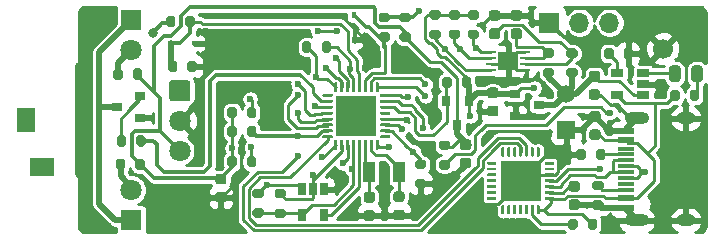
<source format=gbl>
G04 #@! TF.GenerationSoftware,KiCad,Pcbnew,(5.1.10-1-10_14)*
G04 #@! TF.CreationDate,2021-11-14T21:27:09+03:00*
G04 #@! TF.ProjectId,IR_iButton,49525f69-4275-4747-946f-6e2e6b696361,rev?*
G04 #@! TF.SameCoordinates,Original*
G04 #@! TF.FileFunction,Copper,L2,Bot*
G04 #@! TF.FilePolarity,Positive*
%FSLAX46Y46*%
G04 Gerber Fmt 4.6, Leading zero omitted, Abs format (unit mm)*
G04 Created by KiCad (PCBNEW (5.1.10-1-10_14)) date 2021-11-14 21:27:09*
%MOMM*%
%LPD*%
G01*
G04 APERTURE LIST*
G04 #@! TA.AperFunction,SMDPad,CuDef*
%ADD10R,0.800000X0.900000*%
G04 #@! TD*
G04 #@! TA.AperFunction,SMDPad,CuDef*
%ADD11R,1.000000X1.800000*%
G04 #@! TD*
G04 #@! TA.AperFunction,SMDPad,CuDef*
%ADD12R,3.450000X3.450000*%
G04 #@! TD*
G04 #@! TA.AperFunction,SMDPad,CuDef*
%ADD13R,3.350000X3.350000*%
G04 #@! TD*
G04 #@! TA.AperFunction,SMDPad,CuDef*
%ADD14R,0.900000X0.800000*%
G04 #@! TD*
G04 #@! TA.AperFunction,SMDPad,CuDef*
%ADD15R,0.650000X1.060000*%
G04 #@! TD*
G04 #@! TA.AperFunction,SMDPad,CuDef*
%ADD16R,1.800000X1.650000*%
G04 #@! TD*
G04 #@! TA.AperFunction,SMDPad,CuDef*
%ADD17O,0.850000X0.250000*%
G04 #@! TD*
G04 #@! TA.AperFunction,SMDPad,CuDef*
%ADD18R,1.060000X0.650000*%
G04 #@! TD*
G04 #@! TA.AperFunction,SMDPad,CuDef*
%ADD19R,0.450000X0.600000*%
G04 #@! TD*
G04 #@! TA.AperFunction,SMDPad,CuDef*
%ADD20C,1.524000*%
G04 #@! TD*
G04 #@! TA.AperFunction,SMDPad,CuDef*
%ADD21R,1.524000X1.524000*%
G04 #@! TD*
G04 #@! TA.AperFunction,ComponentPad*
%ADD22C,1.700000*%
G04 #@! TD*
G04 #@! TA.AperFunction,SMDPad,CuDef*
%ADD23R,1.450000X0.600000*%
G04 #@! TD*
G04 #@! TA.AperFunction,SMDPad,CuDef*
%ADD24R,1.450000X0.300000*%
G04 #@! TD*
G04 #@! TA.AperFunction,ComponentPad*
%ADD25O,2.100000X1.000000*%
G04 #@! TD*
G04 #@! TA.AperFunction,ComponentPad*
%ADD26O,1.600000X1.000000*%
G04 #@! TD*
G04 #@! TA.AperFunction,SMDPad,CuDef*
%ADD27R,0.600000X0.450000*%
G04 #@! TD*
G04 #@! TA.AperFunction,ComponentPad*
%ADD28O,1.700000X1.700000*%
G04 #@! TD*
G04 #@! TA.AperFunction,ComponentPad*
%ADD29R,1.700000X1.700000*%
G04 #@! TD*
G04 #@! TA.AperFunction,ComponentPad*
%ADD30R,1.524000X2.000000*%
G04 #@! TD*
G04 #@! TA.AperFunction,ComponentPad*
%ADD31R,2.000000X1.524000*%
G04 #@! TD*
G04 #@! TA.AperFunction,ComponentPad*
%ADD32C,1.800000*%
G04 #@! TD*
G04 #@! TA.AperFunction,ComponentPad*
%ADD33R,1.800000X1.800000*%
G04 #@! TD*
G04 #@! TA.AperFunction,ViaPad*
%ADD34C,0.600000*%
G04 #@! TD*
G04 #@! TA.AperFunction,ViaPad*
%ADD35C,0.800000*%
G04 #@! TD*
G04 #@! TA.AperFunction,Conductor*
%ADD36C,0.250000*%
G04 #@! TD*
G04 #@! TA.AperFunction,Conductor*
%ADD37C,0.500000*%
G04 #@! TD*
G04 #@! TA.AperFunction,Conductor*
%ADD38C,0.300000*%
G04 #@! TD*
G04 #@! TA.AperFunction,Conductor*
%ADD39C,0.254000*%
G04 #@! TD*
G04 #@! TA.AperFunction,Conductor*
%ADD40C,0.100000*%
G04 #@! TD*
G04 APERTURE END LIST*
D10*
X209500000Y-111450000D03*
X210450000Y-109450000D03*
X208550000Y-109450000D03*
G04 #@! TA.AperFunction,SMDPad,CuDef*
G36*
G01*
X209025000Y-107575000D02*
X209025000Y-108125000D01*
G75*
G02*
X208825000Y-108325000I-200000J0D01*
G01*
X208425000Y-108325000D01*
G75*
G02*
X208225000Y-108125000I0J200000D01*
G01*
X208225000Y-107575000D01*
G75*
G02*
X208425000Y-107375000I200000J0D01*
G01*
X208825000Y-107375000D01*
G75*
G02*
X209025000Y-107575000I0J-200000D01*
G01*
G37*
G04 #@! TD.AperFunction*
G04 #@! TA.AperFunction,SMDPad,CuDef*
G36*
G01*
X210675000Y-107575000D02*
X210675000Y-108125000D01*
G75*
G02*
X210475000Y-108325000I-200000J0D01*
G01*
X210075000Y-108325000D01*
G75*
G02*
X209875000Y-108125000I0J200000D01*
G01*
X209875000Y-107575000D01*
G75*
G02*
X210075000Y-107375000I200000J0D01*
G01*
X210475000Y-107375000D01*
G75*
G02*
X210675000Y-107575000I0J-200000D01*
G01*
G37*
G04 #@! TD.AperFunction*
G04 #@! TA.AperFunction,SMDPad,CuDef*
G36*
G01*
X189725000Y-116475000D02*
X189225000Y-116475000D01*
G75*
G02*
X189000000Y-116250000I0J225000D01*
G01*
X189000000Y-115800000D01*
G75*
G02*
X189225000Y-115575000I225000J0D01*
G01*
X189725000Y-115575000D01*
G75*
G02*
X189950000Y-115800000I0J-225000D01*
G01*
X189950000Y-116250000D01*
G75*
G02*
X189725000Y-116475000I-225000J0D01*
G01*
G37*
G04 #@! TD.AperFunction*
G04 #@! TA.AperFunction,SMDPad,CuDef*
G36*
G01*
X189725000Y-118025000D02*
X189225000Y-118025000D01*
G75*
G02*
X189000000Y-117800000I0J225000D01*
G01*
X189000000Y-117350000D01*
G75*
G02*
X189225000Y-117125000I225000J0D01*
G01*
X189725000Y-117125000D01*
G75*
G02*
X189950000Y-117350000I0J-225000D01*
G01*
X189950000Y-117800000D01*
G75*
G02*
X189725000Y-118025000I-225000J0D01*
G01*
G37*
G04 #@! TD.AperFunction*
D11*
X202050000Y-115400000D03*
X204550000Y-115400000D03*
G04 #@! TA.AperFunction,SMDPad,CuDef*
G36*
G01*
X201800000Y-118675000D02*
X202300000Y-118675000D01*
G75*
G02*
X202525000Y-118900000I0J-225000D01*
G01*
X202525000Y-119350000D01*
G75*
G02*
X202300000Y-119575000I-225000J0D01*
G01*
X201800000Y-119575000D01*
G75*
G02*
X201575000Y-119350000I0J225000D01*
G01*
X201575000Y-118900000D01*
G75*
G02*
X201800000Y-118675000I225000J0D01*
G01*
G37*
G04 #@! TD.AperFunction*
G04 #@! TA.AperFunction,SMDPad,CuDef*
G36*
G01*
X201800000Y-117125000D02*
X202300000Y-117125000D01*
G75*
G02*
X202525000Y-117350000I0J-225000D01*
G01*
X202525000Y-117800000D01*
G75*
G02*
X202300000Y-118025000I-225000J0D01*
G01*
X201800000Y-118025000D01*
G75*
G02*
X201575000Y-117800000I0J225000D01*
G01*
X201575000Y-117350000D01*
G75*
G02*
X201800000Y-117125000I225000J0D01*
G01*
G37*
G04 #@! TD.AperFunction*
G04 #@! TA.AperFunction,SMDPad,CuDef*
G36*
G01*
X204300000Y-118625000D02*
X204800000Y-118625000D01*
G75*
G02*
X205025000Y-118850000I0J-225000D01*
G01*
X205025000Y-119300000D01*
G75*
G02*
X204800000Y-119525000I-225000J0D01*
G01*
X204300000Y-119525000D01*
G75*
G02*
X204075000Y-119300000I0J225000D01*
G01*
X204075000Y-118850000D01*
G75*
G02*
X204300000Y-118625000I225000J0D01*
G01*
G37*
G04 #@! TD.AperFunction*
G04 #@! TA.AperFunction,SMDPad,CuDef*
G36*
G01*
X204300000Y-117075000D02*
X204800000Y-117075000D01*
G75*
G02*
X205025000Y-117300000I0J-225000D01*
G01*
X205025000Y-117750000D01*
G75*
G02*
X204800000Y-117975000I-225000J0D01*
G01*
X204300000Y-117975000D01*
G75*
G02*
X204075000Y-117750000I0J225000D01*
G01*
X204075000Y-117300000D01*
G75*
G02*
X204300000Y-117075000I225000J0D01*
G01*
G37*
G04 #@! TD.AperFunction*
G04 #@! TA.AperFunction,SMDPad,CuDef*
G36*
G01*
X219650000Y-117100000D02*
X219150000Y-117100000D01*
G75*
G02*
X218925000Y-116875000I0J225000D01*
G01*
X218925000Y-116425000D01*
G75*
G02*
X219150000Y-116200000I225000J0D01*
G01*
X219650000Y-116200000D01*
G75*
G02*
X219875000Y-116425000I0J-225000D01*
G01*
X219875000Y-116875000D01*
G75*
G02*
X219650000Y-117100000I-225000J0D01*
G01*
G37*
G04 #@! TD.AperFunction*
G04 #@! TA.AperFunction,SMDPad,CuDef*
G36*
G01*
X219650000Y-118650000D02*
X219150000Y-118650000D01*
G75*
G02*
X218925000Y-118425000I0J225000D01*
G01*
X218925000Y-117975000D01*
G75*
G02*
X219150000Y-117750000I225000J0D01*
G01*
X219650000Y-117750000D01*
G75*
G02*
X219875000Y-117975000I0J-225000D01*
G01*
X219875000Y-118425000D01*
G75*
G02*
X219650000Y-118650000I-225000J0D01*
G01*
G37*
G04 #@! TD.AperFunction*
D12*
X200950000Y-110700000D03*
G04 #@! TA.AperFunction,SMDPad,CuDef*
G36*
G01*
X203762500Y-112575000D02*
X203012500Y-112575000D01*
G75*
G02*
X202950000Y-112512500I0J62500D01*
G01*
X202950000Y-112387500D01*
G75*
G02*
X203012500Y-112325000I62500J0D01*
G01*
X203762500Y-112325000D01*
G75*
G02*
X203825000Y-112387500I0J-62500D01*
G01*
X203825000Y-112512500D01*
G75*
G02*
X203762500Y-112575000I-62500J0D01*
G01*
G37*
G04 #@! TD.AperFunction*
G04 #@! TA.AperFunction,SMDPad,CuDef*
G36*
G01*
X203762500Y-112075000D02*
X203012500Y-112075000D01*
G75*
G02*
X202950000Y-112012500I0J62500D01*
G01*
X202950000Y-111887500D01*
G75*
G02*
X203012500Y-111825000I62500J0D01*
G01*
X203762500Y-111825000D01*
G75*
G02*
X203825000Y-111887500I0J-62500D01*
G01*
X203825000Y-112012500D01*
G75*
G02*
X203762500Y-112075000I-62500J0D01*
G01*
G37*
G04 #@! TD.AperFunction*
G04 #@! TA.AperFunction,SMDPad,CuDef*
G36*
G01*
X203762500Y-111575000D02*
X203012500Y-111575000D01*
G75*
G02*
X202950000Y-111512500I0J62500D01*
G01*
X202950000Y-111387500D01*
G75*
G02*
X203012500Y-111325000I62500J0D01*
G01*
X203762500Y-111325000D01*
G75*
G02*
X203825000Y-111387500I0J-62500D01*
G01*
X203825000Y-111512500D01*
G75*
G02*
X203762500Y-111575000I-62500J0D01*
G01*
G37*
G04 #@! TD.AperFunction*
G04 #@! TA.AperFunction,SMDPad,CuDef*
G36*
G01*
X203762500Y-111075000D02*
X203012500Y-111075000D01*
G75*
G02*
X202950000Y-111012500I0J62500D01*
G01*
X202950000Y-110887500D01*
G75*
G02*
X203012500Y-110825000I62500J0D01*
G01*
X203762500Y-110825000D01*
G75*
G02*
X203825000Y-110887500I0J-62500D01*
G01*
X203825000Y-111012500D01*
G75*
G02*
X203762500Y-111075000I-62500J0D01*
G01*
G37*
G04 #@! TD.AperFunction*
G04 #@! TA.AperFunction,SMDPad,CuDef*
G36*
G01*
X203762500Y-110575000D02*
X203012500Y-110575000D01*
G75*
G02*
X202950000Y-110512500I0J62500D01*
G01*
X202950000Y-110387500D01*
G75*
G02*
X203012500Y-110325000I62500J0D01*
G01*
X203762500Y-110325000D01*
G75*
G02*
X203825000Y-110387500I0J-62500D01*
G01*
X203825000Y-110512500D01*
G75*
G02*
X203762500Y-110575000I-62500J0D01*
G01*
G37*
G04 #@! TD.AperFunction*
G04 #@! TA.AperFunction,SMDPad,CuDef*
G36*
G01*
X203762500Y-110075000D02*
X203012500Y-110075000D01*
G75*
G02*
X202950000Y-110012500I0J62500D01*
G01*
X202950000Y-109887500D01*
G75*
G02*
X203012500Y-109825000I62500J0D01*
G01*
X203762500Y-109825000D01*
G75*
G02*
X203825000Y-109887500I0J-62500D01*
G01*
X203825000Y-110012500D01*
G75*
G02*
X203762500Y-110075000I-62500J0D01*
G01*
G37*
G04 #@! TD.AperFunction*
G04 #@! TA.AperFunction,SMDPad,CuDef*
G36*
G01*
X203762500Y-109575000D02*
X203012500Y-109575000D01*
G75*
G02*
X202950000Y-109512500I0J62500D01*
G01*
X202950000Y-109387500D01*
G75*
G02*
X203012500Y-109325000I62500J0D01*
G01*
X203762500Y-109325000D01*
G75*
G02*
X203825000Y-109387500I0J-62500D01*
G01*
X203825000Y-109512500D01*
G75*
G02*
X203762500Y-109575000I-62500J0D01*
G01*
G37*
G04 #@! TD.AperFunction*
G04 #@! TA.AperFunction,SMDPad,CuDef*
G36*
G01*
X203762500Y-109075000D02*
X203012500Y-109075000D01*
G75*
G02*
X202950000Y-109012500I0J62500D01*
G01*
X202950000Y-108887500D01*
G75*
G02*
X203012500Y-108825000I62500J0D01*
G01*
X203762500Y-108825000D01*
G75*
G02*
X203825000Y-108887500I0J-62500D01*
G01*
X203825000Y-109012500D01*
G75*
G02*
X203762500Y-109075000I-62500J0D01*
G01*
G37*
G04 #@! TD.AperFunction*
G04 #@! TA.AperFunction,SMDPad,CuDef*
G36*
G01*
X202762500Y-108700000D02*
X202637500Y-108700000D01*
G75*
G02*
X202575000Y-108637500I0J62500D01*
G01*
X202575000Y-107887500D01*
G75*
G02*
X202637500Y-107825000I62500J0D01*
G01*
X202762500Y-107825000D01*
G75*
G02*
X202825000Y-107887500I0J-62500D01*
G01*
X202825000Y-108637500D01*
G75*
G02*
X202762500Y-108700000I-62500J0D01*
G01*
G37*
G04 #@! TD.AperFunction*
G04 #@! TA.AperFunction,SMDPad,CuDef*
G36*
G01*
X202262500Y-108700000D02*
X202137500Y-108700000D01*
G75*
G02*
X202075000Y-108637500I0J62500D01*
G01*
X202075000Y-107887500D01*
G75*
G02*
X202137500Y-107825000I62500J0D01*
G01*
X202262500Y-107825000D01*
G75*
G02*
X202325000Y-107887500I0J-62500D01*
G01*
X202325000Y-108637500D01*
G75*
G02*
X202262500Y-108700000I-62500J0D01*
G01*
G37*
G04 #@! TD.AperFunction*
G04 #@! TA.AperFunction,SMDPad,CuDef*
G36*
G01*
X201762500Y-108700000D02*
X201637500Y-108700000D01*
G75*
G02*
X201575000Y-108637500I0J62500D01*
G01*
X201575000Y-107887500D01*
G75*
G02*
X201637500Y-107825000I62500J0D01*
G01*
X201762500Y-107825000D01*
G75*
G02*
X201825000Y-107887500I0J-62500D01*
G01*
X201825000Y-108637500D01*
G75*
G02*
X201762500Y-108700000I-62500J0D01*
G01*
G37*
G04 #@! TD.AperFunction*
G04 #@! TA.AperFunction,SMDPad,CuDef*
G36*
G01*
X201262500Y-108700000D02*
X201137500Y-108700000D01*
G75*
G02*
X201075000Y-108637500I0J62500D01*
G01*
X201075000Y-107887500D01*
G75*
G02*
X201137500Y-107825000I62500J0D01*
G01*
X201262500Y-107825000D01*
G75*
G02*
X201325000Y-107887500I0J-62500D01*
G01*
X201325000Y-108637500D01*
G75*
G02*
X201262500Y-108700000I-62500J0D01*
G01*
G37*
G04 #@! TD.AperFunction*
G04 #@! TA.AperFunction,SMDPad,CuDef*
G36*
G01*
X200762500Y-108700000D02*
X200637500Y-108700000D01*
G75*
G02*
X200575000Y-108637500I0J62500D01*
G01*
X200575000Y-107887500D01*
G75*
G02*
X200637500Y-107825000I62500J0D01*
G01*
X200762500Y-107825000D01*
G75*
G02*
X200825000Y-107887500I0J-62500D01*
G01*
X200825000Y-108637500D01*
G75*
G02*
X200762500Y-108700000I-62500J0D01*
G01*
G37*
G04 #@! TD.AperFunction*
G04 #@! TA.AperFunction,SMDPad,CuDef*
G36*
G01*
X200262500Y-108700000D02*
X200137500Y-108700000D01*
G75*
G02*
X200075000Y-108637500I0J62500D01*
G01*
X200075000Y-107887500D01*
G75*
G02*
X200137500Y-107825000I62500J0D01*
G01*
X200262500Y-107825000D01*
G75*
G02*
X200325000Y-107887500I0J-62500D01*
G01*
X200325000Y-108637500D01*
G75*
G02*
X200262500Y-108700000I-62500J0D01*
G01*
G37*
G04 #@! TD.AperFunction*
G04 #@! TA.AperFunction,SMDPad,CuDef*
G36*
G01*
X199762500Y-108700000D02*
X199637500Y-108700000D01*
G75*
G02*
X199575000Y-108637500I0J62500D01*
G01*
X199575000Y-107887500D01*
G75*
G02*
X199637500Y-107825000I62500J0D01*
G01*
X199762500Y-107825000D01*
G75*
G02*
X199825000Y-107887500I0J-62500D01*
G01*
X199825000Y-108637500D01*
G75*
G02*
X199762500Y-108700000I-62500J0D01*
G01*
G37*
G04 #@! TD.AperFunction*
G04 #@! TA.AperFunction,SMDPad,CuDef*
G36*
G01*
X199262500Y-108700000D02*
X199137500Y-108700000D01*
G75*
G02*
X199075000Y-108637500I0J62500D01*
G01*
X199075000Y-107887500D01*
G75*
G02*
X199137500Y-107825000I62500J0D01*
G01*
X199262500Y-107825000D01*
G75*
G02*
X199325000Y-107887500I0J-62500D01*
G01*
X199325000Y-108637500D01*
G75*
G02*
X199262500Y-108700000I-62500J0D01*
G01*
G37*
G04 #@! TD.AperFunction*
G04 #@! TA.AperFunction,SMDPad,CuDef*
G36*
G01*
X198887500Y-109075000D02*
X198137500Y-109075000D01*
G75*
G02*
X198075000Y-109012500I0J62500D01*
G01*
X198075000Y-108887500D01*
G75*
G02*
X198137500Y-108825000I62500J0D01*
G01*
X198887500Y-108825000D01*
G75*
G02*
X198950000Y-108887500I0J-62500D01*
G01*
X198950000Y-109012500D01*
G75*
G02*
X198887500Y-109075000I-62500J0D01*
G01*
G37*
G04 #@! TD.AperFunction*
G04 #@! TA.AperFunction,SMDPad,CuDef*
G36*
G01*
X198887500Y-109575000D02*
X198137500Y-109575000D01*
G75*
G02*
X198075000Y-109512500I0J62500D01*
G01*
X198075000Y-109387500D01*
G75*
G02*
X198137500Y-109325000I62500J0D01*
G01*
X198887500Y-109325000D01*
G75*
G02*
X198950000Y-109387500I0J-62500D01*
G01*
X198950000Y-109512500D01*
G75*
G02*
X198887500Y-109575000I-62500J0D01*
G01*
G37*
G04 #@! TD.AperFunction*
G04 #@! TA.AperFunction,SMDPad,CuDef*
G36*
G01*
X198887500Y-110075000D02*
X198137500Y-110075000D01*
G75*
G02*
X198075000Y-110012500I0J62500D01*
G01*
X198075000Y-109887500D01*
G75*
G02*
X198137500Y-109825000I62500J0D01*
G01*
X198887500Y-109825000D01*
G75*
G02*
X198950000Y-109887500I0J-62500D01*
G01*
X198950000Y-110012500D01*
G75*
G02*
X198887500Y-110075000I-62500J0D01*
G01*
G37*
G04 #@! TD.AperFunction*
G04 #@! TA.AperFunction,SMDPad,CuDef*
G36*
G01*
X198887500Y-110575000D02*
X198137500Y-110575000D01*
G75*
G02*
X198075000Y-110512500I0J62500D01*
G01*
X198075000Y-110387500D01*
G75*
G02*
X198137500Y-110325000I62500J0D01*
G01*
X198887500Y-110325000D01*
G75*
G02*
X198950000Y-110387500I0J-62500D01*
G01*
X198950000Y-110512500D01*
G75*
G02*
X198887500Y-110575000I-62500J0D01*
G01*
G37*
G04 #@! TD.AperFunction*
G04 #@! TA.AperFunction,SMDPad,CuDef*
G36*
G01*
X198887500Y-111075000D02*
X198137500Y-111075000D01*
G75*
G02*
X198075000Y-111012500I0J62500D01*
G01*
X198075000Y-110887500D01*
G75*
G02*
X198137500Y-110825000I62500J0D01*
G01*
X198887500Y-110825000D01*
G75*
G02*
X198950000Y-110887500I0J-62500D01*
G01*
X198950000Y-111012500D01*
G75*
G02*
X198887500Y-111075000I-62500J0D01*
G01*
G37*
G04 #@! TD.AperFunction*
G04 #@! TA.AperFunction,SMDPad,CuDef*
G36*
G01*
X198887500Y-111575000D02*
X198137500Y-111575000D01*
G75*
G02*
X198075000Y-111512500I0J62500D01*
G01*
X198075000Y-111387500D01*
G75*
G02*
X198137500Y-111325000I62500J0D01*
G01*
X198887500Y-111325000D01*
G75*
G02*
X198950000Y-111387500I0J-62500D01*
G01*
X198950000Y-111512500D01*
G75*
G02*
X198887500Y-111575000I-62500J0D01*
G01*
G37*
G04 #@! TD.AperFunction*
G04 #@! TA.AperFunction,SMDPad,CuDef*
G36*
G01*
X198887500Y-112075000D02*
X198137500Y-112075000D01*
G75*
G02*
X198075000Y-112012500I0J62500D01*
G01*
X198075000Y-111887500D01*
G75*
G02*
X198137500Y-111825000I62500J0D01*
G01*
X198887500Y-111825000D01*
G75*
G02*
X198950000Y-111887500I0J-62500D01*
G01*
X198950000Y-112012500D01*
G75*
G02*
X198887500Y-112075000I-62500J0D01*
G01*
G37*
G04 #@! TD.AperFunction*
G04 #@! TA.AperFunction,SMDPad,CuDef*
G36*
G01*
X198887500Y-112575000D02*
X198137500Y-112575000D01*
G75*
G02*
X198075000Y-112512500I0J62500D01*
G01*
X198075000Y-112387500D01*
G75*
G02*
X198137500Y-112325000I62500J0D01*
G01*
X198887500Y-112325000D01*
G75*
G02*
X198950000Y-112387500I0J-62500D01*
G01*
X198950000Y-112512500D01*
G75*
G02*
X198887500Y-112575000I-62500J0D01*
G01*
G37*
G04 #@! TD.AperFunction*
G04 #@! TA.AperFunction,SMDPad,CuDef*
G36*
G01*
X199262500Y-113575000D02*
X199137500Y-113575000D01*
G75*
G02*
X199075000Y-113512500I0J62500D01*
G01*
X199075000Y-112762500D01*
G75*
G02*
X199137500Y-112700000I62500J0D01*
G01*
X199262500Y-112700000D01*
G75*
G02*
X199325000Y-112762500I0J-62500D01*
G01*
X199325000Y-113512500D01*
G75*
G02*
X199262500Y-113575000I-62500J0D01*
G01*
G37*
G04 #@! TD.AperFunction*
G04 #@! TA.AperFunction,SMDPad,CuDef*
G36*
G01*
X199762500Y-113575000D02*
X199637500Y-113575000D01*
G75*
G02*
X199575000Y-113512500I0J62500D01*
G01*
X199575000Y-112762500D01*
G75*
G02*
X199637500Y-112700000I62500J0D01*
G01*
X199762500Y-112700000D01*
G75*
G02*
X199825000Y-112762500I0J-62500D01*
G01*
X199825000Y-113512500D01*
G75*
G02*
X199762500Y-113575000I-62500J0D01*
G01*
G37*
G04 #@! TD.AperFunction*
G04 #@! TA.AperFunction,SMDPad,CuDef*
G36*
G01*
X200262500Y-113575000D02*
X200137500Y-113575000D01*
G75*
G02*
X200075000Y-113512500I0J62500D01*
G01*
X200075000Y-112762500D01*
G75*
G02*
X200137500Y-112700000I62500J0D01*
G01*
X200262500Y-112700000D01*
G75*
G02*
X200325000Y-112762500I0J-62500D01*
G01*
X200325000Y-113512500D01*
G75*
G02*
X200262500Y-113575000I-62500J0D01*
G01*
G37*
G04 #@! TD.AperFunction*
G04 #@! TA.AperFunction,SMDPad,CuDef*
G36*
G01*
X200762500Y-113575000D02*
X200637500Y-113575000D01*
G75*
G02*
X200575000Y-113512500I0J62500D01*
G01*
X200575000Y-112762500D01*
G75*
G02*
X200637500Y-112700000I62500J0D01*
G01*
X200762500Y-112700000D01*
G75*
G02*
X200825000Y-112762500I0J-62500D01*
G01*
X200825000Y-113512500D01*
G75*
G02*
X200762500Y-113575000I-62500J0D01*
G01*
G37*
G04 #@! TD.AperFunction*
G04 #@! TA.AperFunction,SMDPad,CuDef*
G36*
G01*
X201262500Y-113575000D02*
X201137500Y-113575000D01*
G75*
G02*
X201075000Y-113512500I0J62500D01*
G01*
X201075000Y-112762500D01*
G75*
G02*
X201137500Y-112700000I62500J0D01*
G01*
X201262500Y-112700000D01*
G75*
G02*
X201325000Y-112762500I0J-62500D01*
G01*
X201325000Y-113512500D01*
G75*
G02*
X201262500Y-113575000I-62500J0D01*
G01*
G37*
G04 #@! TD.AperFunction*
G04 #@! TA.AperFunction,SMDPad,CuDef*
G36*
G01*
X201762500Y-113575000D02*
X201637500Y-113575000D01*
G75*
G02*
X201575000Y-113512500I0J62500D01*
G01*
X201575000Y-112762500D01*
G75*
G02*
X201637500Y-112700000I62500J0D01*
G01*
X201762500Y-112700000D01*
G75*
G02*
X201825000Y-112762500I0J-62500D01*
G01*
X201825000Y-113512500D01*
G75*
G02*
X201762500Y-113575000I-62500J0D01*
G01*
G37*
G04 #@! TD.AperFunction*
G04 #@! TA.AperFunction,SMDPad,CuDef*
G36*
G01*
X202262500Y-113575000D02*
X202137500Y-113575000D01*
G75*
G02*
X202075000Y-113512500I0J62500D01*
G01*
X202075000Y-112762500D01*
G75*
G02*
X202137500Y-112700000I62500J0D01*
G01*
X202262500Y-112700000D01*
G75*
G02*
X202325000Y-112762500I0J-62500D01*
G01*
X202325000Y-113512500D01*
G75*
G02*
X202262500Y-113575000I-62500J0D01*
G01*
G37*
G04 #@! TD.AperFunction*
G04 #@! TA.AperFunction,SMDPad,CuDef*
G36*
G01*
X202762500Y-113575000D02*
X202637500Y-113575000D01*
G75*
G02*
X202575000Y-113512500I0J62500D01*
G01*
X202575000Y-112762500D01*
G75*
G02*
X202637500Y-112700000I62500J0D01*
G01*
X202762500Y-112700000D01*
G75*
G02*
X202825000Y-112762500I0J-62500D01*
G01*
X202825000Y-113512500D01*
G75*
G02*
X202762500Y-113575000I-62500J0D01*
G01*
G37*
G04 #@! TD.AperFunction*
D13*
X214850000Y-116180000D03*
G04 #@! TA.AperFunction,SMDPad,CuDef*
G36*
G01*
X216475000Y-113392500D02*
X216475000Y-114067500D01*
G75*
G02*
X216412500Y-114130000I-62500J0D01*
G01*
X216287500Y-114130000D01*
G75*
G02*
X216225000Y-114067500I0J62500D01*
G01*
X216225000Y-113392500D01*
G75*
G02*
X216287500Y-113330000I62500J0D01*
G01*
X216412500Y-113330000D01*
G75*
G02*
X216475000Y-113392500I0J-62500D01*
G01*
G37*
G04 #@! TD.AperFunction*
G04 #@! TA.AperFunction,SMDPad,CuDef*
G36*
G01*
X215975000Y-113392500D02*
X215975000Y-114067500D01*
G75*
G02*
X215912500Y-114130000I-62500J0D01*
G01*
X215787500Y-114130000D01*
G75*
G02*
X215725000Y-114067500I0J62500D01*
G01*
X215725000Y-113392500D01*
G75*
G02*
X215787500Y-113330000I62500J0D01*
G01*
X215912500Y-113330000D01*
G75*
G02*
X215975000Y-113392500I0J-62500D01*
G01*
G37*
G04 #@! TD.AperFunction*
G04 #@! TA.AperFunction,SMDPad,CuDef*
G36*
G01*
X215475000Y-113392500D02*
X215475000Y-114067500D01*
G75*
G02*
X215412500Y-114130000I-62500J0D01*
G01*
X215287500Y-114130000D01*
G75*
G02*
X215225000Y-114067500I0J62500D01*
G01*
X215225000Y-113392500D01*
G75*
G02*
X215287500Y-113330000I62500J0D01*
G01*
X215412500Y-113330000D01*
G75*
G02*
X215475000Y-113392500I0J-62500D01*
G01*
G37*
G04 #@! TD.AperFunction*
G04 #@! TA.AperFunction,SMDPad,CuDef*
G36*
G01*
X214975000Y-113392500D02*
X214975000Y-114067500D01*
G75*
G02*
X214912500Y-114130000I-62500J0D01*
G01*
X214787500Y-114130000D01*
G75*
G02*
X214725000Y-114067500I0J62500D01*
G01*
X214725000Y-113392500D01*
G75*
G02*
X214787500Y-113330000I62500J0D01*
G01*
X214912500Y-113330000D01*
G75*
G02*
X214975000Y-113392500I0J-62500D01*
G01*
G37*
G04 #@! TD.AperFunction*
G04 #@! TA.AperFunction,SMDPad,CuDef*
G36*
G01*
X214475000Y-113392500D02*
X214475000Y-114067500D01*
G75*
G02*
X214412500Y-114130000I-62500J0D01*
G01*
X214287500Y-114130000D01*
G75*
G02*
X214225000Y-114067500I0J62500D01*
G01*
X214225000Y-113392500D01*
G75*
G02*
X214287500Y-113330000I62500J0D01*
G01*
X214412500Y-113330000D01*
G75*
G02*
X214475000Y-113392500I0J-62500D01*
G01*
G37*
G04 #@! TD.AperFunction*
G04 #@! TA.AperFunction,SMDPad,CuDef*
G36*
G01*
X213975000Y-113392500D02*
X213975000Y-114067500D01*
G75*
G02*
X213912500Y-114130000I-62500J0D01*
G01*
X213787500Y-114130000D01*
G75*
G02*
X213725000Y-114067500I0J62500D01*
G01*
X213725000Y-113392500D01*
G75*
G02*
X213787500Y-113330000I62500J0D01*
G01*
X213912500Y-113330000D01*
G75*
G02*
X213975000Y-113392500I0J-62500D01*
G01*
G37*
G04 #@! TD.AperFunction*
G04 #@! TA.AperFunction,SMDPad,CuDef*
G36*
G01*
X213475000Y-113392500D02*
X213475000Y-114067500D01*
G75*
G02*
X213412500Y-114130000I-62500J0D01*
G01*
X213287500Y-114130000D01*
G75*
G02*
X213225000Y-114067500I0J62500D01*
G01*
X213225000Y-113392500D01*
G75*
G02*
X213287500Y-113330000I62500J0D01*
G01*
X213412500Y-113330000D01*
G75*
G02*
X213475000Y-113392500I0J-62500D01*
G01*
G37*
G04 #@! TD.AperFunction*
G04 #@! TA.AperFunction,SMDPad,CuDef*
G36*
G01*
X212800000Y-114617500D02*
X212800000Y-114742500D01*
G75*
G02*
X212737500Y-114805000I-62500J0D01*
G01*
X212062500Y-114805000D01*
G75*
G02*
X212000000Y-114742500I0J62500D01*
G01*
X212000000Y-114617500D01*
G75*
G02*
X212062500Y-114555000I62500J0D01*
G01*
X212737500Y-114555000D01*
G75*
G02*
X212800000Y-114617500I0J-62500D01*
G01*
G37*
G04 #@! TD.AperFunction*
G04 #@! TA.AperFunction,SMDPad,CuDef*
G36*
G01*
X212800000Y-115117500D02*
X212800000Y-115242500D01*
G75*
G02*
X212737500Y-115305000I-62500J0D01*
G01*
X212062500Y-115305000D01*
G75*
G02*
X212000000Y-115242500I0J62500D01*
G01*
X212000000Y-115117500D01*
G75*
G02*
X212062500Y-115055000I62500J0D01*
G01*
X212737500Y-115055000D01*
G75*
G02*
X212800000Y-115117500I0J-62500D01*
G01*
G37*
G04 #@! TD.AperFunction*
G04 #@! TA.AperFunction,SMDPad,CuDef*
G36*
G01*
X212800000Y-115617500D02*
X212800000Y-115742500D01*
G75*
G02*
X212737500Y-115805000I-62500J0D01*
G01*
X212062500Y-115805000D01*
G75*
G02*
X212000000Y-115742500I0J62500D01*
G01*
X212000000Y-115617500D01*
G75*
G02*
X212062500Y-115555000I62500J0D01*
G01*
X212737500Y-115555000D01*
G75*
G02*
X212800000Y-115617500I0J-62500D01*
G01*
G37*
G04 #@! TD.AperFunction*
G04 #@! TA.AperFunction,SMDPad,CuDef*
G36*
G01*
X212800000Y-116117500D02*
X212800000Y-116242500D01*
G75*
G02*
X212737500Y-116305000I-62500J0D01*
G01*
X212062500Y-116305000D01*
G75*
G02*
X212000000Y-116242500I0J62500D01*
G01*
X212000000Y-116117500D01*
G75*
G02*
X212062500Y-116055000I62500J0D01*
G01*
X212737500Y-116055000D01*
G75*
G02*
X212800000Y-116117500I0J-62500D01*
G01*
G37*
G04 #@! TD.AperFunction*
G04 #@! TA.AperFunction,SMDPad,CuDef*
G36*
G01*
X212800000Y-116617500D02*
X212800000Y-116742500D01*
G75*
G02*
X212737500Y-116805000I-62500J0D01*
G01*
X212062500Y-116805000D01*
G75*
G02*
X212000000Y-116742500I0J62500D01*
G01*
X212000000Y-116617500D01*
G75*
G02*
X212062500Y-116555000I62500J0D01*
G01*
X212737500Y-116555000D01*
G75*
G02*
X212800000Y-116617500I0J-62500D01*
G01*
G37*
G04 #@! TD.AperFunction*
G04 #@! TA.AperFunction,SMDPad,CuDef*
G36*
G01*
X212800000Y-117117500D02*
X212800000Y-117242500D01*
G75*
G02*
X212737500Y-117305000I-62500J0D01*
G01*
X212062500Y-117305000D01*
G75*
G02*
X212000000Y-117242500I0J62500D01*
G01*
X212000000Y-117117500D01*
G75*
G02*
X212062500Y-117055000I62500J0D01*
G01*
X212737500Y-117055000D01*
G75*
G02*
X212800000Y-117117500I0J-62500D01*
G01*
G37*
G04 #@! TD.AperFunction*
G04 #@! TA.AperFunction,SMDPad,CuDef*
G36*
G01*
X212800000Y-117617500D02*
X212800000Y-117742500D01*
G75*
G02*
X212737500Y-117805000I-62500J0D01*
G01*
X212062500Y-117805000D01*
G75*
G02*
X212000000Y-117742500I0J62500D01*
G01*
X212000000Y-117617500D01*
G75*
G02*
X212062500Y-117555000I62500J0D01*
G01*
X212737500Y-117555000D01*
G75*
G02*
X212800000Y-117617500I0J-62500D01*
G01*
G37*
G04 #@! TD.AperFunction*
G04 #@! TA.AperFunction,SMDPad,CuDef*
G36*
G01*
X213475000Y-118292500D02*
X213475000Y-118967500D01*
G75*
G02*
X213412500Y-119030000I-62500J0D01*
G01*
X213287500Y-119030000D01*
G75*
G02*
X213225000Y-118967500I0J62500D01*
G01*
X213225000Y-118292500D01*
G75*
G02*
X213287500Y-118230000I62500J0D01*
G01*
X213412500Y-118230000D01*
G75*
G02*
X213475000Y-118292500I0J-62500D01*
G01*
G37*
G04 #@! TD.AperFunction*
G04 #@! TA.AperFunction,SMDPad,CuDef*
G36*
G01*
X213975000Y-118292500D02*
X213975000Y-118967500D01*
G75*
G02*
X213912500Y-119030000I-62500J0D01*
G01*
X213787500Y-119030000D01*
G75*
G02*
X213725000Y-118967500I0J62500D01*
G01*
X213725000Y-118292500D01*
G75*
G02*
X213787500Y-118230000I62500J0D01*
G01*
X213912500Y-118230000D01*
G75*
G02*
X213975000Y-118292500I0J-62500D01*
G01*
G37*
G04 #@! TD.AperFunction*
G04 #@! TA.AperFunction,SMDPad,CuDef*
G36*
G01*
X214475000Y-118292500D02*
X214475000Y-118967500D01*
G75*
G02*
X214412500Y-119030000I-62500J0D01*
G01*
X214287500Y-119030000D01*
G75*
G02*
X214225000Y-118967500I0J62500D01*
G01*
X214225000Y-118292500D01*
G75*
G02*
X214287500Y-118230000I62500J0D01*
G01*
X214412500Y-118230000D01*
G75*
G02*
X214475000Y-118292500I0J-62500D01*
G01*
G37*
G04 #@! TD.AperFunction*
G04 #@! TA.AperFunction,SMDPad,CuDef*
G36*
G01*
X214975000Y-118292500D02*
X214975000Y-118967500D01*
G75*
G02*
X214912500Y-119030000I-62500J0D01*
G01*
X214787500Y-119030000D01*
G75*
G02*
X214725000Y-118967500I0J62500D01*
G01*
X214725000Y-118292500D01*
G75*
G02*
X214787500Y-118230000I62500J0D01*
G01*
X214912500Y-118230000D01*
G75*
G02*
X214975000Y-118292500I0J-62500D01*
G01*
G37*
G04 #@! TD.AperFunction*
G04 #@! TA.AperFunction,SMDPad,CuDef*
G36*
G01*
X215475000Y-118292500D02*
X215475000Y-118967500D01*
G75*
G02*
X215412500Y-119030000I-62500J0D01*
G01*
X215287500Y-119030000D01*
G75*
G02*
X215225000Y-118967500I0J62500D01*
G01*
X215225000Y-118292500D01*
G75*
G02*
X215287500Y-118230000I62500J0D01*
G01*
X215412500Y-118230000D01*
G75*
G02*
X215475000Y-118292500I0J-62500D01*
G01*
G37*
G04 #@! TD.AperFunction*
G04 #@! TA.AperFunction,SMDPad,CuDef*
G36*
G01*
X215975000Y-118292500D02*
X215975000Y-118967500D01*
G75*
G02*
X215912500Y-119030000I-62500J0D01*
G01*
X215787500Y-119030000D01*
G75*
G02*
X215725000Y-118967500I0J62500D01*
G01*
X215725000Y-118292500D01*
G75*
G02*
X215787500Y-118230000I62500J0D01*
G01*
X215912500Y-118230000D01*
G75*
G02*
X215975000Y-118292500I0J-62500D01*
G01*
G37*
G04 #@! TD.AperFunction*
G04 #@! TA.AperFunction,SMDPad,CuDef*
G36*
G01*
X216475000Y-118292500D02*
X216475000Y-118967500D01*
G75*
G02*
X216412500Y-119030000I-62500J0D01*
G01*
X216287500Y-119030000D01*
G75*
G02*
X216225000Y-118967500I0J62500D01*
G01*
X216225000Y-118292500D01*
G75*
G02*
X216287500Y-118230000I62500J0D01*
G01*
X216412500Y-118230000D01*
G75*
G02*
X216475000Y-118292500I0J-62500D01*
G01*
G37*
G04 #@! TD.AperFunction*
G04 #@! TA.AperFunction,SMDPad,CuDef*
G36*
G01*
X217700000Y-117617500D02*
X217700000Y-117742500D01*
G75*
G02*
X217637500Y-117805000I-62500J0D01*
G01*
X216962500Y-117805000D01*
G75*
G02*
X216900000Y-117742500I0J62500D01*
G01*
X216900000Y-117617500D01*
G75*
G02*
X216962500Y-117555000I62500J0D01*
G01*
X217637500Y-117555000D01*
G75*
G02*
X217700000Y-117617500I0J-62500D01*
G01*
G37*
G04 #@! TD.AperFunction*
G04 #@! TA.AperFunction,SMDPad,CuDef*
G36*
G01*
X217700000Y-117117500D02*
X217700000Y-117242500D01*
G75*
G02*
X217637500Y-117305000I-62500J0D01*
G01*
X216962500Y-117305000D01*
G75*
G02*
X216900000Y-117242500I0J62500D01*
G01*
X216900000Y-117117500D01*
G75*
G02*
X216962500Y-117055000I62500J0D01*
G01*
X217637500Y-117055000D01*
G75*
G02*
X217700000Y-117117500I0J-62500D01*
G01*
G37*
G04 #@! TD.AperFunction*
G04 #@! TA.AperFunction,SMDPad,CuDef*
G36*
G01*
X217700000Y-116617500D02*
X217700000Y-116742500D01*
G75*
G02*
X217637500Y-116805000I-62500J0D01*
G01*
X216962500Y-116805000D01*
G75*
G02*
X216900000Y-116742500I0J62500D01*
G01*
X216900000Y-116617500D01*
G75*
G02*
X216962500Y-116555000I62500J0D01*
G01*
X217637500Y-116555000D01*
G75*
G02*
X217700000Y-116617500I0J-62500D01*
G01*
G37*
G04 #@! TD.AperFunction*
G04 #@! TA.AperFunction,SMDPad,CuDef*
G36*
G01*
X217700000Y-116117500D02*
X217700000Y-116242500D01*
G75*
G02*
X217637500Y-116305000I-62500J0D01*
G01*
X216962500Y-116305000D01*
G75*
G02*
X216900000Y-116242500I0J62500D01*
G01*
X216900000Y-116117500D01*
G75*
G02*
X216962500Y-116055000I62500J0D01*
G01*
X217637500Y-116055000D01*
G75*
G02*
X217700000Y-116117500I0J-62500D01*
G01*
G37*
G04 #@! TD.AperFunction*
G04 #@! TA.AperFunction,SMDPad,CuDef*
G36*
G01*
X217700000Y-115617500D02*
X217700000Y-115742500D01*
G75*
G02*
X217637500Y-115805000I-62500J0D01*
G01*
X216962500Y-115805000D01*
G75*
G02*
X216900000Y-115742500I0J62500D01*
G01*
X216900000Y-115617500D01*
G75*
G02*
X216962500Y-115555000I62500J0D01*
G01*
X217637500Y-115555000D01*
G75*
G02*
X217700000Y-115617500I0J-62500D01*
G01*
G37*
G04 #@! TD.AperFunction*
G04 #@! TA.AperFunction,SMDPad,CuDef*
G36*
G01*
X217700000Y-115117500D02*
X217700000Y-115242500D01*
G75*
G02*
X217637500Y-115305000I-62500J0D01*
G01*
X216962500Y-115305000D01*
G75*
G02*
X216900000Y-115242500I0J62500D01*
G01*
X216900000Y-115117500D01*
G75*
G02*
X216962500Y-115055000I62500J0D01*
G01*
X217637500Y-115055000D01*
G75*
G02*
X217700000Y-115117500I0J-62500D01*
G01*
G37*
G04 #@! TD.AperFunction*
G04 #@! TA.AperFunction,SMDPad,CuDef*
G36*
G01*
X217700000Y-114617500D02*
X217700000Y-114742500D01*
G75*
G02*
X217637500Y-114805000I-62500J0D01*
G01*
X216962500Y-114805000D01*
G75*
G02*
X216900000Y-114742500I0J62500D01*
G01*
X216900000Y-114617500D01*
G75*
G02*
X216962500Y-114555000I62500J0D01*
G01*
X217637500Y-114555000D01*
G75*
G02*
X217700000Y-114617500I0J-62500D01*
G01*
G37*
G04 #@! TD.AperFunction*
D14*
X216400000Y-109750000D03*
X214400000Y-108800000D03*
X214400000Y-110700000D03*
D15*
X196325000Y-119075000D03*
X198225000Y-119075000D03*
X198225000Y-116875000D03*
X197275000Y-116875000D03*
X196325000Y-116875000D03*
D16*
X213800000Y-106050000D03*
D17*
X212350000Y-106800000D03*
X212350000Y-106300000D03*
X212350000Y-105800000D03*
X212350000Y-105300000D03*
X215250000Y-106800000D03*
X215250000Y-106300000D03*
X215250000Y-105800000D03*
X215250000Y-105300000D03*
D18*
X223050000Y-107050000D03*
X223050000Y-108950000D03*
X225250000Y-108950000D03*
X225250000Y-108000000D03*
X225250000Y-107050000D03*
G04 #@! TA.AperFunction,SMDPad,CuDef*
G36*
G01*
X203050000Y-103600000D02*
X203600000Y-103600000D01*
G75*
G02*
X203800000Y-103800000I0J-200000D01*
G01*
X203800000Y-104200000D01*
G75*
G02*
X203600000Y-104400000I-200000J0D01*
G01*
X203050000Y-104400000D01*
G75*
G02*
X202850000Y-104200000I0J200000D01*
G01*
X202850000Y-103800000D01*
G75*
G02*
X203050000Y-103600000I200000J0D01*
G01*
G37*
G04 #@! TD.AperFunction*
G04 #@! TA.AperFunction,SMDPad,CuDef*
G36*
G01*
X203050000Y-101950000D02*
X203600000Y-101950000D01*
G75*
G02*
X203800000Y-102150000I0J-200000D01*
G01*
X203800000Y-102550000D01*
G75*
G02*
X203600000Y-102750000I-200000J0D01*
G01*
X203050000Y-102750000D01*
G75*
G02*
X202850000Y-102550000I0J200000D01*
G01*
X202850000Y-102150000D01*
G75*
G02*
X203050000Y-101950000I200000J0D01*
G01*
G37*
G04 #@! TD.AperFunction*
G04 #@! TA.AperFunction,SMDPad,CuDef*
G36*
G01*
X191675000Y-114825000D02*
X191675000Y-114275000D01*
G75*
G02*
X191875000Y-114075000I200000J0D01*
G01*
X192275000Y-114075000D01*
G75*
G02*
X192475000Y-114275000I0J-200000D01*
G01*
X192475000Y-114825000D01*
G75*
G02*
X192275000Y-115025000I-200000J0D01*
G01*
X191875000Y-115025000D01*
G75*
G02*
X191675000Y-114825000I0J200000D01*
G01*
G37*
G04 #@! TD.AperFunction*
G04 #@! TA.AperFunction,SMDPad,CuDef*
G36*
G01*
X190025000Y-114825000D02*
X190025000Y-114275000D01*
G75*
G02*
X190225000Y-114075000I200000J0D01*
G01*
X190625000Y-114075000D01*
G75*
G02*
X190825000Y-114275000I0J-200000D01*
G01*
X190825000Y-114825000D01*
G75*
G02*
X190625000Y-115025000I-200000J0D01*
G01*
X190225000Y-115025000D01*
G75*
G02*
X190025000Y-114825000I0J200000D01*
G01*
G37*
G04 #@! TD.AperFunction*
G04 #@! TA.AperFunction,SMDPad,CuDef*
G36*
G01*
X191675000Y-110675000D02*
X191675000Y-110125000D01*
G75*
G02*
X191875000Y-109925000I200000J0D01*
G01*
X192275000Y-109925000D01*
G75*
G02*
X192475000Y-110125000I0J-200000D01*
G01*
X192475000Y-110675000D01*
G75*
G02*
X192275000Y-110875000I-200000J0D01*
G01*
X191875000Y-110875000D01*
G75*
G02*
X191675000Y-110675000I0J200000D01*
G01*
G37*
G04 #@! TD.AperFunction*
G04 #@! TA.AperFunction,SMDPad,CuDef*
G36*
G01*
X190025000Y-110675000D02*
X190025000Y-110125000D01*
G75*
G02*
X190225000Y-109925000I200000J0D01*
G01*
X190625000Y-109925000D01*
G75*
G02*
X190825000Y-110125000I0J-200000D01*
G01*
X190825000Y-110675000D01*
G75*
G02*
X190625000Y-110875000I-200000J0D01*
G01*
X190225000Y-110875000D01*
G75*
G02*
X190025000Y-110675000I0J200000D01*
G01*
G37*
G04 #@! TD.AperFunction*
G04 #@! TA.AperFunction,SMDPad,CuDef*
G36*
G01*
X191675000Y-112275000D02*
X191675000Y-111725000D01*
G75*
G02*
X191875000Y-111525000I200000J0D01*
G01*
X192275000Y-111525000D01*
G75*
G02*
X192475000Y-111725000I0J-200000D01*
G01*
X192475000Y-112275000D01*
G75*
G02*
X192275000Y-112475000I-200000J0D01*
G01*
X191875000Y-112475000D01*
G75*
G02*
X191675000Y-112275000I0J200000D01*
G01*
G37*
G04 #@! TD.AperFunction*
G04 #@! TA.AperFunction,SMDPad,CuDef*
G36*
G01*
X190025000Y-112275000D02*
X190025000Y-111725000D01*
G75*
G02*
X190225000Y-111525000I200000J0D01*
G01*
X190625000Y-111525000D01*
G75*
G02*
X190825000Y-111725000I0J-200000D01*
G01*
X190825000Y-112275000D01*
G75*
G02*
X190625000Y-112475000I-200000J0D01*
G01*
X190225000Y-112475000D01*
G75*
G02*
X190025000Y-112275000I0J200000D01*
G01*
G37*
G04 #@! TD.AperFunction*
G04 #@! TA.AperFunction,SMDPad,CuDef*
G36*
G01*
X205350000Y-102750000D02*
X204800000Y-102750000D01*
G75*
G02*
X204600000Y-102550000I0J200000D01*
G01*
X204600000Y-102150000D01*
G75*
G02*
X204800000Y-101950000I200000J0D01*
G01*
X205350000Y-101950000D01*
G75*
G02*
X205550000Y-102150000I0J-200000D01*
G01*
X205550000Y-102550000D01*
G75*
G02*
X205350000Y-102750000I-200000J0D01*
G01*
G37*
G04 #@! TD.AperFunction*
G04 #@! TA.AperFunction,SMDPad,CuDef*
G36*
G01*
X205350000Y-104400000D02*
X204800000Y-104400000D01*
G75*
G02*
X204600000Y-104200000I0J200000D01*
G01*
X204600000Y-103800000D01*
G75*
G02*
X204800000Y-103600000I200000J0D01*
G01*
X205350000Y-103600000D01*
G75*
G02*
X205550000Y-103800000I0J-200000D01*
G01*
X205550000Y-104200000D01*
G75*
G02*
X205350000Y-104400000I-200000J0D01*
G01*
G37*
G04 #@! TD.AperFunction*
G04 #@! TA.AperFunction,SMDPad,CuDef*
G36*
G01*
X219675000Y-119575000D02*
X219675000Y-120125000D01*
G75*
G02*
X219475000Y-120325000I-200000J0D01*
G01*
X219075000Y-120325000D01*
G75*
G02*
X218875000Y-120125000I0J200000D01*
G01*
X218875000Y-119575000D01*
G75*
G02*
X219075000Y-119375000I200000J0D01*
G01*
X219475000Y-119375000D01*
G75*
G02*
X219675000Y-119575000I0J-200000D01*
G01*
G37*
G04 #@! TD.AperFunction*
G04 #@! TA.AperFunction,SMDPad,CuDef*
G36*
G01*
X221325000Y-119575000D02*
X221325000Y-120125000D01*
G75*
G02*
X221125000Y-120325000I-200000J0D01*
G01*
X220725000Y-120325000D01*
G75*
G02*
X220525000Y-120125000I0J200000D01*
G01*
X220525000Y-119575000D01*
G75*
G02*
X220725000Y-119375000I200000J0D01*
G01*
X221125000Y-119375000D01*
G75*
G02*
X221325000Y-119575000I0J-200000D01*
G01*
G37*
G04 #@! TD.AperFunction*
G04 #@! TA.AperFunction,SMDPad,CuDef*
G36*
G01*
X208975000Y-103375000D02*
X209525000Y-103375000D01*
G75*
G02*
X209725000Y-103575000I0J-200000D01*
G01*
X209725000Y-103975000D01*
G75*
G02*
X209525000Y-104175000I-200000J0D01*
G01*
X208975000Y-104175000D01*
G75*
G02*
X208775000Y-103975000I0J200000D01*
G01*
X208775000Y-103575000D01*
G75*
G02*
X208975000Y-103375000I200000J0D01*
G01*
G37*
G04 #@! TD.AperFunction*
G04 #@! TA.AperFunction,SMDPad,CuDef*
G36*
G01*
X208975000Y-101725000D02*
X209525000Y-101725000D01*
G75*
G02*
X209725000Y-101925000I0J-200000D01*
G01*
X209725000Y-102325000D01*
G75*
G02*
X209525000Y-102525000I-200000J0D01*
G01*
X208975000Y-102525000D01*
G75*
G02*
X208775000Y-102325000I0J200000D01*
G01*
X208775000Y-101925000D01*
G75*
G02*
X208975000Y-101725000I200000J0D01*
G01*
G37*
G04 #@! TD.AperFunction*
G04 #@! TA.AperFunction,SMDPad,CuDef*
G36*
G01*
X210575000Y-103375000D02*
X211125000Y-103375000D01*
G75*
G02*
X211325000Y-103575000I0J-200000D01*
G01*
X211325000Y-103975000D01*
G75*
G02*
X211125000Y-104175000I-200000J0D01*
G01*
X210575000Y-104175000D01*
G75*
G02*
X210375000Y-103975000I0J200000D01*
G01*
X210375000Y-103575000D01*
G75*
G02*
X210575000Y-103375000I200000J0D01*
G01*
G37*
G04 #@! TD.AperFunction*
G04 #@! TA.AperFunction,SMDPad,CuDef*
G36*
G01*
X210575000Y-101725000D02*
X211125000Y-101725000D01*
G75*
G02*
X211325000Y-101925000I0J-200000D01*
G01*
X211325000Y-102325000D01*
G75*
G02*
X211125000Y-102525000I-200000J0D01*
G01*
X210575000Y-102525000D01*
G75*
G02*
X210375000Y-102325000I0J200000D01*
G01*
X210375000Y-101925000D01*
G75*
G02*
X210575000Y-101725000I200000J0D01*
G01*
G37*
G04 #@! TD.AperFunction*
G04 #@! TA.AperFunction,SMDPad,CuDef*
G36*
G01*
X207325000Y-103375000D02*
X207875000Y-103375000D01*
G75*
G02*
X208075000Y-103575000I0J-200000D01*
G01*
X208075000Y-103975000D01*
G75*
G02*
X207875000Y-104175000I-200000J0D01*
G01*
X207325000Y-104175000D01*
G75*
G02*
X207125000Y-103975000I0J200000D01*
G01*
X207125000Y-103575000D01*
G75*
G02*
X207325000Y-103375000I200000J0D01*
G01*
G37*
G04 #@! TD.AperFunction*
G04 #@! TA.AperFunction,SMDPad,CuDef*
G36*
G01*
X207325000Y-101725000D02*
X207875000Y-101725000D01*
G75*
G02*
X208075000Y-101925000I0J-200000D01*
G01*
X208075000Y-102325000D01*
G75*
G02*
X207875000Y-102525000I-200000J0D01*
G01*
X207325000Y-102525000D01*
G75*
G02*
X207125000Y-102325000I0J200000D01*
G01*
X207125000Y-101925000D01*
G75*
G02*
X207325000Y-101725000I200000J0D01*
G01*
G37*
G04 #@! TD.AperFunction*
G04 #@! TA.AperFunction,SMDPad,CuDef*
G36*
G01*
X219475000Y-105775000D02*
X218925000Y-105775000D01*
G75*
G02*
X218725000Y-105575000I0J200000D01*
G01*
X218725000Y-105175000D01*
G75*
G02*
X218925000Y-104975000I200000J0D01*
G01*
X219475000Y-104975000D01*
G75*
G02*
X219675000Y-105175000I0J-200000D01*
G01*
X219675000Y-105575000D01*
G75*
G02*
X219475000Y-105775000I-200000J0D01*
G01*
G37*
G04 #@! TD.AperFunction*
G04 #@! TA.AperFunction,SMDPad,CuDef*
G36*
G01*
X219475000Y-107425000D02*
X218925000Y-107425000D01*
G75*
G02*
X218725000Y-107225000I0J200000D01*
G01*
X218725000Y-106825000D01*
G75*
G02*
X218925000Y-106625000I200000J0D01*
G01*
X219475000Y-106625000D01*
G75*
G02*
X219675000Y-106825000I0J-200000D01*
G01*
X219675000Y-107225000D01*
G75*
G02*
X219475000Y-107425000I-200000J0D01*
G01*
G37*
G04 #@! TD.AperFunction*
G04 #@! TA.AperFunction,SMDPad,CuDef*
G36*
G01*
X194225000Y-118525000D02*
X194775000Y-118525000D01*
G75*
G02*
X194975000Y-118725000I0J-200000D01*
G01*
X194975000Y-119125000D01*
G75*
G02*
X194775000Y-119325000I-200000J0D01*
G01*
X194225000Y-119325000D01*
G75*
G02*
X194025000Y-119125000I0J200000D01*
G01*
X194025000Y-118725000D01*
G75*
G02*
X194225000Y-118525000I200000J0D01*
G01*
G37*
G04 #@! TD.AperFunction*
G04 #@! TA.AperFunction,SMDPad,CuDef*
G36*
G01*
X194225000Y-116875000D02*
X194775000Y-116875000D01*
G75*
G02*
X194975000Y-117075000I0J-200000D01*
G01*
X194975000Y-117475000D01*
G75*
G02*
X194775000Y-117675000I-200000J0D01*
G01*
X194225000Y-117675000D01*
G75*
G02*
X194025000Y-117475000I0J200000D01*
G01*
X194025000Y-117075000D01*
G75*
G02*
X194225000Y-116875000I200000J0D01*
G01*
G37*
G04 #@! TD.AperFunction*
G04 #@! TA.AperFunction,SMDPad,CuDef*
G36*
G01*
X192350000Y-118500000D02*
X192900000Y-118500000D01*
G75*
G02*
X193100000Y-118700000I0J-200000D01*
G01*
X193100000Y-119100000D01*
G75*
G02*
X192900000Y-119300000I-200000J0D01*
G01*
X192350000Y-119300000D01*
G75*
G02*
X192150000Y-119100000I0J200000D01*
G01*
X192150000Y-118700000D01*
G75*
G02*
X192350000Y-118500000I200000J0D01*
G01*
G37*
G04 #@! TD.AperFunction*
G04 #@! TA.AperFunction,SMDPad,CuDef*
G36*
G01*
X192350000Y-116850000D02*
X192900000Y-116850000D01*
G75*
G02*
X193100000Y-117050000I0J-200000D01*
G01*
X193100000Y-117450000D01*
G75*
G02*
X192900000Y-117650000I-200000J0D01*
G01*
X192350000Y-117650000D01*
G75*
G02*
X192150000Y-117450000I0J200000D01*
G01*
X192150000Y-117050000D01*
G75*
G02*
X192350000Y-116850000I200000J0D01*
G01*
G37*
G04 #@! TD.AperFunction*
G04 #@! TA.AperFunction,SMDPad,CuDef*
G36*
G01*
X229175000Y-109225000D02*
X229175000Y-108675000D01*
G75*
G02*
X229375000Y-108475000I200000J0D01*
G01*
X229775000Y-108475000D01*
G75*
G02*
X229975000Y-108675000I0J-200000D01*
G01*
X229975000Y-109225000D01*
G75*
G02*
X229775000Y-109425000I-200000J0D01*
G01*
X229375000Y-109425000D01*
G75*
G02*
X229175000Y-109225000I0J200000D01*
G01*
G37*
G04 #@! TD.AperFunction*
G04 #@! TA.AperFunction,SMDPad,CuDef*
G36*
G01*
X227525000Y-109225000D02*
X227525000Y-108675000D01*
G75*
G02*
X227725000Y-108475000I200000J0D01*
G01*
X228125000Y-108475000D01*
G75*
G02*
X228325000Y-108675000I0J-200000D01*
G01*
X228325000Y-109225000D01*
G75*
G02*
X228125000Y-109425000I-200000J0D01*
G01*
X227725000Y-109425000D01*
G75*
G02*
X227525000Y-109225000I0J200000D01*
G01*
G37*
G04 #@! TD.AperFunction*
G04 #@! TA.AperFunction,SMDPad,CuDef*
G36*
G01*
X217475000Y-105775000D02*
X216925000Y-105775000D01*
G75*
G02*
X216725000Y-105575000I0J200000D01*
G01*
X216725000Y-105175000D01*
G75*
G02*
X216925000Y-104975000I200000J0D01*
G01*
X217475000Y-104975000D01*
G75*
G02*
X217675000Y-105175000I0J-200000D01*
G01*
X217675000Y-105575000D01*
G75*
G02*
X217475000Y-105775000I-200000J0D01*
G01*
G37*
G04 #@! TD.AperFunction*
G04 #@! TA.AperFunction,SMDPad,CuDef*
G36*
G01*
X217475000Y-107425000D02*
X216925000Y-107425000D01*
G75*
G02*
X216725000Y-107225000I0J200000D01*
G01*
X216725000Y-106825000D01*
G75*
G02*
X216925000Y-106625000I200000J0D01*
G01*
X217475000Y-106625000D01*
G75*
G02*
X217675000Y-106825000I0J-200000D01*
G01*
X217675000Y-107225000D01*
G75*
G02*
X217475000Y-107425000I-200000J0D01*
G01*
G37*
G04 #@! TD.AperFunction*
G04 #@! TA.AperFunction,SMDPad,CuDef*
G36*
G01*
X223575000Y-105675000D02*
X223575000Y-105125000D01*
G75*
G02*
X223775000Y-104925000I200000J0D01*
G01*
X224175000Y-104925000D01*
G75*
G02*
X224375000Y-105125000I0J-200000D01*
G01*
X224375000Y-105675000D01*
G75*
G02*
X224175000Y-105875000I-200000J0D01*
G01*
X223775000Y-105875000D01*
G75*
G02*
X223575000Y-105675000I0J200000D01*
G01*
G37*
G04 #@! TD.AperFunction*
G04 #@! TA.AperFunction,SMDPad,CuDef*
G36*
G01*
X221925000Y-105675000D02*
X221925000Y-105125000D01*
G75*
G02*
X222125000Y-104925000I200000J0D01*
G01*
X222525000Y-104925000D01*
G75*
G02*
X222725000Y-105125000I0J-200000D01*
G01*
X222725000Y-105675000D01*
G75*
G02*
X222525000Y-105875000I-200000J0D01*
G01*
X222125000Y-105875000D01*
G75*
G02*
X221925000Y-105675000I0J200000D01*
G01*
G37*
G04 #@! TD.AperFunction*
G04 #@! TA.AperFunction,SMDPad,CuDef*
G36*
G01*
X221675000Y-116975000D02*
X221125000Y-116975000D01*
G75*
G02*
X220925000Y-116775000I0J200000D01*
G01*
X220925000Y-116375000D01*
G75*
G02*
X221125000Y-116175000I200000J0D01*
G01*
X221675000Y-116175000D01*
G75*
G02*
X221875000Y-116375000I0J-200000D01*
G01*
X221875000Y-116775000D01*
G75*
G02*
X221675000Y-116975000I-200000J0D01*
G01*
G37*
G04 #@! TD.AperFunction*
G04 #@! TA.AperFunction,SMDPad,CuDef*
G36*
G01*
X221675000Y-118625000D02*
X221125000Y-118625000D01*
G75*
G02*
X220925000Y-118425000I0J200000D01*
G01*
X220925000Y-118025000D01*
G75*
G02*
X221125000Y-117825000I200000J0D01*
G01*
X221675000Y-117825000D01*
G75*
G02*
X221875000Y-118025000I0J-200000D01*
G01*
X221875000Y-118425000D01*
G75*
G02*
X221675000Y-118625000I-200000J0D01*
G01*
G37*
G04 #@! TD.AperFunction*
G04 #@! TA.AperFunction,SMDPad,CuDef*
G36*
G01*
X220375000Y-113675000D02*
X220375000Y-114225000D01*
G75*
G02*
X220175000Y-114425000I-200000J0D01*
G01*
X219775000Y-114425000D01*
G75*
G02*
X219575000Y-114225000I0J200000D01*
G01*
X219575000Y-113675000D01*
G75*
G02*
X219775000Y-113475000I200000J0D01*
G01*
X220175000Y-113475000D01*
G75*
G02*
X220375000Y-113675000I0J-200000D01*
G01*
G37*
G04 #@! TD.AperFunction*
G04 #@! TA.AperFunction,SMDPad,CuDef*
G36*
G01*
X222025000Y-113675000D02*
X222025000Y-114225000D01*
G75*
G02*
X221825000Y-114425000I-200000J0D01*
G01*
X221425000Y-114425000D01*
G75*
G02*
X221225000Y-114225000I0J200000D01*
G01*
X221225000Y-113675000D01*
G75*
G02*
X221425000Y-113475000I200000J0D01*
G01*
X221825000Y-113475000D01*
G75*
G02*
X222025000Y-113675000I0J-200000D01*
G01*
G37*
G04 #@! TD.AperFunction*
G04 #@! TA.AperFunction,SMDPad,CuDef*
G36*
G01*
X206675000Y-115175000D02*
X206125000Y-115175000D01*
G75*
G02*
X205925000Y-114975000I0J200000D01*
G01*
X205925000Y-114575000D01*
G75*
G02*
X206125000Y-114375000I200000J0D01*
G01*
X206675000Y-114375000D01*
G75*
G02*
X206875000Y-114575000I0J-200000D01*
G01*
X206875000Y-114975000D01*
G75*
G02*
X206675000Y-115175000I-200000J0D01*
G01*
G37*
G04 #@! TD.AperFunction*
G04 #@! TA.AperFunction,SMDPad,CuDef*
G36*
G01*
X206675000Y-116825000D02*
X206125000Y-116825000D01*
G75*
G02*
X205925000Y-116625000I0J200000D01*
G01*
X205925000Y-116225000D01*
G75*
G02*
X206125000Y-116025000I200000J0D01*
G01*
X206675000Y-116025000D01*
G75*
G02*
X206875000Y-116225000I0J-200000D01*
G01*
X206875000Y-116625000D01*
G75*
G02*
X206675000Y-116825000I-200000J0D01*
G01*
G37*
G04 #@! TD.AperFunction*
G04 #@! TA.AperFunction,SMDPad,CuDef*
G36*
G01*
X197150000Y-104575000D02*
X197150000Y-105125000D01*
G75*
G02*
X196950000Y-105325000I-200000J0D01*
G01*
X196550000Y-105325000D01*
G75*
G02*
X196350000Y-105125000I0J200000D01*
G01*
X196350000Y-104575000D01*
G75*
G02*
X196550000Y-104375000I200000J0D01*
G01*
X196950000Y-104375000D01*
G75*
G02*
X197150000Y-104575000I0J-200000D01*
G01*
G37*
G04 #@! TD.AperFunction*
G04 #@! TA.AperFunction,SMDPad,CuDef*
G36*
G01*
X198800000Y-104575000D02*
X198800000Y-105125000D01*
G75*
G02*
X198600000Y-105325000I-200000J0D01*
G01*
X198200000Y-105325000D01*
G75*
G02*
X198000000Y-105125000I0J200000D01*
G01*
X198000000Y-104575000D01*
G75*
G02*
X198200000Y-104375000I200000J0D01*
G01*
X198600000Y-104375000D01*
G75*
G02*
X198800000Y-104575000I0J-200000D01*
G01*
G37*
G04 #@! TD.AperFunction*
G04 #@! TA.AperFunction,SMDPad,CuDef*
G36*
G01*
X208125000Y-114425000D02*
X208675000Y-114425000D01*
G75*
G02*
X208875000Y-114625000I0J-200000D01*
G01*
X208875000Y-115025000D01*
G75*
G02*
X208675000Y-115225000I-200000J0D01*
G01*
X208125000Y-115225000D01*
G75*
G02*
X207925000Y-115025000I0J200000D01*
G01*
X207925000Y-114625000D01*
G75*
G02*
X208125000Y-114425000I200000J0D01*
G01*
G37*
G04 #@! TD.AperFunction*
G04 #@! TA.AperFunction,SMDPad,CuDef*
G36*
G01*
X208125000Y-112775000D02*
X208675000Y-112775000D01*
G75*
G02*
X208875000Y-112975000I0J-200000D01*
G01*
X208875000Y-113375000D01*
G75*
G02*
X208675000Y-113575000I-200000J0D01*
G01*
X208125000Y-113575000D01*
G75*
G02*
X207925000Y-113375000I0J200000D01*
G01*
X207925000Y-112975000D01*
G75*
G02*
X208125000Y-112775000I200000J0D01*
G01*
G37*
G04 #@! TD.AperFunction*
D19*
X200750000Y-104250000D03*
X200750000Y-102150000D03*
G04 #@! TA.AperFunction,SMDPad,CuDef*
G36*
G01*
X229300000Y-107556250D02*
X229300000Y-106643750D01*
G75*
G02*
X229543750Y-106400000I243750J0D01*
G01*
X230031250Y-106400000D01*
G75*
G02*
X230275000Y-106643750I0J-243750D01*
G01*
X230275000Y-107556250D01*
G75*
G02*
X230031250Y-107800000I-243750J0D01*
G01*
X229543750Y-107800000D01*
G75*
G02*
X229300000Y-107556250I0J243750D01*
G01*
G37*
G04 #@! TD.AperFunction*
G04 #@! TA.AperFunction,SMDPad,CuDef*
G36*
G01*
X227425000Y-107556250D02*
X227425000Y-106643750D01*
G75*
G02*
X227668750Y-106400000I243750J0D01*
G01*
X228156250Y-106400000D01*
G75*
G02*
X228400000Y-106643750I0J-243750D01*
G01*
X228400000Y-107556250D01*
G75*
G02*
X228156250Y-107800000I-243750J0D01*
G01*
X227668750Y-107800000D01*
G75*
G02*
X227425000Y-107556250I0J243750D01*
G01*
G37*
G04 #@! TD.AperFunction*
G04 #@! TA.AperFunction,SMDPad,CuDef*
G36*
G01*
X212750000Y-109175000D02*
X212250000Y-109175000D01*
G75*
G02*
X212025000Y-108950000I0J225000D01*
G01*
X212025000Y-108500000D01*
G75*
G02*
X212250000Y-108275000I225000J0D01*
G01*
X212750000Y-108275000D01*
G75*
G02*
X212975000Y-108500000I0J-225000D01*
G01*
X212975000Y-108950000D01*
G75*
G02*
X212750000Y-109175000I-225000J0D01*
G01*
G37*
G04 #@! TD.AperFunction*
G04 #@! TA.AperFunction,SMDPad,CuDef*
G36*
G01*
X212750000Y-110725000D02*
X212250000Y-110725000D01*
G75*
G02*
X212025000Y-110500000I0J225000D01*
G01*
X212025000Y-110050000D01*
G75*
G02*
X212250000Y-109825000I225000J0D01*
G01*
X212750000Y-109825000D01*
G75*
G02*
X212975000Y-110050000I0J-225000D01*
G01*
X212975000Y-110500000D01*
G75*
G02*
X212750000Y-110725000I-225000J0D01*
G01*
G37*
G04 #@! TD.AperFunction*
G04 #@! TA.AperFunction,SMDPad,CuDef*
G36*
G01*
X212400000Y-103275000D02*
X212900000Y-103275000D01*
G75*
G02*
X213125000Y-103500000I0J-225000D01*
G01*
X213125000Y-103950000D01*
G75*
G02*
X212900000Y-104175000I-225000J0D01*
G01*
X212400000Y-104175000D01*
G75*
G02*
X212175000Y-103950000I0J225000D01*
G01*
X212175000Y-103500000D01*
G75*
G02*
X212400000Y-103275000I225000J0D01*
G01*
G37*
G04 #@! TD.AperFunction*
G04 #@! TA.AperFunction,SMDPad,CuDef*
G36*
G01*
X212400000Y-101725000D02*
X212900000Y-101725000D01*
G75*
G02*
X213125000Y-101950000I0J-225000D01*
G01*
X213125000Y-102400000D01*
G75*
G02*
X212900000Y-102625000I-225000J0D01*
G01*
X212400000Y-102625000D01*
G75*
G02*
X212175000Y-102400000I0J225000D01*
G01*
X212175000Y-101950000D01*
G75*
G02*
X212400000Y-101725000I225000J0D01*
G01*
G37*
G04 #@! TD.AperFunction*
G04 #@! TA.AperFunction,SMDPad,CuDef*
G36*
G01*
X221350000Y-107775000D02*
X220850000Y-107775000D01*
G75*
G02*
X220625000Y-107550000I0J225000D01*
G01*
X220625000Y-107100000D01*
G75*
G02*
X220850000Y-106875000I225000J0D01*
G01*
X221350000Y-106875000D01*
G75*
G02*
X221575000Y-107100000I0J-225000D01*
G01*
X221575000Y-107550000D01*
G75*
G02*
X221350000Y-107775000I-225000J0D01*
G01*
G37*
G04 #@! TD.AperFunction*
G04 #@! TA.AperFunction,SMDPad,CuDef*
G36*
G01*
X221350000Y-109325000D02*
X220850000Y-109325000D01*
G75*
G02*
X220625000Y-109100000I0J225000D01*
G01*
X220625000Y-108650000D01*
G75*
G02*
X220850000Y-108425000I225000J0D01*
G01*
X221350000Y-108425000D01*
G75*
G02*
X221575000Y-108650000I0J-225000D01*
G01*
X221575000Y-109100000D01*
G75*
G02*
X221350000Y-109325000I-225000J0D01*
G01*
G37*
G04 #@! TD.AperFunction*
G04 #@! TA.AperFunction,SMDPad,CuDef*
G36*
G01*
X214250000Y-103275000D02*
X214750000Y-103275000D01*
G75*
G02*
X214975000Y-103500000I0J-225000D01*
G01*
X214975000Y-103950000D01*
G75*
G02*
X214750000Y-104175000I-225000J0D01*
G01*
X214250000Y-104175000D01*
G75*
G02*
X214025000Y-103950000I0J225000D01*
G01*
X214025000Y-103500000D01*
G75*
G02*
X214250000Y-103275000I225000J0D01*
G01*
G37*
G04 #@! TD.AperFunction*
G04 #@! TA.AperFunction,SMDPad,CuDef*
G36*
G01*
X214250000Y-101725000D02*
X214750000Y-101725000D01*
G75*
G02*
X214975000Y-101950000I0J-225000D01*
G01*
X214975000Y-102400000D01*
G75*
G02*
X214750000Y-102625000I-225000J0D01*
G01*
X214250000Y-102625000D01*
G75*
G02*
X214025000Y-102400000I0J225000D01*
G01*
X214025000Y-101950000D01*
G75*
G02*
X214250000Y-101725000I225000J0D01*
G01*
G37*
G04 #@! TD.AperFunction*
G04 #@! TA.AperFunction,SMDPad,CuDef*
G36*
G01*
X220900000Y-111825000D02*
X221400000Y-111825000D01*
G75*
G02*
X221625000Y-112050000I0J-225000D01*
G01*
X221625000Y-112500000D01*
G75*
G02*
X221400000Y-112725000I-225000J0D01*
G01*
X220900000Y-112725000D01*
G75*
G02*
X220675000Y-112500000I0J225000D01*
G01*
X220675000Y-112050000D01*
G75*
G02*
X220900000Y-111825000I225000J0D01*
G01*
G37*
G04 #@! TD.AperFunction*
G04 #@! TA.AperFunction,SMDPad,CuDef*
G36*
G01*
X220900000Y-110275000D02*
X221400000Y-110275000D01*
G75*
G02*
X221625000Y-110500000I0J-225000D01*
G01*
X221625000Y-110950000D01*
G75*
G02*
X221400000Y-111175000I-225000J0D01*
G01*
X220900000Y-111175000D01*
G75*
G02*
X220675000Y-110950000I0J225000D01*
G01*
X220675000Y-110500000D01*
G75*
G02*
X220900000Y-110275000I225000J0D01*
G01*
G37*
G04 #@! TD.AperFunction*
G04 #@! TA.AperFunction,SMDPad,CuDef*
G36*
G01*
X209950000Y-114225000D02*
X210450000Y-114225000D01*
G75*
G02*
X210675000Y-114450000I0J-225000D01*
G01*
X210675000Y-114900000D01*
G75*
G02*
X210450000Y-115125000I-225000J0D01*
G01*
X209950000Y-115125000D01*
G75*
G02*
X209725000Y-114900000I0J225000D01*
G01*
X209725000Y-114450000D01*
G75*
G02*
X209950000Y-114225000I225000J0D01*
G01*
G37*
G04 #@! TD.AperFunction*
G04 #@! TA.AperFunction,SMDPad,CuDef*
G36*
G01*
X209950000Y-112675000D02*
X210450000Y-112675000D01*
G75*
G02*
X210675000Y-112900000I0J-225000D01*
G01*
X210675000Y-113350000D01*
G75*
G02*
X210450000Y-113575000I-225000J0D01*
G01*
X209950000Y-113575000D01*
G75*
G02*
X209725000Y-113350000I0J225000D01*
G01*
X209725000Y-112900000D01*
G75*
G02*
X209950000Y-112675000I225000J0D01*
G01*
G37*
G04 #@! TD.AperFunction*
D20*
X218700000Y-108850000D03*
D21*
X218700000Y-111850000D03*
D22*
X226900000Y-105000000D03*
D23*
X223755000Y-118450000D03*
X223755000Y-117650000D03*
X223755000Y-112750000D03*
X223755000Y-111950000D03*
X223755000Y-111950000D03*
X223755000Y-112750000D03*
X223755000Y-117650000D03*
X223755000Y-118450000D03*
D24*
X223755000Y-113450000D03*
X223755000Y-113950000D03*
X223755000Y-114450000D03*
X223755000Y-115450000D03*
X223755000Y-115950000D03*
X223755000Y-116450000D03*
X223755000Y-116950000D03*
X223755000Y-114950000D03*
D25*
X224670000Y-119520000D03*
X224670000Y-110880000D03*
D26*
X228850000Y-110880000D03*
X228850000Y-119520000D03*
G04 #@! TA.AperFunction,SMDPad,CuDef*
G36*
G01*
X186475000Y-102975000D02*
X186475000Y-102425000D01*
G75*
G02*
X186675000Y-102225000I200000J0D01*
G01*
X187075000Y-102225000D01*
G75*
G02*
X187275000Y-102425000I0J-200000D01*
G01*
X187275000Y-102975000D01*
G75*
G02*
X187075000Y-103175000I-200000J0D01*
G01*
X186675000Y-103175000D01*
G75*
G02*
X186475000Y-102975000I0J200000D01*
G01*
G37*
G04 #@! TD.AperFunction*
G04 #@! TA.AperFunction,SMDPad,CuDef*
G36*
G01*
X184825000Y-102975000D02*
X184825000Y-102425000D01*
G75*
G02*
X185025000Y-102225000I200000J0D01*
G01*
X185425000Y-102225000D01*
G75*
G02*
X185625000Y-102425000I0J-200000D01*
G01*
X185625000Y-102975000D01*
G75*
G02*
X185425000Y-103175000I-200000J0D01*
G01*
X185025000Y-103175000D01*
G75*
G02*
X184825000Y-102975000I0J200000D01*
G01*
G37*
G04 #@! TD.AperFunction*
G04 #@! TA.AperFunction,SMDPad,CuDef*
G36*
G01*
X186650000Y-106775000D02*
X186650000Y-106225000D01*
G75*
G02*
X186850000Y-106025000I200000J0D01*
G01*
X187250000Y-106025000D01*
G75*
G02*
X187450000Y-106225000I0J-200000D01*
G01*
X187450000Y-106775000D01*
G75*
G02*
X187250000Y-106975000I-200000J0D01*
G01*
X186850000Y-106975000D01*
G75*
G02*
X186650000Y-106775000I0J200000D01*
G01*
G37*
G04 #@! TD.AperFunction*
G04 #@! TA.AperFunction,SMDPad,CuDef*
G36*
G01*
X185000000Y-106775000D02*
X185000000Y-106225000D01*
G75*
G02*
X185200000Y-106025000I200000J0D01*
G01*
X185600000Y-106025000D01*
G75*
G02*
X185800000Y-106225000I0J-200000D01*
G01*
X185800000Y-106775000D01*
G75*
G02*
X185600000Y-106975000I-200000J0D01*
G01*
X185200000Y-106975000D01*
G75*
G02*
X185000000Y-106775000I0J200000D01*
G01*
G37*
G04 #@! TD.AperFunction*
D27*
X187325000Y-104550000D03*
X185225000Y-104550000D03*
D28*
X222380000Y-102800000D03*
X219840000Y-102800000D03*
D29*
X217300000Y-102800000D03*
D30*
X173000000Y-111000000D03*
D31*
X174300000Y-115000000D03*
G04 #@! TA.AperFunction,SMDPad,CuDef*
G36*
G01*
X181455000Y-112525000D02*
X181455000Y-113075000D01*
G75*
G02*
X181255000Y-113275000I-200000J0D01*
G01*
X180855000Y-113275000D01*
G75*
G02*
X180655000Y-113075000I0J200000D01*
G01*
X180655000Y-112525000D01*
G75*
G02*
X180855000Y-112325000I200000J0D01*
G01*
X181255000Y-112325000D01*
G75*
G02*
X181455000Y-112525000I0J-200000D01*
G01*
G37*
G04 #@! TD.AperFunction*
G04 #@! TA.AperFunction,SMDPad,CuDef*
G36*
G01*
X183105000Y-112525000D02*
X183105000Y-113075000D01*
G75*
G02*
X182905000Y-113275000I-200000J0D01*
G01*
X182505000Y-113275000D01*
G75*
G02*
X182305000Y-113075000I0J200000D01*
G01*
X182305000Y-112525000D01*
G75*
G02*
X182505000Y-112325000I200000J0D01*
G01*
X182905000Y-112325000D01*
G75*
G02*
X183105000Y-112525000I0J-200000D01*
G01*
G37*
G04 #@! TD.AperFunction*
G04 #@! TA.AperFunction,SMDPad,CuDef*
G36*
G01*
X181165000Y-106865000D02*
X181165000Y-107415000D01*
G75*
G02*
X180965000Y-107615000I-200000J0D01*
G01*
X180565000Y-107615000D01*
G75*
G02*
X180365000Y-107415000I0J200000D01*
G01*
X180365000Y-106865000D01*
G75*
G02*
X180565000Y-106665000I200000J0D01*
G01*
X180965000Y-106665000D01*
G75*
G02*
X181165000Y-106865000I0J-200000D01*
G01*
G37*
G04 #@! TD.AperFunction*
G04 #@! TA.AperFunction,SMDPad,CuDef*
G36*
G01*
X182815000Y-106865000D02*
X182815000Y-107415000D01*
G75*
G02*
X182615000Y-107615000I-200000J0D01*
G01*
X182215000Y-107615000D01*
G75*
G02*
X182015000Y-107415000I0J200000D01*
G01*
X182015000Y-106865000D01*
G75*
G02*
X182215000Y-106665000I200000J0D01*
G01*
X182615000Y-106665000D01*
G75*
G02*
X182815000Y-106865000I0J-200000D01*
G01*
G37*
G04 #@! TD.AperFunction*
G04 #@! TA.AperFunction,SMDPad,CuDef*
G36*
G01*
X181385000Y-114505000D02*
X181385000Y-115055000D01*
G75*
G02*
X181185000Y-115255000I-200000J0D01*
G01*
X180785000Y-115255000D01*
G75*
G02*
X180585000Y-115055000I0J200000D01*
G01*
X180585000Y-114505000D01*
G75*
G02*
X180785000Y-114305000I200000J0D01*
G01*
X181185000Y-114305000D01*
G75*
G02*
X181385000Y-114505000I0J-200000D01*
G01*
G37*
G04 #@! TD.AperFunction*
G04 #@! TA.AperFunction,SMDPad,CuDef*
G36*
G01*
X183035000Y-114505000D02*
X183035000Y-115055000D01*
G75*
G02*
X182835000Y-115255000I-200000J0D01*
G01*
X182435000Y-115255000D01*
G75*
G02*
X182235000Y-115055000I0J200000D01*
G01*
X182235000Y-114505000D01*
G75*
G02*
X182435000Y-114305000I200000J0D01*
G01*
X182835000Y-114305000D01*
G75*
G02*
X183035000Y-114505000I0J-200000D01*
G01*
G37*
G04 #@! TD.AperFunction*
D32*
X181900000Y-105100000D03*
D33*
X181900000Y-102560000D03*
D32*
X181900000Y-116960000D03*
D33*
X181900000Y-119500000D03*
D14*
X180670000Y-109910000D03*
X182670000Y-110860000D03*
X182670000Y-108960000D03*
D32*
X186000000Y-113640000D03*
X186000000Y-111100000D03*
G04 #@! TA.AperFunction,ComponentPad*
G36*
G01*
X185350200Y-107660000D02*
X186649800Y-107660000D01*
G75*
G02*
X186900000Y-107910200I0J-250200D01*
G01*
X186900000Y-109209800D01*
G75*
G02*
X186649800Y-109460000I-250200J0D01*
G01*
X185350200Y-109460000D01*
G75*
G02*
X185100000Y-109209800I0J250200D01*
G01*
X185100000Y-107910200D01*
G75*
G02*
X185350200Y-107660000I250200J0D01*
G01*
G37*
G04 #@! TD.AperFunction*
D34*
X201700000Y-104000000D03*
D35*
X200950000Y-110650000D03*
D34*
X214800000Y-116200000D03*
X211700000Y-103000000D03*
X199400000Y-116800000D03*
X207975000Y-116425000D03*
X212200000Y-112200000D03*
X211400000Y-110300000D03*
X216000000Y-110700000D03*
X216100000Y-112300000D03*
X226700000Y-108200000D03*
X218350020Y-113950000D03*
X221100000Y-105900000D03*
X210900000Y-117400000D03*
X211400000Y-117900000D03*
X192100000Y-108200000D03*
X204300000Y-105500000D03*
X195800000Y-106100000D03*
X183600000Y-110900000D03*
X197400000Y-102200000D03*
X188200000Y-103500000D03*
X211700000Y-107800000D03*
X191200000Y-113600000D03*
X178300000Y-112200000D03*
X178300000Y-110000000D03*
X201700000Y-106600000D03*
X203750000Y-113325000D03*
X197550000Y-107350000D03*
X216000000Y-108325000D03*
X200562500Y-115187500D03*
X210600000Y-110700000D03*
X225425000Y-115425000D03*
X221600000Y-115200000D03*
X190425000Y-113400000D03*
X204775000Y-111750000D03*
X211050000Y-104950000D03*
X205200000Y-111000000D03*
X209750000Y-105050000D03*
X195975000Y-112400000D03*
X196000000Y-110450000D03*
X191950000Y-109250000D03*
X198387500Y-106637500D03*
X196000000Y-108900000D03*
X196000000Y-107950000D03*
X198050000Y-114175000D03*
X196025000Y-114050000D03*
X222449990Y-110400000D03*
X192050000Y-113350000D03*
X206800000Y-108000000D03*
X206775000Y-109000000D03*
D35*
X183700000Y-103650000D03*
D34*
X206250000Y-101825000D03*
X197450000Y-109850000D03*
X206550000Y-111700000D03*
X208450000Y-105050000D03*
X205300000Y-109100000D03*
X199300000Y-103500000D03*
X197700000Y-103525000D03*
X200400000Y-106700000D03*
X199775000Y-114675000D03*
X205775000Y-113700000D03*
X193350010Y-116549990D03*
X199225000Y-105800000D03*
X197275000Y-115675000D03*
D36*
X221475001Y-107700001D02*
X221100000Y-107325000D01*
X223220001Y-107700001D02*
X221475001Y-107700001D01*
X224470000Y-108950000D02*
X223220001Y-107700001D01*
X225250000Y-108950000D02*
X224470000Y-108950000D01*
D37*
X217200000Y-107350000D02*
X218700000Y-108850000D01*
X217200000Y-107025000D02*
X217200000Y-107350000D01*
X219200000Y-108350000D02*
X218700000Y-108850000D01*
X219200000Y-107025000D02*
X219200000Y-108350000D01*
X219575000Y-108850000D02*
X221100000Y-107325000D01*
X218700000Y-108850000D02*
X219575000Y-108850000D01*
X217800000Y-109750000D02*
X218700000Y-108850000D01*
X216400000Y-109750000D02*
X217800000Y-109750000D01*
D36*
X218025010Y-115403012D02*
X218025010Y-114275010D01*
X217748022Y-115680000D02*
X218025010Y-115403012D01*
X217300000Y-115680000D02*
X217748022Y-115680000D01*
X218350020Y-113950000D02*
X219975000Y-113950000D01*
X218025010Y-114275010D02*
X218350020Y-113950000D01*
X221150000Y-110725000D02*
X221500000Y-110725000D01*
X213550000Y-106300000D02*
X213800000Y-106050000D01*
X212350000Y-106300000D02*
X213550000Y-106300000D01*
X214550000Y-106800000D02*
X213800000Y-106050000D01*
X215250000Y-106800000D02*
X214550000Y-106800000D01*
X214550000Y-105300000D02*
X213800000Y-106050000D01*
X215250000Y-105300000D02*
X214550000Y-105300000D01*
X215350000Y-115680000D02*
X214850000Y-116180000D01*
X217300000Y-115680000D02*
X215350000Y-115680000D01*
X218350020Y-113950000D02*
X218350020Y-113950000D01*
D37*
X221625000Y-118450000D02*
X221400000Y-118225000D01*
X223755000Y-118450000D02*
X221625000Y-118450000D01*
X223755000Y-118605000D02*
X224670000Y-119520000D01*
X223755000Y-118450000D02*
X223755000Y-118605000D01*
D38*
X212525000Y-102175000D02*
X211700000Y-103000000D01*
X212650000Y-102175000D02*
X212525000Y-102175000D01*
D37*
X210200000Y-114675000D02*
X210200000Y-114800000D01*
X208575000Y-116425000D02*
X207975000Y-116425000D01*
X210200000Y-114800000D02*
X208575000Y-116425000D01*
D36*
X198250000Y-116900000D02*
X198225000Y-116875000D01*
X199500000Y-116900000D02*
X198250000Y-116900000D01*
D37*
X207975000Y-116425000D02*
X206400000Y-116425000D01*
D36*
X218350020Y-113950000D02*
X218350020Y-113950000D01*
X201650000Y-104250000D02*
X202000000Y-104600000D01*
X200750000Y-104250000D02*
X201650000Y-104250000D01*
D38*
X219200001Y-104000001D02*
X221100000Y-105900000D01*
X218500001Y-104000001D02*
X219200001Y-104000001D01*
X217300000Y-102800000D02*
X218500001Y-104000001D01*
D36*
X224120000Y-110880000D02*
X224670000Y-110880000D01*
X223014999Y-109774999D02*
X224120000Y-110880000D01*
X221575000Y-108875000D02*
X222474999Y-109774999D01*
X222474999Y-109774999D02*
X223014999Y-109774999D01*
X221100000Y-108875000D02*
X221575000Y-108875000D01*
D37*
X220025000Y-111850000D02*
X221150000Y-110725000D01*
X218700000Y-111850000D02*
X220025000Y-111850000D01*
X222375000Y-111950000D02*
X221150000Y-110725000D01*
X223755000Y-111950000D02*
X222375000Y-111950000D01*
X223755000Y-111795000D02*
X224670000Y-110880000D01*
X223755000Y-111950000D02*
X223755000Y-111795000D01*
D36*
X214830000Y-116200000D02*
X214850000Y-116180000D01*
X214800000Y-116200000D02*
X214830000Y-116200000D01*
X212901968Y-118130010D02*
X211630010Y-118130010D01*
X214850000Y-116181978D02*
X212901968Y-118130010D01*
X214850000Y-116180000D02*
X214850000Y-116181978D01*
X211630010Y-118130010D02*
X211400000Y-117900000D01*
X210900000Y-117400000D02*
X210900000Y-117400000D01*
X211400000Y-117900000D02*
X210900000Y-117400000D01*
X217078022Y-113950000D02*
X218350020Y-113950000D01*
X214828022Y-116200000D02*
X217078022Y-113950000D01*
X214800000Y-116200000D02*
X214828022Y-116200000D01*
X201800000Y-104300000D02*
X199700000Y-102200000D01*
X199700000Y-102200000D02*
X197400000Y-102200000D01*
X197400000Y-102200000D02*
X197400000Y-102200000D01*
X191150010Y-113649990D02*
X191200000Y-113600000D01*
X191150010Y-115899990D02*
X191150010Y-113649990D01*
X189475000Y-117575000D02*
X191150010Y-115899990D01*
D37*
X178300000Y-112200000D02*
X178300000Y-110000000D01*
D36*
X207600000Y-102125000D02*
X210850000Y-102125000D01*
X210275000Y-107850000D02*
X210050000Y-107850000D01*
D37*
X210450000Y-108025000D02*
X210275000Y-107850000D01*
X210450000Y-109450000D02*
X210450000Y-108025000D01*
X212575000Y-108800000D02*
X212500000Y-108725000D01*
X214400000Y-108800000D02*
X212575000Y-108800000D01*
X211175000Y-108725000D02*
X210450000Y-109450000D01*
X212500000Y-108725000D02*
X211175000Y-108725000D01*
D36*
X196325000Y-119075000D02*
X197180001Y-118219999D01*
X196150000Y-118900000D02*
X196325000Y-119075000D01*
X192625000Y-118900000D02*
X196150000Y-118900000D01*
X197500000Y-105600000D02*
X196750000Y-104850000D01*
X197500000Y-107300000D02*
X197500000Y-105600000D01*
X214900000Y-108300000D02*
X214400000Y-108800000D01*
X216025000Y-108300000D02*
X214900000Y-108300000D01*
X197550000Y-107350000D02*
X197500000Y-107300000D01*
X200700000Y-115050000D02*
X200700000Y-113137500D01*
X200550000Y-115200000D02*
X200562500Y-115187500D01*
X200562500Y-115187500D02*
X200700000Y-115050000D01*
X210450000Y-109450000D02*
X210375000Y-109450000D01*
X202887500Y-113325000D02*
X202700000Y-113137500D01*
X203750000Y-113325000D02*
X202887500Y-113325000D01*
X199200000Y-108262500D02*
X198456795Y-107519295D01*
X197719295Y-107519295D02*
X197550000Y-107350000D01*
X198456795Y-107519295D02*
X197719295Y-107519295D01*
X206799990Y-104199990D02*
X206799990Y-102300010D01*
X207100000Y-104500000D02*
X206799990Y-104199990D01*
X207288590Y-104500000D02*
X207100000Y-104500000D01*
X207800000Y-105011410D02*
X207288590Y-104500000D01*
X207800000Y-105325002D02*
X207800000Y-105011410D01*
X208149999Y-105675001D02*
X207800000Y-105325002D01*
X206975000Y-102125000D02*
X207600000Y-102125000D01*
X206799990Y-102300010D02*
X206975000Y-102125000D01*
X208463591Y-105675001D02*
X208149999Y-105675001D01*
X210275000Y-107486410D02*
X208463591Y-105675001D01*
X210275000Y-107850000D02*
X210275000Y-107486410D01*
X210450000Y-110550000D02*
X210600000Y-110700000D01*
X210450000Y-109450000D02*
X210450000Y-110550000D01*
X199018591Y-118219999D02*
X198180001Y-118219999D01*
X200700000Y-116538590D02*
X199018591Y-118219999D01*
X200562500Y-115187500D02*
X200687500Y-115187500D01*
X200687500Y-115187500D02*
X200700000Y-115200000D01*
X198180001Y-118219999D02*
X198320003Y-118219999D01*
X200700000Y-115200000D02*
X200700000Y-116538590D01*
X197180001Y-118219999D02*
X198180001Y-118219999D01*
X222704999Y-115384999D02*
X222770000Y-115450000D01*
X222794998Y-114450000D02*
X222704999Y-114539999D01*
X223755000Y-114450000D02*
X222794998Y-114450000D01*
X223755000Y-115450000D02*
X222770000Y-115450000D01*
X222704999Y-114995001D02*
X222704999Y-115384999D01*
X222704999Y-114539999D02*
X222704999Y-114995001D01*
X217300000Y-116680000D02*
X217748022Y-116680000D01*
X221999990Y-115849990D02*
X222399980Y-115450000D01*
X221251988Y-115849990D02*
X221999990Y-115849990D01*
X221126998Y-115725000D02*
X221251988Y-115849990D01*
X218297180Y-116499986D02*
X219072166Y-115725000D01*
X222399980Y-115450000D02*
X222770000Y-115450000D01*
X218297180Y-116680000D02*
X218297180Y-116499986D01*
X219072166Y-115725000D02*
X221126998Y-115725000D01*
X217300000Y-116680000D02*
X218297180Y-116680000D01*
X224730000Y-115950000D02*
X225000000Y-115680000D01*
X223755000Y-115950000D02*
X224730000Y-115950000D01*
X225000000Y-115200000D02*
X224750000Y-114950000D01*
X224750000Y-114950000D02*
X223755000Y-114950000D01*
X225000000Y-115450000D02*
X225450000Y-115450000D01*
X225000000Y-115680000D02*
X225000000Y-115450000D01*
X225000000Y-115450000D02*
X225000000Y-115200000D01*
X225450000Y-115450000D02*
X225450000Y-115450000D01*
X217884432Y-116180000D02*
X218864432Y-115200000D01*
X217300000Y-116180000D02*
X217884432Y-116180000D01*
X218864432Y-115200000D02*
X221600000Y-115200000D01*
X221600000Y-115200000D02*
X221600000Y-115200000D01*
X217400000Y-117780000D02*
X217300000Y-117680000D01*
X217400000Y-118050000D02*
X217400000Y-117780000D01*
X216820000Y-118630000D02*
X217400000Y-118050000D01*
X216350000Y-118630000D02*
X216820000Y-118630000D01*
X222042478Y-117650000D02*
X221817468Y-117424990D01*
X223755000Y-117650000D02*
X222042478Y-117650000D01*
X221817468Y-117424990D02*
X219877844Y-117424990D01*
X219877834Y-117425000D02*
X218825000Y-117425000D01*
X219877844Y-117424990D02*
X219877834Y-117425000D01*
X218570000Y-117680000D02*
X217300000Y-117680000D01*
X218825000Y-117425000D02*
X218570000Y-117680000D01*
X217165010Y-118975010D02*
X216820000Y-118630000D01*
X220050010Y-118975010D02*
X217165010Y-118975010D01*
X220925000Y-119850000D02*
X220050010Y-118975010D01*
X224677998Y-117650000D02*
X223755000Y-117650000D01*
X226175001Y-116152997D02*
X224677998Y-117650000D01*
X223979999Y-112974999D02*
X224740001Y-112974999D01*
X226175001Y-114409999D02*
X226175001Y-116152997D01*
X223755000Y-112750000D02*
X223979999Y-112974999D01*
X227274999Y-109600001D02*
X227925000Y-108950000D01*
X223050000Y-108950000D02*
X223700001Y-109600001D01*
X226200001Y-109600001D02*
X226200001Y-113199999D01*
X226200001Y-113199999D02*
X225582501Y-113817499D01*
X224740001Y-112974999D02*
X225582501Y-113817499D01*
X223700001Y-109600001D02*
X226200001Y-109600001D01*
X225582501Y-113817499D02*
X226175001Y-114409999D01*
X226200001Y-109600001D02*
X227274999Y-109600001D01*
X221975000Y-112750000D02*
X223755000Y-112750000D01*
X221500000Y-112275000D02*
X221975000Y-112750000D01*
X221150000Y-112275000D02*
X221500000Y-112275000D01*
X209550000Y-111500000D02*
X209500000Y-111450000D01*
D37*
X209500000Y-111450000D02*
X209500000Y-112175000D01*
D36*
X190425000Y-114550000D02*
X190425000Y-113400000D01*
X190425000Y-113325000D02*
X190425000Y-110400000D01*
X209025000Y-113325000D02*
X209837500Y-112512500D01*
X208350000Y-113325000D02*
X209025000Y-113325000D01*
D37*
X209837500Y-112512500D02*
X210450000Y-113125000D01*
X209500000Y-112175000D02*
X209837500Y-112512500D01*
D36*
X190425000Y-113400000D02*
X190425000Y-113325000D01*
D38*
X183805010Y-115950010D02*
X182635000Y-114780000D01*
X190425000Y-115025000D02*
X189499990Y-115950010D01*
X189499990Y-115950010D02*
X183805010Y-115950010D01*
X190425000Y-114550000D02*
X190425000Y-115025000D01*
X184334990Y-111974990D02*
X186000000Y-113640000D01*
X181954990Y-112220010D02*
X182200010Y-111974990D01*
X182200010Y-111974990D02*
X184334990Y-111974990D01*
X181954990Y-114099990D02*
X181954990Y-112220010D01*
X182635000Y-114780000D02*
X181954990Y-114099990D01*
X182415000Y-107224998D02*
X182415000Y-107140000D01*
X184334990Y-111974990D02*
X184334990Y-109144988D01*
X183832501Y-104787497D02*
X183832501Y-108642499D01*
X185250010Y-103949990D02*
X184670008Y-103949990D01*
X186124990Y-103075010D02*
X185250010Y-103949990D01*
X186124990Y-102197178D02*
X186124990Y-103075010D01*
X186822169Y-101499999D02*
X186124990Y-102197178D01*
X184670008Y-103949990D02*
X183832501Y-104787497D01*
X205075000Y-104000000D02*
X205075000Y-103600000D01*
X183832501Y-108642499D02*
X182415000Y-107224998D01*
X205075000Y-103600000D02*
X204625000Y-103150000D01*
X184334990Y-109144988D02*
X183832501Y-108642499D01*
X205075000Y-104000000D02*
X205296764Y-104221764D01*
D36*
X208117489Y-106125011D02*
X207200011Y-106125011D01*
X209500000Y-107507522D02*
X208117489Y-106125011D01*
X207200011Y-106125011D02*
X205075000Y-104000000D01*
X209500000Y-111450000D02*
X209500000Y-107507522D01*
D38*
X202499990Y-102777822D02*
X202499990Y-101922178D01*
X202872168Y-103150000D02*
X202499990Y-102777822D01*
X204625000Y-103150000D02*
X202872168Y-103150000D01*
X202499990Y-101922178D02*
X202500000Y-101922168D01*
X202500000Y-101922168D02*
X202500000Y-101600000D01*
X202399999Y-101499999D02*
X201000001Y-101499999D01*
X202500000Y-101600000D02*
X202399999Y-101499999D01*
X201000001Y-101499999D02*
X186822169Y-101499999D01*
X201255001Y-101499999D02*
X201000001Y-101499999D01*
D36*
X208550000Y-107925000D02*
X208625000Y-107850000D01*
X208550000Y-109450000D02*
X208550000Y-107925000D01*
X208600000Y-109500000D02*
X208550000Y-109450000D01*
X205924999Y-112000001D02*
X206249999Y-112325001D01*
X208600000Y-111200000D02*
X208600000Y-110300000D01*
X205924999Y-110838407D02*
X205924999Y-112000001D01*
X205447992Y-110361400D02*
X205924999Y-110838407D01*
X203387500Y-109950000D02*
X204150000Y-109950000D01*
X204561400Y-110361400D02*
X205447992Y-110361400D01*
X207474999Y-112325001D02*
X208600000Y-111200000D01*
X204150000Y-109950000D02*
X204561400Y-110361400D01*
X208600000Y-110300000D02*
X208600000Y-109500000D01*
X206249999Y-112325001D02*
X207474999Y-112325001D01*
X208600000Y-110500000D02*
X208600000Y-110300000D01*
X212350000Y-105300000D02*
X211500000Y-105300000D01*
X210850000Y-104650000D02*
X210850000Y-103775000D01*
X211500000Y-105300000D02*
X211150000Y-104950000D01*
X211150000Y-104950000D02*
X211075000Y-104875000D01*
X211075000Y-104875000D02*
X210850000Y-104650000D01*
X204475000Y-111450000D02*
X203387500Y-111450000D01*
X204775000Y-111750000D02*
X204475000Y-111450000D01*
X212350000Y-105800000D02*
X210500000Y-105800000D01*
X209250000Y-104550000D02*
X209250000Y-103775000D01*
X210500000Y-105800000D02*
X210425000Y-105725000D01*
X210075000Y-105375000D02*
X209250000Y-104550000D01*
X210425000Y-105725000D02*
X210075000Y-105375000D01*
X204100000Y-110950000D02*
X203387500Y-110950000D01*
X205150000Y-110950000D02*
X204100000Y-110950000D01*
X205400000Y-111200000D02*
X205150000Y-110950000D01*
X197601978Y-112375000D02*
X196000000Y-112375000D01*
X196000000Y-112375000D02*
X195975000Y-112400000D01*
X198026978Y-111950000D02*
X197601978Y-112375000D01*
X198512500Y-111950000D02*
X198026978Y-111950000D01*
X195975000Y-112400000D02*
X195975000Y-112400000D01*
D38*
X192475000Y-112400000D02*
X192075000Y-112000000D01*
X195975000Y-112400000D02*
X192475000Y-112400000D01*
D36*
X192075000Y-110400000D02*
X192075000Y-109375000D01*
X192075000Y-109375000D02*
X191950000Y-109250000D01*
X191950000Y-109250000D02*
X191950000Y-109250000D01*
X198500010Y-110999990D02*
X197600010Y-110999990D01*
X198512500Y-110987500D02*
X198500010Y-110999990D01*
X198512500Y-110950000D02*
X198512500Y-110987500D01*
X197600010Y-110999990D02*
X197375000Y-111225000D01*
X197375000Y-111225000D02*
X196250000Y-111225000D01*
X196000000Y-110975000D02*
X196000000Y-110450000D01*
X196250000Y-111225000D02*
X196000000Y-110975000D01*
X196000000Y-110450000D02*
X196000000Y-110450000D01*
X199700000Y-107776978D02*
X199373022Y-107450000D01*
X199700000Y-108262500D02*
X199700000Y-107776978D01*
X199200000Y-107450000D02*
X198400000Y-106650000D01*
X199373022Y-107450000D02*
X199200000Y-107450000D01*
X197736420Y-111499990D02*
X197561400Y-111675010D01*
X198500010Y-111499990D02*
X197736420Y-111499990D01*
X198512500Y-111487500D02*
X198500010Y-111499990D01*
X197561400Y-111675010D02*
X196063599Y-111675009D01*
X198512500Y-111450000D02*
X198512500Y-111487500D01*
X195926997Y-111674999D02*
X196063599Y-111674999D01*
X195175000Y-110923002D02*
X195926997Y-111674999D01*
X195175000Y-109725000D02*
X195175000Y-110923002D01*
X196000000Y-108900000D02*
X195175000Y-109725000D01*
X196000000Y-107950000D02*
X196000000Y-107975000D01*
X196123002Y-107950000D02*
X196000000Y-107950000D01*
X196625001Y-108575001D02*
X196000000Y-107950000D01*
X196625001Y-109200001D02*
X196625001Y-108575001D01*
X196574999Y-109250003D02*
X196625001Y-109200001D01*
X197026998Y-110625000D02*
X196574999Y-110173001D01*
X197338590Y-110625000D02*
X197026998Y-110625000D01*
X198512500Y-110450000D02*
X198026978Y-110450000D01*
X198026978Y-110450000D02*
X197926998Y-110549980D01*
X197413610Y-110549980D02*
X197338590Y-110625000D01*
X196574999Y-110173001D02*
X196574999Y-109250003D01*
X197926998Y-110549980D02*
X197413610Y-110549980D01*
X215350000Y-113145568D02*
X215350000Y-113730000D01*
X214759412Y-112554980D02*
X215350000Y-113145568D01*
X198512500Y-112687500D02*
X195325000Y-115875000D01*
X206197833Y-119930001D02*
X211000010Y-115127824D01*
X191824990Y-119317468D02*
X192437523Y-119930001D01*
X191824990Y-116832532D02*
X191824990Y-119317468D01*
X192782522Y-115875000D02*
X191824990Y-116832532D01*
X195325000Y-115875000D02*
X192782522Y-115875000D01*
X192437523Y-119930001D02*
X206197833Y-119930001D01*
X198512500Y-112450000D02*
X198512500Y-112687500D01*
X212908610Y-112554980D02*
X214759412Y-112554980D01*
X211224990Y-114238600D02*
X212908610Y-112554980D01*
X211224990Y-114902844D02*
X211224990Y-114238600D01*
X211000010Y-115127824D02*
X211224990Y-114902844D01*
X214759412Y-112554980D02*
X214877216Y-112672784D01*
X214573012Y-113004990D02*
X213095010Y-113004990D01*
X214850000Y-113281978D02*
X214573012Y-113004990D01*
X214850000Y-113730000D02*
X214850000Y-113281978D01*
X213095010Y-113004990D02*
X212350000Y-113750000D01*
X212325000Y-113775000D02*
X212325000Y-113775000D01*
X212350000Y-113750000D02*
X212325000Y-113775000D01*
X212325000Y-113775000D02*
X212325000Y-113775000D01*
X212350000Y-113781978D02*
X211675000Y-114456978D01*
X212350000Y-113750000D02*
X212350000Y-113781978D01*
X191374980Y-119503868D02*
X191374981Y-116646131D01*
X192251122Y-120380010D02*
X191374980Y-119503868D01*
X206384233Y-120380011D02*
X192251122Y-120380010D01*
X211675000Y-115089244D02*
X206384233Y-120380011D01*
X211675000Y-114456978D02*
X211675000Y-115089244D01*
X198162500Y-114175000D02*
X199200000Y-113137500D01*
X198050000Y-114175000D02*
X198162500Y-114175000D01*
X194650010Y-115424990D02*
X196025000Y-114050000D01*
X192596122Y-115424990D02*
X194650010Y-115424990D01*
X191374981Y-116646131D02*
X192596122Y-115424990D01*
X216775000Y-105800000D02*
X215250000Y-105800000D01*
X217200000Y-105375000D02*
X216775000Y-105800000D01*
X216674990Y-104849990D02*
X214549990Y-104849990D01*
X217200000Y-105375000D02*
X216674990Y-104849990D01*
X214500000Y-104800000D02*
X214500000Y-103725000D01*
X214549990Y-104849990D02*
X214500000Y-104800000D01*
X213375000Y-102950000D02*
X212650000Y-103675000D01*
X216427814Y-104399980D02*
X214977834Y-102950000D01*
X214977834Y-102950000D02*
X213375000Y-102950000D01*
X218224980Y-104399980D02*
X216427814Y-104399980D01*
X219200000Y-105375000D02*
X218224980Y-104399980D01*
X218675000Y-106300000D02*
X215250000Y-106300000D01*
X219200000Y-105775000D02*
X218675000Y-106300000D01*
X219200000Y-105375000D02*
X219200000Y-105775000D01*
X210677834Y-113900000D02*
X209325000Y-113900000D01*
X211025008Y-112324992D02*
X211025008Y-113552826D01*
X211512500Y-111837500D02*
X211025008Y-112324992D01*
X209325000Y-113900000D02*
X208400000Y-114825000D01*
X211025008Y-113552826D02*
X210677834Y-113900000D01*
X218491008Y-109949990D02*
X217015997Y-111425001D01*
X211537500Y-111837500D02*
X211512500Y-111837500D01*
X217015997Y-111425001D02*
X211949999Y-111425001D01*
X211949999Y-111425001D02*
X211537500Y-111837500D01*
X222077834Y-110400000D02*
X222449990Y-110400000D01*
X221627824Y-109949990D02*
X222077834Y-110400000D01*
X218491008Y-109949990D02*
X221627824Y-109949990D01*
X192050000Y-114525000D02*
X192025000Y-114550000D01*
X192050000Y-113350000D02*
X192050000Y-114525000D01*
D38*
X182670000Y-109270000D02*
X181670000Y-110270000D01*
X182670000Y-108960000D02*
X182670000Y-109270000D01*
D36*
X181055000Y-110885000D02*
X181670000Y-110270000D01*
X181055000Y-112800000D02*
X181055000Y-110885000D01*
X206299990Y-107499990D02*
X206800000Y-108000000D01*
X202476988Y-107499990D02*
X206299990Y-107499990D01*
X202200000Y-107776978D02*
X202476988Y-107499990D01*
X202200000Y-108262500D02*
X202200000Y-107776978D01*
X206800000Y-108000000D02*
X206800000Y-108000000D01*
X206726998Y-109000000D02*
X206775000Y-109000000D01*
X205989498Y-108262500D02*
X206726998Y-109000000D01*
X202700000Y-108262500D02*
X205989498Y-108262500D01*
X206775000Y-109000000D02*
X206800000Y-109000000D01*
X201700000Y-114750000D02*
X202200000Y-115250000D01*
X201700000Y-113137500D02*
X201700000Y-114750000D01*
X202050000Y-117475000D02*
X202050000Y-115300000D01*
X223755000Y-113950000D02*
X221625000Y-113950000D01*
X221775000Y-116950000D02*
X221400000Y-116575000D01*
X223755000Y-116950000D02*
X221775000Y-116950000D01*
X223050000Y-106125000D02*
X222325000Y-105400000D01*
X223050000Y-107050000D02*
X223050000Y-106125000D01*
X201200000Y-116675000D02*
X201200000Y-113137500D01*
X198800000Y-119075000D02*
X201200000Y-116675000D01*
X198225000Y-119075000D02*
X198800000Y-119075000D01*
D38*
X185225000Y-102700000D02*
X185100000Y-102700000D01*
X183700000Y-103650000D02*
X184500000Y-102850000D01*
X185075000Y-102850000D02*
X185225000Y-102700000D01*
X184500000Y-102850000D02*
X185075000Y-102850000D01*
D37*
X185225000Y-106325000D02*
X185400000Y-106500000D01*
X185225000Y-104550000D02*
X185225000Y-106325000D01*
D38*
X186900000Y-102550000D02*
X186900000Y-102875000D01*
X186875000Y-102700000D02*
X186875000Y-103675000D01*
X186000000Y-104550000D02*
X185225000Y-104550000D01*
X186875000Y-103675000D02*
X186000000Y-104550000D01*
D36*
X200199999Y-103474997D02*
X199600001Y-102874999D01*
X199600001Y-102874999D02*
X187925001Y-102874999D01*
X187750002Y-102700000D02*
X186875000Y-102700000D01*
X187925001Y-102874999D02*
X187750002Y-102700000D01*
X201200000Y-108262500D02*
X201200000Y-108100000D01*
X200199999Y-105115587D02*
X200199999Y-104699999D01*
X200199999Y-104699999D02*
X200199999Y-103474997D01*
X200199999Y-104805001D02*
X200199999Y-104699999D01*
X201025001Y-105940589D02*
X200199999Y-105115587D01*
X201025001Y-106850003D02*
X201025001Y-105940589D01*
X201200000Y-107025002D02*
X201025001Y-106850003D01*
X201200000Y-108262500D02*
X201200000Y-107025002D01*
D38*
X202850000Y-104000000D02*
X201999980Y-103149980D01*
X203325000Y-104000000D02*
X202850000Y-104000000D01*
X201749980Y-103149980D02*
X200750000Y-102150000D01*
X201999980Y-103149980D02*
X201749980Y-103149980D01*
D36*
X201700000Y-107640568D02*
X202290588Y-107049980D01*
X201700000Y-108262500D02*
X201700000Y-107640568D01*
X202290588Y-107049980D02*
X203400000Y-107049980D01*
X203400000Y-104650000D02*
X203325000Y-104575000D01*
D38*
X203325000Y-104575000D02*
X203325000Y-104000000D01*
D36*
X203400000Y-107049980D02*
X203400000Y-104650000D01*
D38*
X203325000Y-104875000D02*
X203325000Y-104575000D01*
X205725000Y-102350000D02*
X206250000Y-101825000D01*
X203325000Y-102350000D02*
X205725000Y-102350000D01*
D36*
X198512500Y-109950000D02*
X197750000Y-109950000D01*
X197750000Y-109950000D02*
X197450000Y-109950000D01*
X197450000Y-109950000D02*
X197375000Y-109875000D01*
X197375000Y-109875000D02*
X197375000Y-109875000D01*
X207600000Y-104175000D02*
X207600000Y-103775000D01*
X210225000Y-106800000D02*
X209587500Y-106162500D01*
X212350000Y-106800000D02*
X210225000Y-106800000D01*
X209587500Y-106162500D02*
X207600000Y-104175000D01*
X206550000Y-111700000D02*
X206550000Y-111700000D01*
X204788591Y-109725001D02*
X204513590Y-109450000D01*
X205600001Y-109725001D02*
X204788591Y-109725001D01*
X205898001Y-110023001D02*
X205600001Y-109725001D01*
X205898001Y-110174999D02*
X205898001Y-110023001D01*
X206550000Y-110826998D02*
X205898001Y-110174999D01*
X204513590Y-109450000D02*
X203387500Y-109450000D01*
X206550000Y-111700000D02*
X206550000Y-110826998D01*
D38*
X189050001Y-107199999D02*
X188550000Y-107700000D01*
X188550000Y-107700000D02*
X188550000Y-114950000D01*
X188550000Y-114950000D02*
X188050000Y-115450000D01*
X188050000Y-115450000D02*
X184650000Y-115450000D01*
X184650000Y-115450000D02*
X184050000Y-114850000D01*
X184050000Y-114850000D02*
X184050000Y-113100000D01*
X183750000Y-112800000D02*
X182705000Y-112800000D01*
X184050000Y-113100000D02*
X183750000Y-112800000D01*
D36*
X198512500Y-109450000D02*
X198026978Y-109450000D01*
D38*
X196200001Y-107199999D02*
X189050001Y-107199999D01*
D36*
X197075011Y-108075009D02*
X196200001Y-107199999D01*
X197274999Y-108274997D02*
X197075011Y-108075009D01*
X197274999Y-108749997D02*
X197274999Y-108274997D01*
X197975002Y-109450000D02*
X197274999Y-108749997D01*
X198512500Y-109450000D02*
X197975002Y-109450000D01*
X204650000Y-108950000D02*
X203387500Y-108950000D01*
X199100000Y-103525000D02*
X197700000Y-103525000D01*
X204800000Y-109100000D02*
X204650000Y-108950000D01*
X205300000Y-109100000D02*
X204800000Y-109100000D01*
X199298002Y-104850000D02*
X198400000Y-104850000D01*
X200450000Y-106001998D02*
X199298002Y-104850000D01*
X200450000Y-106650000D02*
X200450000Y-106001998D01*
X200650010Y-108150010D02*
X200650010Y-107450010D01*
X200700000Y-108200000D02*
X200650010Y-108150010D01*
X200700000Y-108262500D02*
X200700000Y-108200000D01*
X200650010Y-107450010D02*
X200300000Y-107100000D01*
X200300000Y-106800000D02*
X200400000Y-106700000D01*
X200300000Y-107100000D02*
X200300000Y-106800000D01*
X206400000Y-114423002D02*
X206400000Y-114775000D01*
X203926998Y-111950000D02*
X205250999Y-113274001D01*
X203387500Y-111950000D02*
X203926998Y-111950000D01*
X205475999Y-113499001D02*
X206400000Y-114423002D01*
X205250999Y-113274001D02*
X205250999Y-113274001D01*
X200200000Y-114250000D02*
X199775000Y-114675000D01*
X200200000Y-113137500D02*
X200200000Y-114250000D01*
X199775000Y-114675000D02*
X199775000Y-114675000D01*
X205250999Y-113274001D02*
X205475999Y-113499001D01*
X195999990Y-116549990D02*
X193350010Y-116549990D01*
X196325000Y-116875000D02*
X195999990Y-116549990D01*
X193325010Y-116549990D02*
X192625000Y-117250000D01*
X193350010Y-116549990D02*
X193325010Y-116549990D01*
X199450000Y-106025000D02*
X199225000Y-105800000D01*
X199450000Y-106890568D02*
X199450000Y-106025000D01*
X200200000Y-107640568D02*
X199450000Y-106890568D01*
X200200000Y-108262500D02*
X200200000Y-107640568D01*
X199700000Y-113623022D02*
X199700000Y-113137500D01*
X197275000Y-117655000D02*
X197275000Y-116875000D01*
X194955001Y-117730001D02*
X197199999Y-117730001D01*
X197199999Y-117730001D02*
X197275000Y-117655000D01*
X194500000Y-117275000D02*
X194955001Y-117730001D01*
X199700000Y-113670000D02*
X199700000Y-113137500D01*
X197275000Y-116095000D02*
X198085000Y-115285000D01*
X197275000Y-116875000D02*
X197275000Y-116095000D01*
X198185000Y-115185000D02*
X198197500Y-115172500D01*
X198197500Y-115172500D02*
X199700000Y-113670000D01*
X198085000Y-115285000D02*
X198185000Y-115185000D01*
X197275000Y-116875000D02*
X197275000Y-115675000D01*
X203474999Y-114024999D02*
X204700000Y-115250000D01*
X202601977Y-114024999D02*
X203474999Y-114024999D01*
X202200000Y-113623022D02*
X202601977Y-114024999D01*
X202200000Y-113137500D02*
X202200000Y-113623022D01*
X204550000Y-117525000D02*
X204550000Y-115400000D01*
X218963590Y-116650000D02*
X219400000Y-116650000D01*
X218433590Y-117180000D02*
X218963590Y-116650000D01*
X217300000Y-117180000D02*
X218433590Y-117180000D01*
X229787500Y-108737500D02*
X229575000Y-108950000D01*
X229787500Y-107100000D02*
X229787500Y-108737500D01*
X227862500Y-107050000D02*
X227912500Y-107100000D01*
X225250000Y-107050000D02*
X227862500Y-107050000D01*
D37*
X181900000Y-116960000D02*
X181900000Y-116690000D01*
X180985000Y-115775000D02*
X180985000Y-114780000D01*
X181900000Y-116690000D02*
X180985000Y-115775000D01*
X181900000Y-119500000D02*
X180550000Y-119500000D01*
X180550000Y-119500000D02*
X179190000Y-118140000D01*
X179190000Y-105270000D02*
X181900000Y-102560000D01*
X179190000Y-109070000D02*
X179190000Y-105270000D01*
X179290000Y-109910000D02*
X179190000Y-110010000D01*
X180670000Y-109910000D02*
X179290000Y-109910000D01*
X179190000Y-110010000D02*
X179190000Y-109070000D01*
X179190000Y-118140000D02*
X179190000Y-110010000D01*
X181900000Y-105100000D02*
X180800000Y-106200000D01*
X180800000Y-107105000D02*
X180765000Y-107140000D01*
X180800000Y-106200000D02*
X180800000Y-107105000D01*
D36*
X215850000Y-119078022D02*
X215850000Y-118630000D01*
X216621978Y-119850000D02*
X215850000Y-119078022D01*
X219275000Y-119850000D02*
X216621978Y-119850000D01*
D39*
X180603595Y-101495804D02*
X180579178Y-101576293D01*
X180570934Y-101660000D01*
X180570934Y-102931643D01*
X178734800Y-104767778D01*
X178708974Y-104788973D01*
X178687779Y-104814799D01*
X178687776Y-104814802D01*
X178624372Y-104892060D01*
X178561508Y-105009671D01*
X178522796Y-105137286D01*
X178509726Y-105270000D01*
X178513001Y-105303254D01*
X178513000Y-109103251D01*
X178513001Y-109103260D01*
X178513000Y-109976755D01*
X178509726Y-110010000D01*
X178513000Y-110043245D01*
X178513000Y-110043251D01*
X178513001Y-110043261D01*
X178513000Y-118106755D01*
X178509726Y-118140000D01*
X178513000Y-118173245D01*
X178513000Y-118173251D01*
X178521430Y-118258847D01*
X178522796Y-118272714D01*
X178561508Y-118400329D01*
X178624372Y-118517940D01*
X178684457Y-118591153D01*
X178708973Y-118621026D01*
X178734800Y-118642222D01*
X180047774Y-119955196D01*
X180068973Y-119981027D01*
X180172059Y-120065628D01*
X180289670Y-120128492D01*
X180417285Y-120167204D01*
X180516748Y-120177000D01*
X180516757Y-120177000D01*
X180549999Y-120180274D01*
X180570934Y-120178212D01*
X180570934Y-120400000D01*
X180579178Y-120483707D01*
X180598682Y-120548000D01*
X178022109Y-120548000D01*
X177893977Y-120535436D01*
X177792001Y-120504648D01*
X177775458Y-120495852D01*
X177503519Y-120223913D01*
X177496818Y-120211520D01*
X177465316Y-120109755D01*
X177452000Y-119983062D01*
X177452000Y-116022205D01*
X177454187Y-116000000D01*
X177445460Y-115911393D01*
X177419614Y-115826190D01*
X177377643Y-115747667D01*
X177321159Y-115678841D01*
X177252333Y-115622357D01*
X177227000Y-115608816D01*
X177227000Y-106391184D01*
X177252333Y-106377643D01*
X177321159Y-106321159D01*
X177377643Y-106252333D01*
X177419614Y-106173810D01*
X177445460Y-106088607D01*
X177454187Y-106000000D01*
X177452000Y-105977795D01*
X177452000Y-102022109D01*
X177464563Y-101893978D01*
X177495353Y-101792001D01*
X177504150Y-101775456D01*
X177776086Y-101503520D01*
X177788481Y-101496818D01*
X177890245Y-101465316D01*
X178016938Y-101452000D01*
X180627009Y-101452000D01*
X180603595Y-101495804D01*
G04 #@! TA.AperFunction,Conductor*
D40*
G36*
X180603595Y-101495804D02*
G01*
X180579178Y-101576293D01*
X180570934Y-101660000D01*
X180570934Y-102931643D01*
X178734800Y-104767778D01*
X178708974Y-104788973D01*
X178687779Y-104814799D01*
X178687776Y-104814802D01*
X178624372Y-104892060D01*
X178561508Y-105009671D01*
X178522796Y-105137286D01*
X178509726Y-105270000D01*
X178513001Y-105303254D01*
X178513000Y-109103251D01*
X178513001Y-109103260D01*
X178513000Y-109976755D01*
X178509726Y-110010000D01*
X178513000Y-110043245D01*
X178513000Y-110043251D01*
X178513001Y-110043261D01*
X178513000Y-118106755D01*
X178509726Y-118140000D01*
X178513000Y-118173245D01*
X178513000Y-118173251D01*
X178521430Y-118258847D01*
X178522796Y-118272714D01*
X178561508Y-118400329D01*
X178624372Y-118517940D01*
X178684457Y-118591153D01*
X178708973Y-118621026D01*
X178734800Y-118642222D01*
X180047774Y-119955196D01*
X180068973Y-119981027D01*
X180172059Y-120065628D01*
X180289670Y-120128492D01*
X180417285Y-120167204D01*
X180516748Y-120177000D01*
X180516757Y-120177000D01*
X180549999Y-120180274D01*
X180570934Y-120178212D01*
X180570934Y-120400000D01*
X180579178Y-120483707D01*
X180598682Y-120548000D01*
X178022109Y-120548000D01*
X177893977Y-120535436D01*
X177792001Y-120504648D01*
X177775458Y-120495852D01*
X177503519Y-120223913D01*
X177496818Y-120211520D01*
X177465316Y-120109755D01*
X177452000Y-119983062D01*
X177452000Y-116022205D01*
X177454187Y-116000000D01*
X177445460Y-115911393D01*
X177419614Y-115826190D01*
X177377643Y-115747667D01*
X177321159Y-115678841D01*
X177252333Y-115622357D01*
X177227000Y-115608816D01*
X177227000Y-106391184D01*
X177252333Y-106377643D01*
X177321159Y-106321159D01*
X177377643Y-106252333D01*
X177419614Y-106173810D01*
X177445460Y-106088607D01*
X177454187Y-106000000D01*
X177452000Y-105977795D01*
X177452000Y-102022109D01*
X177464563Y-101893978D01*
X177495353Y-101792001D01*
X177504150Y-101775456D01*
X177776086Y-101503520D01*
X177788481Y-101496818D01*
X177890245Y-101465316D01*
X178016938Y-101452000D01*
X180627009Y-101452000D01*
X180603595Y-101495804D01*
G37*
G04 #@! TD.AperFunction*
D39*
X230548001Y-119977881D02*
X230535436Y-120106023D01*
X230504648Y-120207999D01*
X230495852Y-120224542D01*
X230223913Y-120496481D01*
X230211520Y-120503182D01*
X230109755Y-120534684D01*
X229983062Y-120548000D01*
X229636543Y-120548000D01*
X229701678Y-120520003D01*
X229886169Y-120393161D01*
X230042369Y-120232764D01*
X230164276Y-120044976D01*
X230244119Y-119821874D01*
X230117954Y-119647000D01*
X228977000Y-119647000D01*
X228977000Y-119667000D01*
X228723000Y-119667000D01*
X228723000Y-119647000D01*
X227582046Y-119647000D01*
X227455881Y-119821874D01*
X227535724Y-120044976D01*
X227657631Y-120232764D01*
X227813831Y-120393161D01*
X227998322Y-120520003D01*
X228063457Y-120548000D01*
X225706543Y-120548000D01*
X225771678Y-120520003D01*
X225956169Y-120393161D01*
X226112369Y-120232764D01*
X226234276Y-120044976D01*
X226314119Y-119821874D01*
X226187954Y-119647000D01*
X224797000Y-119647000D01*
X224797000Y-119667000D01*
X224543000Y-119667000D01*
X224543000Y-119647000D01*
X223152046Y-119647000D01*
X223025881Y-119821874D01*
X223105724Y-120044976D01*
X223227631Y-120232764D01*
X223383831Y-120393161D01*
X223568322Y-120520003D01*
X223633457Y-120548000D01*
X221587722Y-120548000D01*
X221648049Y-120474490D01*
X221706181Y-120365733D01*
X221741979Y-120247725D01*
X221754066Y-120125000D01*
X221754066Y-119575000D01*
X221741979Y-119452275D01*
X221706181Y-119334267D01*
X221648049Y-119225510D01*
X221633354Y-119207604D01*
X221685750Y-119260000D01*
X221875000Y-119263072D01*
X221999482Y-119250812D01*
X222119180Y-119214502D01*
X222229494Y-119155537D01*
X222326185Y-119076185D01*
X222405537Y-118979494D01*
X222424998Y-118943085D01*
X222440498Y-118994180D01*
X222499463Y-119104494D01*
X222578815Y-119201185D01*
X222675506Y-119280537D01*
X222785820Y-119339502D01*
X222905518Y-119375812D01*
X223030000Y-119388072D01*
X223147896Y-119387247D01*
X223152046Y-119393000D01*
X224543000Y-119393000D01*
X224543000Y-119381867D01*
X224604482Y-119375812D01*
X224613752Y-119373000D01*
X224797000Y-119373000D01*
X224797000Y-119393000D01*
X226187954Y-119393000D01*
X226314119Y-119218126D01*
X227455881Y-119218126D01*
X227582046Y-119393000D01*
X228723000Y-119393000D01*
X228723000Y-118385000D01*
X228977000Y-118385000D01*
X228977000Y-119393000D01*
X230117954Y-119393000D01*
X230244119Y-119218126D01*
X230164276Y-118995024D01*
X230042369Y-118807236D01*
X229886169Y-118646839D01*
X229701678Y-118519997D01*
X229495987Y-118431585D01*
X229277000Y-118385000D01*
X228977000Y-118385000D01*
X228723000Y-118385000D01*
X228423000Y-118385000D01*
X228204013Y-118431585D01*
X227998322Y-118519997D01*
X227813831Y-118646839D01*
X227657631Y-118807236D01*
X227535724Y-118995024D01*
X227455881Y-119218126D01*
X226314119Y-119218126D01*
X226234276Y-118995024D01*
X226112369Y-118807236D01*
X225956169Y-118646839D01*
X225802808Y-118541399D01*
X225866414Y-118446206D01*
X225923101Y-118309350D01*
X225952000Y-118164066D01*
X225952000Y-118015934D01*
X225923101Y-117870650D01*
X225866414Y-117733794D01*
X225784117Y-117610628D01*
X225679372Y-117505883D01*
X225633446Y-117475196D01*
X226546150Y-116562493D01*
X226567212Y-116545208D01*
X226636192Y-116461155D01*
X226687449Y-116365260D01*
X226719013Y-116261208D01*
X226727001Y-116180106D01*
X226727001Y-116180103D01*
X226729671Y-116152997D01*
X226727001Y-116125891D01*
X226727001Y-114437108D01*
X226729671Y-114409999D01*
X226720092Y-114312738D01*
X226719013Y-114301788D01*
X226687449Y-114197736D01*
X226636192Y-114101841D01*
X226615806Y-114077000D01*
X226584493Y-114038845D01*
X226584492Y-114038844D01*
X226567212Y-114017788D01*
X226546155Y-114000507D01*
X226363146Y-113817499D01*
X226571150Y-113609495D01*
X226592212Y-113592210D01*
X226661192Y-113508157D01*
X226712449Y-113412262D01*
X226744013Y-113308210D01*
X226752001Y-113227108D01*
X226752001Y-113227105D01*
X226754671Y-113199999D01*
X226752001Y-113172893D01*
X226752001Y-111181874D01*
X227455881Y-111181874D01*
X227535724Y-111404976D01*
X227657631Y-111592764D01*
X227813831Y-111753161D01*
X227998322Y-111880003D01*
X228204013Y-111968415D01*
X228423000Y-112015000D01*
X228723000Y-112015000D01*
X228723000Y-111007000D01*
X228977000Y-111007000D01*
X228977000Y-112015000D01*
X229277000Y-112015000D01*
X229495987Y-111968415D01*
X229701678Y-111880003D01*
X229886169Y-111753161D01*
X230042369Y-111592764D01*
X230164276Y-111404976D01*
X230244119Y-111181874D01*
X230117954Y-111007000D01*
X228977000Y-111007000D01*
X228723000Y-111007000D01*
X227582046Y-111007000D01*
X227455881Y-111181874D01*
X226752001Y-111181874D01*
X226752001Y-110152001D01*
X227247893Y-110152001D01*
X227274999Y-110154671D01*
X227302105Y-110152001D01*
X227302108Y-110152001D01*
X227383210Y-110144013D01*
X227487262Y-110112449D01*
X227583157Y-110061192D01*
X227667210Y-109992212D01*
X227684499Y-109971145D01*
X227801578Y-109854066D01*
X228058651Y-109854066D01*
X227998322Y-109879997D01*
X227813831Y-110006839D01*
X227657631Y-110167236D01*
X227535724Y-110355024D01*
X227455881Y-110578126D01*
X227582046Y-110753000D01*
X228723000Y-110753000D01*
X228723000Y-109745000D01*
X228478205Y-109745000D01*
X228569817Y-109669817D01*
X228648049Y-109574490D01*
X228706181Y-109465733D01*
X228741979Y-109347725D01*
X228750000Y-109266284D01*
X228758021Y-109347725D01*
X228793819Y-109465733D01*
X228851951Y-109574490D01*
X228930183Y-109669817D01*
X229021795Y-109745000D01*
X228977000Y-109745000D01*
X228977000Y-110753000D01*
X230117954Y-110753000D01*
X230244119Y-110578126D01*
X230164276Y-110355024D01*
X230042369Y-110167236D01*
X229886169Y-110006839D01*
X229701678Y-109879997D01*
X229641349Y-109854066D01*
X229775000Y-109854066D01*
X229897725Y-109841979D01*
X230015733Y-109806181D01*
X230124490Y-109748049D01*
X230219817Y-109669817D01*
X230298049Y-109574490D01*
X230356181Y-109465733D01*
X230391979Y-109347725D01*
X230404066Y-109225000D01*
X230404066Y-108675000D01*
X230391979Y-108552275D01*
X230356181Y-108434267D01*
X230339500Y-108403059D01*
X230339500Y-108150712D01*
X230405047Y-108115676D01*
X230507003Y-108032003D01*
X230548000Y-107982048D01*
X230548001Y-119977881D01*
G04 #@! TA.AperFunction,Conductor*
D40*
G36*
X230548001Y-119977881D02*
G01*
X230535436Y-120106023D01*
X230504648Y-120207999D01*
X230495852Y-120224542D01*
X230223913Y-120496481D01*
X230211520Y-120503182D01*
X230109755Y-120534684D01*
X229983062Y-120548000D01*
X229636543Y-120548000D01*
X229701678Y-120520003D01*
X229886169Y-120393161D01*
X230042369Y-120232764D01*
X230164276Y-120044976D01*
X230244119Y-119821874D01*
X230117954Y-119647000D01*
X228977000Y-119647000D01*
X228977000Y-119667000D01*
X228723000Y-119667000D01*
X228723000Y-119647000D01*
X227582046Y-119647000D01*
X227455881Y-119821874D01*
X227535724Y-120044976D01*
X227657631Y-120232764D01*
X227813831Y-120393161D01*
X227998322Y-120520003D01*
X228063457Y-120548000D01*
X225706543Y-120548000D01*
X225771678Y-120520003D01*
X225956169Y-120393161D01*
X226112369Y-120232764D01*
X226234276Y-120044976D01*
X226314119Y-119821874D01*
X226187954Y-119647000D01*
X224797000Y-119647000D01*
X224797000Y-119667000D01*
X224543000Y-119667000D01*
X224543000Y-119647000D01*
X223152046Y-119647000D01*
X223025881Y-119821874D01*
X223105724Y-120044976D01*
X223227631Y-120232764D01*
X223383831Y-120393161D01*
X223568322Y-120520003D01*
X223633457Y-120548000D01*
X221587722Y-120548000D01*
X221648049Y-120474490D01*
X221706181Y-120365733D01*
X221741979Y-120247725D01*
X221754066Y-120125000D01*
X221754066Y-119575000D01*
X221741979Y-119452275D01*
X221706181Y-119334267D01*
X221648049Y-119225510D01*
X221633354Y-119207604D01*
X221685750Y-119260000D01*
X221875000Y-119263072D01*
X221999482Y-119250812D01*
X222119180Y-119214502D01*
X222229494Y-119155537D01*
X222326185Y-119076185D01*
X222405537Y-118979494D01*
X222424998Y-118943085D01*
X222440498Y-118994180D01*
X222499463Y-119104494D01*
X222578815Y-119201185D01*
X222675506Y-119280537D01*
X222785820Y-119339502D01*
X222905518Y-119375812D01*
X223030000Y-119388072D01*
X223147896Y-119387247D01*
X223152046Y-119393000D01*
X224543000Y-119393000D01*
X224543000Y-119381867D01*
X224604482Y-119375812D01*
X224613752Y-119373000D01*
X224797000Y-119373000D01*
X224797000Y-119393000D01*
X226187954Y-119393000D01*
X226314119Y-119218126D01*
X227455881Y-119218126D01*
X227582046Y-119393000D01*
X228723000Y-119393000D01*
X228723000Y-118385000D01*
X228977000Y-118385000D01*
X228977000Y-119393000D01*
X230117954Y-119393000D01*
X230244119Y-119218126D01*
X230164276Y-118995024D01*
X230042369Y-118807236D01*
X229886169Y-118646839D01*
X229701678Y-118519997D01*
X229495987Y-118431585D01*
X229277000Y-118385000D01*
X228977000Y-118385000D01*
X228723000Y-118385000D01*
X228423000Y-118385000D01*
X228204013Y-118431585D01*
X227998322Y-118519997D01*
X227813831Y-118646839D01*
X227657631Y-118807236D01*
X227535724Y-118995024D01*
X227455881Y-119218126D01*
X226314119Y-119218126D01*
X226234276Y-118995024D01*
X226112369Y-118807236D01*
X225956169Y-118646839D01*
X225802808Y-118541399D01*
X225866414Y-118446206D01*
X225923101Y-118309350D01*
X225952000Y-118164066D01*
X225952000Y-118015934D01*
X225923101Y-117870650D01*
X225866414Y-117733794D01*
X225784117Y-117610628D01*
X225679372Y-117505883D01*
X225633446Y-117475196D01*
X226546150Y-116562493D01*
X226567212Y-116545208D01*
X226636192Y-116461155D01*
X226687449Y-116365260D01*
X226719013Y-116261208D01*
X226727001Y-116180106D01*
X226727001Y-116180103D01*
X226729671Y-116152997D01*
X226727001Y-116125891D01*
X226727001Y-114437108D01*
X226729671Y-114409999D01*
X226720092Y-114312738D01*
X226719013Y-114301788D01*
X226687449Y-114197736D01*
X226636192Y-114101841D01*
X226615806Y-114077000D01*
X226584493Y-114038845D01*
X226584492Y-114038844D01*
X226567212Y-114017788D01*
X226546155Y-114000507D01*
X226363146Y-113817499D01*
X226571150Y-113609495D01*
X226592212Y-113592210D01*
X226661192Y-113508157D01*
X226712449Y-113412262D01*
X226744013Y-113308210D01*
X226752001Y-113227108D01*
X226752001Y-113227105D01*
X226754671Y-113199999D01*
X226752001Y-113172893D01*
X226752001Y-111181874D01*
X227455881Y-111181874D01*
X227535724Y-111404976D01*
X227657631Y-111592764D01*
X227813831Y-111753161D01*
X227998322Y-111880003D01*
X228204013Y-111968415D01*
X228423000Y-112015000D01*
X228723000Y-112015000D01*
X228723000Y-111007000D01*
X228977000Y-111007000D01*
X228977000Y-112015000D01*
X229277000Y-112015000D01*
X229495987Y-111968415D01*
X229701678Y-111880003D01*
X229886169Y-111753161D01*
X230042369Y-111592764D01*
X230164276Y-111404976D01*
X230244119Y-111181874D01*
X230117954Y-111007000D01*
X228977000Y-111007000D01*
X228723000Y-111007000D01*
X227582046Y-111007000D01*
X227455881Y-111181874D01*
X226752001Y-111181874D01*
X226752001Y-110152001D01*
X227247893Y-110152001D01*
X227274999Y-110154671D01*
X227302105Y-110152001D01*
X227302108Y-110152001D01*
X227383210Y-110144013D01*
X227487262Y-110112449D01*
X227583157Y-110061192D01*
X227667210Y-109992212D01*
X227684499Y-109971145D01*
X227801578Y-109854066D01*
X228058651Y-109854066D01*
X227998322Y-109879997D01*
X227813831Y-110006839D01*
X227657631Y-110167236D01*
X227535724Y-110355024D01*
X227455881Y-110578126D01*
X227582046Y-110753000D01*
X228723000Y-110753000D01*
X228723000Y-109745000D01*
X228478205Y-109745000D01*
X228569817Y-109669817D01*
X228648049Y-109574490D01*
X228706181Y-109465733D01*
X228741979Y-109347725D01*
X228750000Y-109266284D01*
X228758021Y-109347725D01*
X228793819Y-109465733D01*
X228851951Y-109574490D01*
X228930183Y-109669817D01*
X229021795Y-109745000D01*
X228977000Y-109745000D01*
X228977000Y-110753000D01*
X230117954Y-110753000D01*
X230244119Y-110578126D01*
X230164276Y-110355024D01*
X230042369Y-110167236D01*
X229886169Y-110006839D01*
X229701678Y-109879997D01*
X229641349Y-109854066D01*
X229775000Y-109854066D01*
X229897725Y-109841979D01*
X230015733Y-109806181D01*
X230124490Y-109748049D01*
X230219817Y-109669817D01*
X230298049Y-109574490D01*
X230356181Y-109465733D01*
X230391979Y-109347725D01*
X230404066Y-109225000D01*
X230404066Y-108675000D01*
X230391979Y-108552275D01*
X230356181Y-108434267D01*
X230339500Y-108403059D01*
X230339500Y-108150712D01*
X230405047Y-108115676D01*
X230507003Y-108032003D01*
X230548000Y-107982048D01*
X230548001Y-119977881D01*
G37*
G04 #@! TD.AperFunction*
D39*
X191258021Y-114947725D02*
X191293819Y-115065733D01*
X191351951Y-115174490D01*
X191430183Y-115269817D01*
X191525510Y-115348049D01*
X191634267Y-115406181D01*
X191752275Y-115441979D01*
X191794344Y-115446122D01*
X191003833Y-116236635D01*
X190982771Y-116253920D01*
X190935059Y-116312058D01*
X190913790Y-116337974D01*
X190862533Y-116433869D01*
X190843503Y-116496605D01*
X190834298Y-116526951D01*
X190830970Y-116537921D01*
X190820311Y-116646131D01*
X190822982Y-116673247D01*
X190822980Y-119476762D01*
X190820310Y-119503868D01*
X190822980Y-119530974D01*
X190822980Y-119530976D01*
X190830968Y-119612078D01*
X190862532Y-119716130D01*
X190913789Y-119812025D01*
X190982769Y-119896078D01*
X191003831Y-119913363D01*
X191638467Y-120548000D01*
X183201318Y-120548000D01*
X183220822Y-120483707D01*
X183229066Y-120400000D01*
X183229066Y-118600000D01*
X183220822Y-118516293D01*
X183196405Y-118435804D01*
X183156755Y-118361624D01*
X183103395Y-118296605D01*
X183038376Y-118243245D01*
X182964196Y-118203595D01*
X182883707Y-118179178D01*
X182800000Y-118170934D01*
X182444164Y-118170934D01*
X182528570Y-118135972D01*
X182694651Y-118025000D01*
X188361928Y-118025000D01*
X188374188Y-118149482D01*
X188410498Y-118269180D01*
X188469463Y-118379494D01*
X188548815Y-118476185D01*
X188645506Y-118555537D01*
X188755820Y-118614502D01*
X188875518Y-118650812D01*
X189000000Y-118663072D01*
X189189250Y-118660000D01*
X189348000Y-118501250D01*
X189348000Y-117702000D01*
X189602000Y-117702000D01*
X189602000Y-118501250D01*
X189760750Y-118660000D01*
X189950000Y-118663072D01*
X190074482Y-118650812D01*
X190194180Y-118614502D01*
X190304494Y-118555537D01*
X190401185Y-118476185D01*
X190480537Y-118379494D01*
X190539502Y-118269180D01*
X190575812Y-118149482D01*
X190588072Y-118025000D01*
X190585000Y-117860750D01*
X190426250Y-117702000D01*
X189602000Y-117702000D01*
X189348000Y-117702000D01*
X188523750Y-117702000D01*
X188365000Y-117860750D01*
X188361928Y-118025000D01*
X182694651Y-118025000D01*
X182745913Y-117990748D01*
X182930748Y-117805913D01*
X183075972Y-117588570D01*
X183176004Y-117347072D01*
X183227000Y-117090698D01*
X183227000Y-116829302D01*
X183176004Y-116572928D01*
X183075972Y-116331430D01*
X182930748Y-116114087D01*
X182745913Y-115929252D01*
X182528570Y-115784028D01*
X182287072Y-115683996D01*
X182030698Y-115633000D01*
X181800422Y-115633000D01*
X181662000Y-115494578D01*
X181662000Y-115460601D01*
X181708049Y-115404490D01*
X181766181Y-115295733D01*
X181801979Y-115177725D01*
X181810000Y-115096284D01*
X181818021Y-115177725D01*
X181853819Y-115295733D01*
X181911951Y-115404490D01*
X181990183Y-115499817D01*
X182085510Y-115578049D01*
X182194267Y-115636181D01*
X182312275Y-115671979D01*
X182435000Y-115684066D01*
X182723065Y-115684066D01*
X183376975Y-116337977D01*
X183395036Y-116359984D01*
X183417043Y-116378045D01*
X183417045Y-116378047D01*
X183436485Y-116394001D01*
X183482895Y-116432089D01*
X183583134Y-116485667D01*
X183618533Y-116496405D01*
X183691898Y-116518661D01*
X183749911Y-116524374D01*
X183776674Y-116527010D01*
X183776678Y-116527010D01*
X183805009Y-116529800D01*
X183833340Y-116527010D01*
X188634999Y-116527010D01*
X188665376Y-116583842D01*
X188645506Y-116594463D01*
X188548815Y-116673815D01*
X188469463Y-116770506D01*
X188410498Y-116880820D01*
X188374188Y-117000518D01*
X188361928Y-117125000D01*
X188365000Y-117289250D01*
X188523750Y-117448000D01*
X189348000Y-117448000D01*
X189348000Y-117428000D01*
X189602000Y-117428000D01*
X189602000Y-117448000D01*
X190426250Y-117448000D01*
X190585000Y-117289250D01*
X190588072Y-117125000D01*
X190575812Y-117000518D01*
X190539502Y-116880820D01*
X190480537Y-116770506D01*
X190401185Y-116673815D01*
X190304494Y-116594463D01*
X190284624Y-116583842D01*
X190329278Y-116500300D01*
X190366498Y-116377602D01*
X190379066Y-116250000D01*
X190379066Y-115886935D01*
X190812962Y-115453039D01*
X190834974Y-115434974D01*
X190856241Y-115409060D01*
X190865733Y-115406181D01*
X190974490Y-115348049D01*
X191069817Y-115269817D01*
X191148049Y-115174490D01*
X191206181Y-115065733D01*
X191241979Y-114947725D01*
X191250000Y-114866284D01*
X191258021Y-114947725D01*
G04 #@! TA.AperFunction,Conductor*
D40*
G36*
X191258021Y-114947725D02*
G01*
X191293819Y-115065733D01*
X191351951Y-115174490D01*
X191430183Y-115269817D01*
X191525510Y-115348049D01*
X191634267Y-115406181D01*
X191752275Y-115441979D01*
X191794344Y-115446122D01*
X191003833Y-116236635D01*
X190982771Y-116253920D01*
X190935059Y-116312058D01*
X190913790Y-116337974D01*
X190862533Y-116433869D01*
X190843503Y-116496605D01*
X190834298Y-116526951D01*
X190830970Y-116537921D01*
X190820311Y-116646131D01*
X190822982Y-116673247D01*
X190822980Y-119476762D01*
X190820310Y-119503868D01*
X190822980Y-119530974D01*
X190822980Y-119530976D01*
X190830968Y-119612078D01*
X190862532Y-119716130D01*
X190913789Y-119812025D01*
X190982769Y-119896078D01*
X191003831Y-119913363D01*
X191638467Y-120548000D01*
X183201318Y-120548000D01*
X183220822Y-120483707D01*
X183229066Y-120400000D01*
X183229066Y-118600000D01*
X183220822Y-118516293D01*
X183196405Y-118435804D01*
X183156755Y-118361624D01*
X183103395Y-118296605D01*
X183038376Y-118243245D01*
X182964196Y-118203595D01*
X182883707Y-118179178D01*
X182800000Y-118170934D01*
X182444164Y-118170934D01*
X182528570Y-118135972D01*
X182694651Y-118025000D01*
X188361928Y-118025000D01*
X188374188Y-118149482D01*
X188410498Y-118269180D01*
X188469463Y-118379494D01*
X188548815Y-118476185D01*
X188645506Y-118555537D01*
X188755820Y-118614502D01*
X188875518Y-118650812D01*
X189000000Y-118663072D01*
X189189250Y-118660000D01*
X189348000Y-118501250D01*
X189348000Y-117702000D01*
X189602000Y-117702000D01*
X189602000Y-118501250D01*
X189760750Y-118660000D01*
X189950000Y-118663072D01*
X190074482Y-118650812D01*
X190194180Y-118614502D01*
X190304494Y-118555537D01*
X190401185Y-118476185D01*
X190480537Y-118379494D01*
X190539502Y-118269180D01*
X190575812Y-118149482D01*
X190588072Y-118025000D01*
X190585000Y-117860750D01*
X190426250Y-117702000D01*
X189602000Y-117702000D01*
X189348000Y-117702000D01*
X188523750Y-117702000D01*
X188365000Y-117860750D01*
X188361928Y-118025000D01*
X182694651Y-118025000D01*
X182745913Y-117990748D01*
X182930748Y-117805913D01*
X183075972Y-117588570D01*
X183176004Y-117347072D01*
X183227000Y-117090698D01*
X183227000Y-116829302D01*
X183176004Y-116572928D01*
X183075972Y-116331430D01*
X182930748Y-116114087D01*
X182745913Y-115929252D01*
X182528570Y-115784028D01*
X182287072Y-115683996D01*
X182030698Y-115633000D01*
X181800422Y-115633000D01*
X181662000Y-115494578D01*
X181662000Y-115460601D01*
X181708049Y-115404490D01*
X181766181Y-115295733D01*
X181801979Y-115177725D01*
X181810000Y-115096284D01*
X181818021Y-115177725D01*
X181853819Y-115295733D01*
X181911951Y-115404490D01*
X181990183Y-115499817D01*
X182085510Y-115578049D01*
X182194267Y-115636181D01*
X182312275Y-115671979D01*
X182435000Y-115684066D01*
X182723065Y-115684066D01*
X183376975Y-116337977D01*
X183395036Y-116359984D01*
X183417043Y-116378045D01*
X183417045Y-116378047D01*
X183436485Y-116394001D01*
X183482895Y-116432089D01*
X183583134Y-116485667D01*
X183618533Y-116496405D01*
X183691898Y-116518661D01*
X183749911Y-116524374D01*
X183776674Y-116527010D01*
X183776678Y-116527010D01*
X183805009Y-116529800D01*
X183833340Y-116527010D01*
X188634999Y-116527010D01*
X188665376Y-116583842D01*
X188645506Y-116594463D01*
X188548815Y-116673815D01*
X188469463Y-116770506D01*
X188410498Y-116880820D01*
X188374188Y-117000518D01*
X188361928Y-117125000D01*
X188365000Y-117289250D01*
X188523750Y-117448000D01*
X189348000Y-117448000D01*
X189348000Y-117428000D01*
X189602000Y-117428000D01*
X189602000Y-117448000D01*
X190426250Y-117448000D01*
X190585000Y-117289250D01*
X190588072Y-117125000D01*
X190575812Y-117000518D01*
X190539502Y-116880820D01*
X190480537Y-116770506D01*
X190401185Y-116673815D01*
X190304494Y-116594463D01*
X190284624Y-116583842D01*
X190329278Y-116500300D01*
X190366498Y-116377602D01*
X190379066Y-116250000D01*
X190379066Y-115886935D01*
X190812962Y-115453039D01*
X190834974Y-115434974D01*
X190856241Y-115409060D01*
X190865733Y-115406181D01*
X190974490Y-115348049D01*
X191069817Y-115269817D01*
X191148049Y-115174490D01*
X191206181Y-115065733D01*
X191241979Y-114947725D01*
X191250000Y-114866284D01*
X191258021Y-114947725D01*
G37*
G04 #@! TD.AperFunction*
D39*
X211580379Y-116021600D02*
X211570934Y-116117500D01*
X211570934Y-116242500D01*
X211580379Y-116338400D01*
X211608166Y-116430000D01*
X211580379Y-116521600D01*
X211570934Y-116617500D01*
X211570934Y-116742500D01*
X211580379Y-116838400D01*
X211608166Y-116930000D01*
X211580379Y-117021600D01*
X211570934Y-117117500D01*
X211570934Y-117242500D01*
X211580379Y-117338400D01*
X211608166Y-117430000D01*
X211580379Y-117521600D01*
X211570934Y-117617500D01*
X211570934Y-117742500D01*
X211580379Y-117838400D01*
X211608352Y-117930614D01*
X211653778Y-118015599D01*
X211714910Y-118090090D01*
X211789401Y-118151222D01*
X211874386Y-118196648D01*
X211966600Y-118224621D01*
X212062500Y-118234066D01*
X212664629Y-118234066D01*
X212723815Y-118306185D01*
X212795934Y-118365371D01*
X212795934Y-118967500D01*
X212805379Y-119063400D01*
X212833352Y-119155614D01*
X212878778Y-119240599D01*
X212939910Y-119315090D01*
X213014401Y-119376222D01*
X213099386Y-119421648D01*
X213191600Y-119449621D01*
X213287500Y-119459066D01*
X213412500Y-119459066D01*
X213508400Y-119449621D01*
X213600000Y-119421834D01*
X213691600Y-119449621D01*
X213787500Y-119459066D01*
X213912500Y-119459066D01*
X214008400Y-119449621D01*
X214100000Y-119421834D01*
X214191600Y-119449621D01*
X214287500Y-119459066D01*
X214412500Y-119459066D01*
X214508400Y-119449621D01*
X214600000Y-119421834D01*
X214691600Y-119449621D01*
X214787500Y-119459066D01*
X214912500Y-119459066D01*
X215008400Y-119449621D01*
X215100000Y-119421834D01*
X215191600Y-119449621D01*
X215287500Y-119459066D01*
X215412500Y-119459066D01*
X215445923Y-119455774D01*
X215457789Y-119470233D01*
X215478856Y-119487522D01*
X216212486Y-120221154D01*
X216229767Y-120242211D01*
X216250823Y-120259491D01*
X216250824Y-120259492D01*
X216271990Y-120276862D01*
X216313820Y-120311191D01*
X216409715Y-120362448D01*
X216513767Y-120394012D01*
X216576716Y-120400212D01*
X216621978Y-120404670D01*
X216649086Y-120402000D01*
X218513204Y-120402000D01*
X218551951Y-120474490D01*
X218612278Y-120548000D01*
X206996888Y-120548000D01*
X211605238Y-115939652D01*
X211580379Y-116021600D01*
G04 #@! TA.AperFunction,Conductor*
D40*
G36*
X211580379Y-116021600D02*
G01*
X211570934Y-116117500D01*
X211570934Y-116242500D01*
X211580379Y-116338400D01*
X211608166Y-116430000D01*
X211580379Y-116521600D01*
X211570934Y-116617500D01*
X211570934Y-116742500D01*
X211580379Y-116838400D01*
X211608166Y-116930000D01*
X211580379Y-117021600D01*
X211570934Y-117117500D01*
X211570934Y-117242500D01*
X211580379Y-117338400D01*
X211608166Y-117430000D01*
X211580379Y-117521600D01*
X211570934Y-117617500D01*
X211570934Y-117742500D01*
X211580379Y-117838400D01*
X211608352Y-117930614D01*
X211653778Y-118015599D01*
X211714910Y-118090090D01*
X211789401Y-118151222D01*
X211874386Y-118196648D01*
X211966600Y-118224621D01*
X212062500Y-118234066D01*
X212664629Y-118234066D01*
X212723815Y-118306185D01*
X212795934Y-118365371D01*
X212795934Y-118967500D01*
X212805379Y-119063400D01*
X212833352Y-119155614D01*
X212878778Y-119240599D01*
X212939910Y-119315090D01*
X213014401Y-119376222D01*
X213099386Y-119421648D01*
X213191600Y-119449621D01*
X213287500Y-119459066D01*
X213412500Y-119459066D01*
X213508400Y-119449621D01*
X213600000Y-119421834D01*
X213691600Y-119449621D01*
X213787500Y-119459066D01*
X213912500Y-119459066D01*
X214008400Y-119449621D01*
X214100000Y-119421834D01*
X214191600Y-119449621D01*
X214287500Y-119459066D01*
X214412500Y-119459066D01*
X214508400Y-119449621D01*
X214600000Y-119421834D01*
X214691600Y-119449621D01*
X214787500Y-119459066D01*
X214912500Y-119459066D01*
X215008400Y-119449621D01*
X215100000Y-119421834D01*
X215191600Y-119449621D01*
X215287500Y-119459066D01*
X215412500Y-119459066D01*
X215445923Y-119455774D01*
X215457789Y-119470233D01*
X215478856Y-119487522D01*
X216212486Y-120221154D01*
X216229767Y-120242211D01*
X216250823Y-120259491D01*
X216250824Y-120259492D01*
X216271990Y-120276862D01*
X216313820Y-120311191D01*
X216409715Y-120362448D01*
X216513767Y-120394012D01*
X216576716Y-120400212D01*
X216621978Y-120404670D01*
X216649086Y-120402000D01*
X218513204Y-120402000D01*
X218551951Y-120474490D01*
X218612278Y-120548000D01*
X206996888Y-120548000D01*
X211605238Y-115939652D01*
X211580379Y-116021600D01*
G37*
G04 #@! TD.AperFunction*
D39*
X205412551Y-112212263D02*
X205463808Y-112308158D01*
X205463809Y-112308159D01*
X205532789Y-112392212D01*
X205553850Y-112409497D01*
X205840502Y-112696149D01*
X205857788Y-112717212D01*
X205901831Y-112753357D01*
X205941840Y-112786192D01*
X205982244Y-112807788D01*
X206037736Y-112837449D01*
X206141788Y-112869013D01*
X206222890Y-112877001D01*
X206222900Y-112877001D01*
X206249998Y-112879670D01*
X206277096Y-112877001D01*
X207447893Y-112877001D01*
X207474999Y-112879671D01*
X207502105Y-112877001D01*
X207502108Y-112877001D01*
X207505620Y-112876655D01*
X207495934Y-112975000D01*
X207495934Y-113375000D01*
X207508021Y-113497725D01*
X207543819Y-113615733D01*
X207601951Y-113724490D01*
X207680183Y-113819817D01*
X207775510Y-113898049D01*
X207884267Y-113956181D01*
X208002275Y-113991979D01*
X208083716Y-114000000D01*
X208002275Y-114008021D01*
X207884267Y-114043819D01*
X207775510Y-114101951D01*
X207680183Y-114180183D01*
X207601951Y-114275510D01*
X207543819Y-114384267D01*
X207508021Y-114502275D01*
X207495934Y-114625000D01*
X207495934Y-115025000D01*
X207508021Y-115147725D01*
X207543819Y-115265733D01*
X207601951Y-115374490D01*
X207680183Y-115469817D01*
X207775510Y-115548049D01*
X207884267Y-115606181D01*
X208002275Y-115641979D01*
X208125000Y-115654066D01*
X208675000Y-115654066D01*
X208797725Y-115641979D01*
X208915733Y-115606181D01*
X209024490Y-115548049D01*
X209119817Y-115469817D01*
X209161888Y-115418552D01*
X209194463Y-115479494D01*
X209273815Y-115576185D01*
X209370506Y-115655537D01*
X209480820Y-115714502D01*
X209597340Y-115749848D01*
X205969189Y-119378001D01*
X205660323Y-119378001D01*
X205660000Y-119360750D01*
X205501250Y-119202000D01*
X204677000Y-119202000D01*
X204677000Y-119222000D01*
X204423000Y-119222000D01*
X204423000Y-119202000D01*
X203598750Y-119202000D01*
X203440000Y-119360750D01*
X203439677Y-119378001D01*
X203127251Y-119378001D01*
X203001250Y-119252000D01*
X202177000Y-119252000D01*
X202177000Y-119272000D01*
X201923000Y-119272000D01*
X201923000Y-119252000D01*
X201098750Y-119252000D01*
X200972749Y-119378001D01*
X199277643Y-119378001D01*
X201145934Y-117509712D01*
X201145934Y-117800000D01*
X201158502Y-117927602D01*
X201195722Y-118050300D01*
X201240376Y-118133842D01*
X201220506Y-118144463D01*
X201123815Y-118223815D01*
X201044463Y-118320506D01*
X200985498Y-118430820D01*
X200949188Y-118550518D01*
X200936928Y-118675000D01*
X200940000Y-118839250D01*
X201098750Y-118998000D01*
X201923000Y-118998000D01*
X201923000Y-118978000D01*
X202177000Y-118978000D01*
X202177000Y-118998000D01*
X203001250Y-118998000D01*
X203160000Y-118839250D01*
X203163072Y-118675000D01*
X203150812Y-118550518D01*
X203114502Y-118430820D01*
X203055537Y-118320506D01*
X202976185Y-118223815D01*
X202879494Y-118144463D01*
X202859624Y-118133842D01*
X202904278Y-118050300D01*
X202941498Y-117927602D01*
X202954066Y-117800000D01*
X202954066Y-117350000D01*
X202941498Y-117222398D01*
X202904278Y-117099700D01*
X202843836Y-116986620D01*
X202762495Y-116887505D01*
X202663380Y-116806164D01*
X202602000Y-116773356D01*
X202602000Y-116723945D01*
X202633707Y-116720822D01*
X202714196Y-116696405D01*
X202788376Y-116656755D01*
X202853395Y-116603395D01*
X202906755Y-116538376D01*
X202946405Y-116464196D01*
X202970822Y-116383707D01*
X202979066Y-116300000D01*
X202979066Y-114576999D01*
X203246355Y-114576999D01*
X203620934Y-114951579D01*
X203620934Y-116300000D01*
X203629178Y-116383707D01*
X203653595Y-116464196D01*
X203693245Y-116538376D01*
X203746605Y-116603395D01*
X203811624Y-116656755D01*
X203885804Y-116696405D01*
X203966293Y-116720822D01*
X203997070Y-116723853D01*
X203936620Y-116756164D01*
X203837505Y-116837505D01*
X203756164Y-116936620D01*
X203695722Y-117049700D01*
X203658502Y-117172398D01*
X203645934Y-117300000D01*
X203645934Y-117750000D01*
X203658502Y-117877602D01*
X203695722Y-118000300D01*
X203740376Y-118083842D01*
X203720506Y-118094463D01*
X203623815Y-118173815D01*
X203544463Y-118270506D01*
X203485498Y-118380820D01*
X203449188Y-118500518D01*
X203436928Y-118625000D01*
X203440000Y-118789250D01*
X203598750Y-118948000D01*
X204423000Y-118948000D01*
X204423000Y-118928000D01*
X204677000Y-118928000D01*
X204677000Y-118948000D01*
X205501250Y-118948000D01*
X205660000Y-118789250D01*
X205663072Y-118625000D01*
X205650812Y-118500518D01*
X205614502Y-118380820D01*
X205555537Y-118270506D01*
X205476185Y-118173815D01*
X205379494Y-118094463D01*
X205359624Y-118083842D01*
X205404278Y-118000300D01*
X205441498Y-117877602D01*
X205454066Y-117750000D01*
X205454066Y-117300000D01*
X205448707Y-117245591D01*
X205473815Y-117276185D01*
X205570506Y-117355537D01*
X205680820Y-117414502D01*
X205800518Y-117450812D01*
X205925000Y-117463072D01*
X206114250Y-117460000D01*
X206273000Y-117301250D01*
X206273000Y-116552000D01*
X206527000Y-116552000D01*
X206527000Y-117301250D01*
X206685750Y-117460000D01*
X206875000Y-117463072D01*
X206999482Y-117450812D01*
X207119180Y-117414502D01*
X207229494Y-117355537D01*
X207326185Y-117276185D01*
X207405537Y-117179494D01*
X207464502Y-117069180D01*
X207500812Y-116949482D01*
X207513072Y-116825000D01*
X207510000Y-116710750D01*
X207351250Y-116552000D01*
X206527000Y-116552000D01*
X206273000Y-116552000D01*
X206253000Y-116552000D01*
X206253000Y-116298000D01*
X206273000Y-116298000D01*
X206273000Y-116278000D01*
X206527000Y-116278000D01*
X206527000Y-116298000D01*
X207351250Y-116298000D01*
X207510000Y-116139250D01*
X207513072Y-116025000D01*
X207500812Y-115900518D01*
X207464502Y-115780820D01*
X207405537Y-115670506D01*
X207326185Y-115573815D01*
X207229494Y-115494463D01*
X207119180Y-115435498D01*
X207105694Y-115431407D01*
X207119817Y-115419817D01*
X207198049Y-115324490D01*
X207256181Y-115215733D01*
X207291979Y-115097725D01*
X207304066Y-114975000D01*
X207304066Y-114575000D01*
X207291979Y-114452275D01*
X207256181Y-114334267D01*
X207198049Y-114225510D01*
X207119817Y-114130183D01*
X207024490Y-114051951D01*
X206915733Y-113993819D01*
X206797725Y-113958021D01*
X206706700Y-113949056D01*
X206502000Y-113744357D01*
X206502000Y-113628397D01*
X206474062Y-113487942D01*
X206419259Y-113355636D01*
X206339698Y-113236564D01*
X206238436Y-113135302D01*
X206119364Y-113055741D01*
X205987058Y-113000938D01*
X205846603Y-112973000D01*
X205730642Y-112973000D01*
X205660499Y-112902857D01*
X205643210Y-112881790D01*
X205622153Y-112864509D01*
X205138869Y-112381226D01*
X205238436Y-112314698D01*
X205339698Y-112213436D01*
X205390049Y-112138081D01*
X205412551Y-112212263D01*
G04 #@! TA.AperFunction,Conductor*
D40*
G36*
X205412551Y-112212263D02*
G01*
X205463808Y-112308158D01*
X205463809Y-112308159D01*
X205532789Y-112392212D01*
X205553850Y-112409497D01*
X205840502Y-112696149D01*
X205857788Y-112717212D01*
X205901831Y-112753357D01*
X205941840Y-112786192D01*
X205982244Y-112807788D01*
X206037736Y-112837449D01*
X206141788Y-112869013D01*
X206222890Y-112877001D01*
X206222900Y-112877001D01*
X206249998Y-112879670D01*
X206277096Y-112877001D01*
X207447893Y-112877001D01*
X207474999Y-112879671D01*
X207502105Y-112877001D01*
X207502108Y-112877001D01*
X207505620Y-112876655D01*
X207495934Y-112975000D01*
X207495934Y-113375000D01*
X207508021Y-113497725D01*
X207543819Y-113615733D01*
X207601951Y-113724490D01*
X207680183Y-113819817D01*
X207775510Y-113898049D01*
X207884267Y-113956181D01*
X208002275Y-113991979D01*
X208083716Y-114000000D01*
X208002275Y-114008021D01*
X207884267Y-114043819D01*
X207775510Y-114101951D01*
X207680183Y-114180183D01*
X207601951Y-114275510D01*
X207543819Y-114384267D01*
X207508021Y-114502275D01*
X207495934Y-114625000D01*
X207495934Y-115025000D01*
X207508021Y-115147725D01*
X207543819Y-115265733D01*
X207601951Y-115374490D01*
X207680183Y-115469817D01*
X207775510Y-115548049D01*
X207884267Y-115606181D01*
X208002275Y-115641979D01*
X208125000Y-115654066D01*
X208675000Y-115654066D01*
X208797725Y-115641979D01*
X208915733Y-115606181D01*
X209024490Y-115548049D01*
X209119817Y-115469817D01*
X209161888Y-115418552D01*
X209194463Y-115479494D01*
X209273815Y-115576185D01*
X209370506Y-115655537D01*
X209480820Y-115714502D01*
X209597340Y-115749848D01*
X205969189Y-119378001D01*
X205660323Y-119378001D01*
X205660000Y-119360750D01*
X205501250Y-119202000D01*
X204677000Y-119202000D01*
X204677000Y-119222000D01*
X204423000Y-119222000D01*
X204423000Y-119202000D01*
X203598750Y-119202000D01*
X203440000Y-119360750D01*
X203439677Y-119378001D01*
X203127251Y-119378001D01*
X203001250Y-119252000D01*
X202177000Y-119252000D01*
X202177000Y-119272000D01*
X201923000Y-119272000D01*
X201923000Y-119252000D01*
X201098750Y-119252000D01*
X200972749Y-119378001D01*
X199277643Y-119378001D01*
X201145934Y-117509712D01*
X201145934Y-117800000D01*
X201158502Y-117927602D01*
X201195722Y-118050300D01*
X201240376Y-118133842D01*
X201220506Y-118144463D01*
X201123815Y-118223815D01*
X201044463Y-118320506D01*
X200985498Y-118430820D01*
X200949188Y-118550518D01*
X200936928Y-118675000D01*
X200940000Y-118839250D01*
X201098750Y-118998000D01*
X201923000Y-118998000D01*
X201923000Y-118978000D01*
X202177000Y-118978000D01*
X202177000Y-118998000D01*
X203001250Y-118998000D01*
X203160000Y-118839250D01*
X203163072Y-118675000D01*
X203150812Y-118550518D01*
X203114502Y-118430820D01*
X203055537Y-118320506D01*
X202976185Y-118223815D01*
X202879494Y-118144463D01*
X202859624Y-118133842D01*
X202904278Y-118050300D01*
X202941498Y-117927602D01*
X202954066Y-117800000D01*
X202954066Y-117350000D01*
X202941498Y-117222398D01*
X202904278Y-117099700D01*
X202843836Y-116986620D01*
X202762495Y-116887505D01*
X202663380Y-116806164D01*
X202602000Y-116773356D01*
X202602000Y-116723945D01*
X202633707Y-116720822D01*
X202714196Y-116696405D01*
X202788376Y-116656755D01*
X202853395Y-116603395D01*
X202906755Y-116538376D01*
X202946405Y-116464196D01*
X202970822Y-116383707D01*
X202979066Y-116300000D01*
X202979066Y-114576999D01*
X203246355Y-114576999D01*
X203620934Y-114951579D01*
X203620934Y-116300000D01*
X203629178Y-116383707D01*
X203653595Y-116464196D01*
X203693245Y-116538376D01*
X203746605Y-116603395D01*
X203811624Y-116656755D01*
X203885804Y-116696405D01*
X203966293Y-116720822D01*
X203997070Y-116723853D01*
X203936620Y-116756164D01*
X203837505Y-116837505D01*
X203756164Y-116936620D01*
X203695722Y-117049700D01*
X203658502Y-117172398D01*
X203645934Y-117300000D01*
X203645934Y-117750000D01*
X203658502Y-117877602D01*
X203695722Y-118000300D01*
X203740376Y-118083842D01*
X203720506Y-118094463D01*
X203623815Y-118173815D01*
X203544463Y-118270506D01*
X203485498Y-118380820D01*
X203449188Y-118500518D01*
X203436928Y-118625000D01*
X203440000Y-118789250D01*
X203598750Y-118948000D01*
X204423000Y-118948000D01*
X204423000Y-118928000D01*
X204677000Y-118928000D01*
X204677000Y-118948000D01*
X205501250Y-118948000D01*
X205660000Y-118789250D01*
X205663072Y-118625000D01*
X205650812Y-118500518D01*
X205614502Y-118380820D01*
X205555537Y-118270506D01*
X205476185Y-118173815D01*
X205379494Y-118094463D01*
X205359624Y-118083842D01*
X205404278Y-118000300D01*
X205441498Y-117877602D01*
X205454066Y-117750000D01*
X205454066Y-117300000D01*
X205448707Y-117245591D01*
X205473815Y-117276185D01*
X205570506Y-117355537D01*
X205680820Y-117414502D01*
X205800518Y-117450812D01*
X205925000Y-117463072D01*
X206114250Y-117460000D01*
X206273000Y-117301250D01*
X206273000Y-116552000D01*
X206527000Y-116552000D01*
X206527000Y-117301250D01*
X206685750Y-117460000D01*
X206875000Y-117463072D01*
X206999482Y-117450812D01*
X207119180Y-117414502D01*
X207229494Y-117355537D01*
X207326185Y-117276185D01*
X207405537Y-117179494D01*
X207464502Y-117069180D01*
X207500812Y-116949482D01*
X207513072Y-116825000D01*
X207510000Y-116710750D01*
X207351250Y-116552000D01*
X206527000Y-116552000D01*
X206273000Y-116552000D01*
X206253000Y-116552000D01*
X206253000Y-116298000D01*
X206273000Y-116298000D01*
X206273000Y-116278000D01*
X206527000Y-116278000D01*
X206527000Y-116298000D01*
X207351250Y-116298000D01*
X207510000Y-116139250D01*
X207513072Y-116025000D01*
X207500812Y-115900518D01*
X207464502Y-115780820D01*
X207405537Y-115670506D01*
X207326185Y-115573815D01*
X207229494Y-115494463D01*
X207119180Y-115435498D01*
X207105694Y-115431407D01*
X207119817Y-115419817D01*
X207198049Y-115324490D01*
X207256181Y-115215733D01*
X207291979Y-115097725D01*
X207304066Y-114975000D01*
X207304066Y-114575000D01*
X207291979Y-114452275D01*
X207256181Y-114334267D01*
X207198049Y-114225510D01*
X207119817Y-114130183D01*
X207024490Y-114051951D01*
X206915733Y-113993819D01*
X206797725Y-113958021D01*
X206706700Y-113949056D01*
X206502000Y-113744357D01*
X206502000Y-113628397D01*
X206474062Y-113487942D01*
X206419259Y-113355636D01*
X206339698Y-113236564D01*
X206238436Y-113135302D01*
X206119364Y-113055741D01*
X205987058Y-113000938D01*
X205846603Y-112973000D01*
X205730642Y-112973000D01*
X205660499Y-112902857D01*
X205643210Y-112881790D01*
X205622153Y-112864509D01*
X205138869Y-112381226D01*
X205238436Y-112314698D01*
X205339698Y-112213436D01*
X205390049Y-112138081D01*
X205412551Y-112212263D01*
G37*
G04 #@! TD.AperFunction*
D39*
X223902000Y-118404358D02*
X223774013Y-118431585D01*
X223608000Y-118502942D01*
X223608000Y-118379066D01*
X223902000Y-118379066D01*
X223902000Y-118404358D01*
G04 #@! TA.AperFunction,Conductor*
D40*
G36*
X223902000Y-118404358D02*
G01*
X223774013Y-118431585D01*
X223608000Y-118502942D01*
X223608000Y-118379066D01*
X223902000Y-118379066D01*
X223902000Y-118404358D01*
G37*
G04 #@! TD.AperFunction*
D39*
X220448750Y-118098000D02*
X221273000Y-118098000D01*
X221273000Y-118078000D01*
X221527000Y-118078000D01*
X221527000Y-118098000D01*
X221547000Y-118098000D01*
X221547000Y-118352000D01*
X221527000Y-118352000D01*
X221527000Y-118372000D01*
X221273000Y-118372000D01*
X221273000Y-118352000D01*
X220448750Y-118352000D01*
X220412500Y-118388250D01*
X220351250Y-118327000D01*
X219527000Y-118327000D01*
X219527000Y-118347000D01*
X219273000Y-118347000D01*
X219273000Y-118327000D01*
X219253000Y-118327000D01*
X219253000Y-118073000D01*
X219273000Y-118073000D01*
X219273000Y-118053000D01*
X219527000Y-118053000D01*
X219527000Y-118073000D01*
X220351250Y-118073000D01*
X220387500Y-118036750D01*
X220448750Y-118098000D01*
G04 #@! TA.AperFunction,Conductor*
D40*
G36*
X220448750Y-118098000D02*
G01*
X221273000Y-118098000D01*
X221273000Y-118078000D01*
X221527000Y-118078000D01*
X221527000Y-118098000D01*
X221547000Y-118098000D01*
X221547000Y-118352000D01*
X221527000Y-118352000D01*
X221527000Y-118372000D01*
X221273000Y-118372000D01*
X221273000Y-118352000D01*
X220448750Y-118352000D01*
X220412500Y-118388250D01*
X220351250Y-118327000D01*
X219527000Y-118327000D01*
X219527000Y-118347000D01*
X219273000Y-118347000D01*
X219273000Y-118327000D01*
X219253000Y-118327000D01*
X219253000Y-118073000D01*
X219273000Y-118073000D01*
X219273000Y-118053000D01*
X219527000Y-118053000D01*
X219527000Y-118073000D01*
X220351250Y-118073000D01*
X220387500Y-118036750D01*
X220448750Y-118098000D01*
G37*
G04 #@! TD.AperFunction*
D39*
X199210302Y-115138436D02*
X199311564Y-115239698D01*
X199430636Y-115319259D01*
X199562942Y-115374062D01*
X199703397Y-115402000D01*
X199846603Y-115402000D01*
X199863265Y-115398686D01*
X199863438Y-115399558D01*
X199918241Y-115531864D01*
X199997802Y-115650936D01*
X200099064Y-115752198D01*
X200148000Y-115784896D01*
X200148001Y-116309943D01*
X199186394Y-117271552D01*
X199185000Y-117160750D01*
X199026250Y-117002000D01*
X198352000Y-117002000D01*
X198352000Y-117022000D01*
X198098000Y-117022000D01*
X198098000Y-117002000D01*
X198078000Y-117002000D01*
X198078000Y-116748000D01*
X198098000Y-116748000D01*
X198098000Y-116728000D01*
X198352000Y-116728000D01*
X198352000Y-116748000D01*
X199026250Y-116748000D01*
X199185000Y-116589250D01*
X199188072Y-116345000D01*
X199175812Y-116220518D01*
X199139502Y-116100820D01*
X199080537Y-115990506D01*
X199001185Y-115893815D01*
X198904494Y-115814463D01*
X198794180Y-115755498D01*
X198674482Y-115719188D01*
X198550000Y-115706928D01*
X198510750Y-115710000D01*
X198352002Y-115868748D01*
X198352002Y-115798643D01*
X198494491Y-115656154D01*
X198494494Y-115656150D01*
X198594491Y-115556154D01*
X198606992Y-115543653D01*
X198606996Y-115543648D01*
X199130957Y-115019687D01*
X199210302Y-115138436D01*
G04 #@! TA.AperFunction,Conductor*
D40*
G36*
X199210302Y-115138436D02*
G01*
X199311564Y-115239698D01*
X199430636Y-115319259D01*
X199562942Y-115374062D01*
X199703397Y-115402000D01*
X199846603Y-115402000D01*
X199863265Y-115398686D01*
X199863438Y-115399558D01*
X199918241Y-115531864D01*
X199997802Y-115650936D01*
X200099064Y-115752198D01*
X200148000Y-115784896D01*
X200148001Y-116309943D01*
X199186394Y-117271552D01*
X199185000Y-117160750D01*
X199026250Y-117002000D01*
X198352000Y-117002000D01*
X198352000Y-117022000D01*
X198098000Y-117022000D01*
X198098000Y-117002000D01*
X198078000Y-117002000D01*
X198078000Y-116748000D01*
X198098000Y-116748000D01*
X198098000Y-116728000D01*
X198352000Y-116728000D01*
X198352000Y-116748000D01*
X199026250Y-116748000D01*
X199185000Y-116589250D01*
X199188072Y-116345000D01*
X199175812Y-116220518D01*
X199139502Y-116100820D01*
X199080537Y-115990506D01*
X199001185Y-115893815D01*
X198904494Y-115814463D01*
X198794180Y-115755498D01*
X198674482Y-115719188D01*
X198550000Y-115706928D01*
X198510750Y-115710000D01*
X198352002Y-115868748D01*
X198352002Y-115798643D01*
X198494491Y-115656154D01*
X198494494Y-115656150D01*
X198594491Y-115556154D01*
X198606992Y-115543653D01*
X198606996Y-115543648D01*
X199130957Y-115019687D01*
X199210302Y-115138436D01*
G37*
G04 #@! TD.AperFunction*
D39*
X214977000Y-116053000D02*
X214997000Y-116053000D01*
X214997000Y-116307000D01*
X214977000Y-116307000D01*
X214977000Y-116327000D01*
X214723000Y-116327000D01*
X214723000Y-116307000D01*
X214703000Y-116307000D01*
X214703000Y-116053000D01*
X214723000Y-116053000D01*
X214723000Y-116033000D01*
X214977000Y-116033000D01*
X214977000Y-116053000D01*
G04 #@! TA.AperFunction,Conductor*
D40*
G36*
X214977000Y-116053000D02*
G01*
X214997000Y-116053000D01*
X214997000Y-116307000D01*
X214977000Y-116307000D01*
X214977000Y-116327000D01*
X214723000Y-116327000D01*
X214723000Y-116307000D01*
X214703000Y-116307000D01*
X214703000Y-116053000D01*
X214723000Y-116053000D01*
X214723000Y-116033000D01*
X214977000Y-116033000D01*
X214977000Y-116053000D01*
G37*
G04 #@! TD.AperFunction*
D39*
X195273000Y-107878397D02*
X195273000Y-108021603D01*
X195300938Y-108162058D01*
X195355741Y-108294364D01*
X195435302Y-108413436D01*
X195446866Y-108425000D01*
X195435302Y-108436564D01*
X195355741Y-108555636D01*
X195300938Y-108687942D01*
X195273000Y-108828397D01*
X195273000Y-108846355D01*
X194803856Y-109315500D01*
X194782789Y-109332789D01*
X194713809Y-109416842D01*
X194662552Y-109512738D01*
X194630988Y-109616790D01*
X194624221Y-109685498D01*
X194620330Y-109725000D01*
X194623000Y-109752106D01*
X194623001Y-110895886D01*
X194620330Y-110923002D01*
X194629354Y-111014609D01*
X194630989Y-111031213D01*
X194639179Y-111058211D01*
X194662552Y-111135264D01*
X194713809Y-111231159D01*
X194719208Y-111237738D01*
X194782790Y-111315213D01*
X194803852Y-111332498D01*
X195294353Y-111823000D01*
X192904066Y-111823000D01*
X192904066Y-111725000D01*
X192891979Y-111602275D01*
X192856181Y-111484267D01*
X192798049Y-111375510D01*
X192719817Y-111280183D01*
X192624490Y-111201951D01*
X192620840Y-111200000D01*
X192624490Y-111198049D01*
X192719817Y-111119817D01*
X192798049Y-111024490D01*
X192856181Y-110915733D01*
X192891979Y-110797725D01*
X192904066Y-110675000D01*
X192904066Y-110125000D01*
X192891979Y-110002275D01*
X192856181Y-109884267D01*
X192798049Y-109775510D01*
X192719817Y-109680183D01*
X192627000Y-109604011D01*
X192627000Y-109515320D01*
X192649062Y-109462058D01*
X192677000Y-109321603D01*
X192677000Y-109178397D01*
X192649062Y-109037942D01*
X192594259Y-108905636D01*
X192514698Y-108786564D01*
X192413436Y-108685302D01*
X192294364Y-108605741D01*
X192162058Y-108550938D01*
X192021603Y-108523000D01*
X191878397Y-108523000D01*
X191737942Y-108550938D01*
X191605636Y-108605741D01*
X191486564Y-108685302D01*
X191385302Y-108786564D01*
X191305741Y-108905636D01*
X191250938Y-109037942D01*
X191223000Y-109178397D01*
X191223000Y-109321603D01*
X191250938Y-109462058D01*
X191305741Y-109594364D01*
X191385302Y-109713436D01*
X191394964Y-109723098D01*
X191351951Y-109775510D01*
X191293819Y-109884267D01*
X191258021Y-110002275D01*
X191250000Y-110083716D01*
X191241979Y-110002275D01*
X191206181Y-109884267D01*
X191148049Y-109775510D01*
X191069817Y-109680183D01*
X190974490Y-109601951D01*
X190865733Y-109543819D01*
X190747725Y-109508021D01*
X190625000Y-109495934D01*
X190225000Y-109495934D01*
X190102275Y-109508021D01*
X189984267Y-109543819D01*
X189875510Y-109601951D01*
X189780183Y-109680183D01*
X189701951Y-109775510D01*
X189643819Y-109884267D01*
X189608021Y-110002275D01*
X189595934Y-110125000D01*
X189595934Y-110675000D01*
X189608021Y-110797725D01*
X189643819Y-110915733D01*
X189701951Y-111024490D01*
X189780183Y-111119817D01*
X189873001Y-111195990D01*
X189873001Y-111204010D01*
X189780183Y-111280183D01*
X189701951Y-111375510D01*
X189643819Y-111484267D01*
X189608021Y-111602275D01*
X189595934Y-111725000D01*
X189595934Y-112275000D01*
X189608021Y-112397725D01*
X189643819Y-112515733D01*
X189701951Y-112624490D01*
X189780183Y-112719817D01*
X189873000Y-112795989D01*
X189873000Y-112923866D01*
X189860302Y-112936564D01*
X189780741Y-113055636D01*
X189725938Y-113187942D01*
X189698000Y-113328397D01*
X189698000Y-113471603D01*
X189725938Y-113612058D01*
X189780741Y-113744364D01*
X189817578Y-113799494D01*
X189780183Y-113830183D01*
X189701951Y-113925510D01*
X189643819Y-114034267D01*
X189608021Y-114152275D01*
X189595934Y-114275000D01*
X189595934Y-114825000D01*
X189608021Y-114947725D01*
X189626234Y-115007765D01*
X189488065Y-115145934D01*
X189225000Y-115145934D01*
X189097398Y-115158502D01*
X189088935Y-115161069D01*
X189099593Y-115125934D01*
X189118651Y-115063112D01*
X189124769Y-115000989D01*
X189127000Y-114978336D01*
X189127000Y-114978331D01*
X189129790Y-114950000D01*
X189127000Y-114921669D01*
X189127000Y-107939001D01*
X189289003Y-107776999D01*
X195293169Y-107776999D01*
X195273000Y-107878397D01*
G04 #@! TA.AperFunction,Conductor*
D40*
G36*
X195273000Y-107878397D02*
G01*
X195273000Y-108021603D01*
X195300938Y-108162058D01*
X195355741Y-108294364D01*
X195435302Y-108413436D01*
X195446866Y-108425000D01*
X195435302Y-108436564D01*
X195355741Y-108555636D01*
X195300938Y-108687942D01*
X195273000Y-108828397D01*
X195273000Y-108846355D01*
X194803856Y-109315500D01*
X194782789Y-109332789D01*
X194713809Y-109416842D01*
X194662552Y-109512738D01*
X194630988Y-109616790D01*
X194624221Y-109685498D01*
X194620330Y-109725000D01*
X194623000Y-109752106D01*
X194623001Y-110895886D01*
X194620330Y-110923002D01*
X194629354Y-111014609D01*
X194630989Y-111031213D01*
X194639179Y-111058211D01*
X194662552Y-111135264D01*
X194713809Y-111231159D01*
X194719208Y-111237738D01*
X194782790Y-111315213D01*
X194803852Y-111332498D01*
X195294353Y-111823000D01*
X192904066Y-111823000D01*
X192904066Y-111725000D01*
X192891979Y-111602275D01*
X192856181Y-111484267D01*
X192798049Y-111375510D01*
X192719817Y-111280183D01*
X192624490Y-111201951D01*
X192620840Y-111200000D01*
X192624490Y-111198049D01*
X192719817Y-111119817D01*
X192798049Y-111024490D01*
X192856181Y-110915733D01*
X192891979Y-110797725D01*
X192904066Y-110675000D01*
X192904066Y-110125000D01*
X192891979Y-110002275D01*
X192856181Y-109884267D01*
X192798049Y-109775510D01*
X192719817Y-109680183D01*
X192627000Y-109604011D01*
X192627000Y-109515320D01*
X192649062Y-109462058D01*
X192677000Y-109321603D01*
X192677000Y-109178397D01*
X192649062Y-109037942D01*
X192594259Y-108905636D01*
X192514698Y-108786564D01*
X192413436Y-108685302D01*
X192294364Y-108605741D01*
X192162058Y-108550938D01*
X192021603Y-108523000D01*
X191878397Y-108523000D01*
X191737942Y-108550938D01*
X191605636Y-108605741D01*
X191486564Y-108685302D01*
X191385302Y-108786564D01*
X191305741Y-108905636D01*
X191250938Y-109037942D01*
X191223000Y-109178397D01*
X191223000Y-109321603D01*
X191250938Y-109462058D01*
X191305741Y-109594364D01*
X191385302Y-109713436D01*
X191394964Y-109723098D01*
X191351951Y-109775510D01*
X191293819Y-109884267D01*
X191258021Y-110002275D01*
X191250000Y-110083716D01*
X191241979Y-110002275D01*
X191206181Y-109884267D01*
X191148049Y-109775510D01*
X191069817Y-109680183D01*
X190974490Y-109601951D01*
X190865733Y-109543819D01*
X190747725Y-109508021D01*
X190625000Y-109495934D01*
X190225000Y-109495934D01*
X190102275Y-109508021D01*
X189984267Y-109543819D01*
X189875510Y-109601951D01*
X189780183Y-109680183D01*
X189701951Y-109775510D01*
X189643819Y-109884267D01*
X189608021Y-110002275D01*
X189595934Y-110125000D01*
X189595934Y-110675000D01*
X189608021Y-110797725D01*
X189643819Y-110915733D01*
X189701951Y-111024490D01*
X189780183Y-111119817D01*
X189873001Y-111195990D01*
X189873001Y-111204010D01*
X189780183Y-111280183D01*
X189701951Y-111375510D01*
X189643819Y-111484267D01*
X189608021Y-111602275D01*
X189595934Y-111725000D01*
X189595934Y-112275000D01*
X189608021Y-112397725D01*
X189643819Y-112515733D01*
X189701951Y-112624490D01*
X189780183Y-112719817D01*
X189873000Y-112795989D01*
X189873000Y-112923866D01*
X189860302Y-112936564D01*
X189780741Y-113055636D01*
X189725938Y-113187942D01*
X189698000Y-113328397D01*
X189698000Y-113471603D01*
X189725938Y-113612058D01*
X189780741Y-113744364D01*
X189817578Y-113799494D01*
X189780183Y-113830183D01*
X189701951Y-113925510D01*
X189643819Y-114034267D01*
X189608021Y-114152275D01*
X189595934Y-114275000D01*
X189595934Y-114825000D01*
X189608021Y-114947725D01*
X189626234Y-115007765D01*
X189488065Y-115145934D01*
X189225000Y-115145934D01*
X189097398Y-115158502D01*
X189088935Y-115161069D01*
X189099593Y-115125934D01*
X189118651Y-115063112D01*
X189124769Y-115000989D01*
X189127000Y-114978336D01*
X189127000Y-114978331D01*
X189129790Y-114950000D01*
X189127000Y-114921669D01*
X189127000Y-107939001D01*
X189289003Y-107776999D01*
X195293169Y-107776999D01*
X195273000Y-107878397D01*
G37*
G04 #@! TD.AperFunction*
D39*
X220144463Y-111529494D02*
X220223815Y-111626185D01*
X220320506Y-111705537D01*
X220340376Y-111716158D01*
X220295722Y-111799700D01*
X220258502Y-111922398D01*
X220245934Y-112050000D01*
X220245934Y-112500000D01*
X220258502Y-112627602D01*
X220295722Y-112750300D01*
X220342492Y-112837802D01*
X220260750Y-112840000D01*
X220102002Y-112998748D01*
X220102002Y-112840000D01*
X220056410Y-112840000D01*
X220087812Y-112736482D01*
X220100072Y-112612000D01*
X220097000Y-112135750D01*
X219938250Y-111977000D01*
X218827000Y-111977000D01*
X218827000Y-113088250D01*
X218981791Y-113243041D01*
X218949188Y-113350518D01*
X218936928Y-113475000D01*
X218940000Y-113664250D01*
X219098750Y-113823000D01*
X219848000Y-113823000D01*
X219848000Y-113803000D01*
X220102000Y-113803000D01*
X220102000Y-113823000D01*
X220122000Y-113823000D01*
X220122000Y-114077000D01*
X220102000Y-114077000D01*
X220102000Y-114097000D01*
X219848000Y-114097000D01*
X219848000Y-114077000D01*
X219098750Y-114077000D01*
X218940000Y-114235750D01*
X218936928Y-114425000D01*
X218949188Y-114549482D01*
X218979073Y-114648000D01*
X218891529Y-114648000D01*
X218864431Y-114645331D01*
X218837333Y-114648000D01*
X218837323Y-114648000D01*
X218756221Y-114655988D01*
X218652169Y-114687552D01*
X218623481Y-114702886D01*
X218556273Y-114738809D01*
X218508508Y-114778009D01*
X218472221Y-114807789D01*
X218454940Y-114828846D01*
X218163584Y-115120203D01*
X218140452Y-115093331D01*
X218125537Y-115081666D01*
X218119621Y-115021600D01*
X218091834Y-114930000D01*
X218119621Y-114838400D01*
X218129066Y-114742500D01*
X218129066Y-114617500D01*
X218119621Y-114521600D01*
X218091648Y-114429386D01*
X218046222Y-114344401D01*
X217985090Y-114269910D01*
X217910599Y-114208778D01*
X217825614Y-114163352D01*
X217733400Y-114135379D01*
X217637500Y-114125934D01*
X217035371Y-114125934D01*
X216976185Y-114053815D01*
X216904066Y-113994629D01*
X216904066Y-113392500D01*
X216894621Y-113296600D01*
X216866648Y-113204386D01*
X216821222Y-113119401D01*
X216760090Y-113044910D01*
X216685599Y-112983778D01*
X216600614Y-112938352D01*
X216508400Y-112910379D01*
X216412500Y-112900934D01*
X216287500Y-112900934D01*
X216191600Y-112910379D01*
X216100000Y-112938166D01*
X216008400Y-112910379D01*
X215912500Y-112900934D01*
X215845145Y-112900934D01*
X215811191Y-112837410D01*
X215762341Y-112777886D01*
X215759492Y-112774414D01*
X215759491Y-112774413D01*
X215742211Y-112753357D01*
X215721154Y-112736076D01*
X215168912Y-112183836D01*
X215151623Y-112162769D01*
X215067570Y-112093789D01*
X214971675Y-112042532D01*
X214867623Y-112010968D01*
X214786521Y-112002980D01*
X214786518Y-112002980D01*
X214759412Y-112000310D01*
X214732306Y-112002980D01*
X212935707Y-112002980D01*
X212908609Y-112000311D01*
X212881511Y-112002980D01*
X212881501Y-112002980D01*
X212800399Y-112010968D01*
X212696347Y-112042532D01*
X212667115Y-112058157D01*
X212600451Y-112093789D01*
X212568161Y-112120289D01*
X212516399Y-112162769D01*
X212499118Y-112183826D01*
X211577008Y-113105937D01*
X211577008Y-112553637D01*
X211816219Y-112314426D01*
X211845658Y-112298691D01*
X211929711Y-112229711D01*
X211947000Y-112208644D01*
X212178644Y-111977001D01*
X216988891Y-111977001D01*
X217015997Y-111979671D01*
X217043103Y-111977001D01*
X217043106Y-111977001D01*
X217124208Y-111969013D01*
X217228260Y-111937449D01*
X217303000Y-111897500D01*
X217303000Y-111977002D01*
X217461748Y-111977002D01*
X217303000Y-112135750D01*
X217299928Y-112612000D01*
X217312188Y-112736482D01*
X217348498Y-112856180D01*
X217407463Y-112966494D01*
X217486815Y-113063185D01*
X217583506Y-113142537D01*
X217693820Y-113201502D01*
X217813518Y-113237812D01*
X217938000Y-113250072D01*
X218414250Y-113247000D01*
X218573000Y-113088250D01*
X218573000Y-111977000D01*
X218553000Y-111977000D01*
X218553000Y-111723000D01*
X218573000Y-111723000D01*
X218573000Y-111703000D01*
X218827000Y-111703000D01*
X218827000Y-111723000D01*
X219938250Y-111723000D01*
X220097000Y-111564250D01*
X220097787Y-111442172D01*
X220144463Y-111529494D01*
G04 #@! TA.AperFunction,Conductor*
D40*
G36*
X220144463Y-111529494D02*
G01*
X220223815Y-111626185D01*
X220320506Y-111705537D01*
X220340376Y-111716158D01*
X220295722Y-111799700D01*
X220258502Y-111922398D01*
X220245934Y-112050000D01*
X220245934Y-112500000D01*
X220258502Y-112627602D01*
X220295722Y-112750300D01*
X220342492Y-112837802D01*
X220260750Y-112840000D01*
X220102002Y-112998748D01*
X220102002Y-112840000D01*
X220056410Y-112840000D01*
X220087812Y-112736482D01*
X220100072Y-112612000D01*
X220097000Y-112135750D01*
X219938250Y-111977000D01*
X218827000Y-111977000D01*
X218827000Y-113088250D01*
X218981791Y-113243041D01*
X218949188Y-113350518D01*
X218936928Y-113475000D01*
X218940000Y-113664250D01*
X219098750Y-113823000D01*
X219848000Y-113823000D01*
X219848000Y-113803000D01*
X220102000Y-113803000D01*
X220102000Y-113823000D01*
X220122000Y-113823000D01*
X220122000Y-114077000D01*
X220102000Y-114077000D01*
X220102000Y-114097000D01*
X219848000Y-114097000D01*
X219848000Y-114077000D01*
X219098750Y-114077000D01*
X218940000Y-114235750D01*
X218936928Y-114425000D01*
X218949188Y-114549482D01*
X218979073Y-114648000D01*
X218891529Y-114648000D01*
X218864431Y-114645331D01*
X218837333Y-114648000D01*
X218837323Y-114648000D01*
X218756221Y-114655988D01*
X218652169Y-114687552D01*
X218623481Y-114702886D01*
X218556273Y-114738809D01*
X218508508Y-114778009D01*
X218472221Y-114807789D01*
X218454940Y-114828846D01*
X218163584Y-115120203D01*
X218140452Y-115093331D01*
X218125537Y-115081666D01*
X218119621Y-115021600D01*
X218091834Y-114930000D01*
X218119621Y-114838400D01*
X218129066Y-114742500D01*
X218129066Y-114617500D01*
X218119621Y-114521600D01*
X218091648Y-114429386D01*
X218046222Y-114344401D01*
X217985090Y-114269910D01*
X217910599Y-114208778D01*
X217825614Y-114163352D01*
X217733400Y-114135379D01*
X217637500Y-114125934D01*
X217035371Y-114125934D01*
X216976185Y-114053815D01*
X216904066Y-113994629D01*
X216904066Y-113392500D01*
X216894621Y-113296600D01*
X216866648Y-113204386D01*
X216821222Y-113119401D01*
X216760090Y-113044910D01*
X216685599Y-112983778D01*
X216600614Y-112938352D01*
X216508400Y-112910379D01*
X216412500Y-112900934D01*
X216287500Y-112900934D01*
X216191600Y-112910379D01*
X216100000Y-112938166D01*
X216008400Y-112910379D01*
X215912500Y-112900934D01*
X215845145Y-112900934D01*
X215811191Y-112837410D01*
X215762341Y-112777886D01*
X215759492Y-112774414D01*
X215759491Y-112774413D01*
X215742211Y-112753357D01*
X215721154Y-112736076D01*
X215168912Y-112183836D01*
X215151623Y-112162769D01*
X215067570Y-112093789D01*
X214971675Y-112042532D01*
X214867623Y-112010968D01*
X214786521Y-112002980D01*
X214786518Y-112002980D01*
X214759412Y-112000310D01*
X214732306Y-112002980D01*
X212935707Y-112002980D01*
X212908609Y-112000311D01*
X212881511Y-112002980D01*
X212881501Y-112002980D01*
X212800399Y-112010968D01*
X212696347Y-112042532D01*
X212667115Y-112058157D01*
X212600451Y-112093789D01*
X212568161Y-112120289D01*
X212516399Y-112162769D01*
X212499118Y-112183826D01*
X211577008Y-113105937D01*
X211577008Y-112553637D01*
X211816219Y-112314426D01*
X211845658Y-112298691D01*
X211929711Y-112229711D01*
X211947000Y-112208644D01*
X212178644Y-111977001D01*
X216988891Y-111977001D01*
X217015997Y-111979671D01*
X217043103Y-111977001D01*
X217043106Y-111977001D01*
X217124208Y-111969013D01*
X217228260Y-111937449D01*
X217303000Y-111897500D01*
X217303000Y-111977002D01*
X217461748Y-111977002D01*
X217303000Y-112135750D01*
X217299928Y-112612000D01*
X217312188Y-112736482D01*
X217348498Y-112856180D01*
X217407463Y-112966494D01*
X217486815Y-113063185D01*
X217583506Y-113142537D01*
X217693820Y-113201502D01*
X217813518Y-113237812D01*
X217938000Y-113250072D01*
X218414250Y-113247000D01*
X218573000Y-113088250D01*
X218573000Y-111977000D01*
X218553000Y-111977000D01*
X218553000Y-111723000D01*
X218573000Y-111723000D01*
X218573000Y-111703000D01*
X218827000Y-111703000D01*
X218827000Y-111723000D01*
X219938250Y-111723000D01*
X220097000Y-111564250D01*
X220097787Y-111442172D01*
X220144463Y-111529494D01*
G37*
G04 #@! TD.AperFunction*
D39*
X187616843Y-103336190D02*
X187712738Y-103387447D01*
X187816790Y-103419011D01*
X187897892Y-103426999D01*
X187897895Y-103426999D01*
X187925001Y-103429669D01*
X187952107Y-103426999D01*
X196978251Y-103426999D01*
X196973000Y-103453397D01*
X196973000Y-103596603D01*
X197000938Y-103737058D01*
X197055741Y-103869364D01*
X197125721Y-103974098D01*
X197072725Y-103958021D01*
X196950000Y-103945934D01*
X196550000Y-103945934D01*
X196427275Y-103958021D01*
X196309267Y-103993819D01*
X196200510Y-104051951D01*
X196105183Y-104130183D01*
X196026951Y-104225510D01*
X195968819Y-104334267D01*
X195933021Y-104452275D01*
X195920934Y-104575000D01*
X195920934Y-105125000D01*
X195933021Y-105247725D01*
X195968819Y-105365733D01*
X196026951Y-105474490D01*
X196105183Y-105569817D01*
X196200510Y-105648049D01*
X196309267Y-105706181D01*
X196427275Y-105741979D01*
X196550000Y-105754066D01*
X196873421Y-105754066D01*
X196948001Y-105828646D01*
X196948000Y-106942390D01*
X196905741Y-107005636D01*
X196870752Y-107090106D01*
X196709121Y-106928475D01*
X196682080Y-106877884D01*
X196609975Y-106790025D01*
X196522116Y-106717920D01*
X196421877Y-106664342D01*
X196313113Y-106631349D01*
X196228337Y-106622999D01*
X189078329Y-106622999D01*
X189050000Y-106620209D01*
X189021671Y-106622999D01*
X189021665Y-106622999D01*
X188936889Y-106631349D01*
X188828125Y-106664342D01*
X188727886Y-106717920D01*
X188691724Y-106747598D01*
X188662036Y-106771962D01*
X188662034Y-106771964D01*
X188640027Y-106790025D01*
X188621966Y-106812032D01*
X188162038Y-107271961D01*
X188140026Y-107290026D01*
X188067921Y-107377886D01*
X188014343Y-107478125D01*
X188003742Y-107513072D01*
X187981349Y-107586889D01*
X187976236Y-107638809D01*
X187973051Y-107671153D01*
X187970210Y-107700000D01*
X187973000Y-107728331D01*
X187973001Y-114710998D01*
X187810999Y-114873000D01*
X186490893Y-114873000D01*
X186628570Y-114815972D01*
X186845913Y-114670748D01*
X187030748Y-114485913D01*
X187175972Y-114268570D01*
X187276004Y-114027072D01*
X187327000Y-113770698D01*
X187327000Y-113509302D01*
X187276004Y-113252928D01*
X187175972Y-113011430D01*
X187030748Y-112794087D01*
X186845913Y-112609252D01*
X186667058Y-112489745D01*
X186800792Y-112418261D01*
X186884475Y-112164080D01*
X186000000Y-111279605D01*
X185985858Y-111293748D01*
X185806253Y-111114143D01*
X185820395Y-111100000D01*
X186179605Y-111100000D01*
X187064080Y-111984475D01*
X187318261Y-111900792D01*
X187449158Y-111628225D01*
X187524365Y-111335358D01*
X187540991Y-111033447D01*
X187498397Y-110734093D01*
X187398222Y-110448801D01*
X187318261Y-110299208D01*
X187064080Y-110215525D01*
X186179605Y-111100000D01*
X185820395Y-111100000D01*
X185806253Y-111085858D01*
X185985858Y-110906253D01*
X186000000Y-110920395D01*
X186884475Y-110035920D01*
X186827334Y-109862359D01*
X186909744Y-109837360D01*
X187027180Y-109774589D01*
X187130114Y-109690114D01*
X187214589Y-109587180D01*
X187277360Y-109469744D01*
X187316014Y-109342318D01*
X187329066Y-109209800D01*
X187329066Y-107910200D01*
X187316014Y-107777682D01*
X187277360Y-107650256D01*
X187214589Y-107532820D01*
X187177002Y-107487020D01*
X187177002Y-107451252D01*
X187335750Y-107610000D01*
X187450000Y-107613072D01*
X187574482Y-107600812D01*
X187694180Y-107564502D01*
X187804494Y-107505537D01*
X187901185Y-107426185D01*
X187980537Y-107329494D01*
X188039502Y-107219180D01*
X188075812Y-107099482D01*
X188088072Y-106975000D01*
X188085000Y-106785750D01*
X187926250Y-106627000D01*
X187177000Y-106627000D01*
X187177000Y-106647000D01*
X186923000Y-106647000D01*
X186923000Y-106627000D01*
X186903000Y-106627000D01*
X186903000Y-106373000D01*
X186923000Y-106373000D01*
X186923000Y-106353000D01*
X187177000Y-106353000D01*
X187177000Y-106373000D01*
X187926250Y-106373000D01*
X188085000Y-106214250D01*
X188088072Y-106025000D01*
X188075812Y-105900518D01*
X188039502Y-105780820D01*
X187980537Y-105670506D01*
X187901185Y-105573815D01*
X187804494Y-105494463D01*
X187694180Y-105435498D01*
X187574482Y-105399188D01*
X187452002Y-105387125D01*
X187452002Y-105251252D01*
X187610750Y-105410000D01*
X187733357Y-105403804D01*
X187853949Y-105370582D01*
X187965742Y-105314473D01*
X188064441Y-105237631D01*
X188146252Y-105143012D01*
X188208032Y-105034249D01*
X188247406Y-104915524D01*
X188260000Y-104806750D01*
X188101250Y-104648000D01*
X187452000Y-104648000D01*
X187452000Y-104697000D01*
X187198000Y-104697000D01*
X187198000Y-104648000D01*
X187178000Y-104648000D01*
X187178000Y-104452000D01*
X187198000Y-104452000D01*
X187198000Y-104403000D01*
X187452000Y-104403000D01*
X187452000Y-104452000D01*
X188101250Y-104452000D01*
X188260000Y-104293250D01*
X188247406Y-104184476D01*
X188208032Y-104065751D01*
X188146252Y-103956988D01*
X188064441Y-103862369D01*
X187965742Y-103785527D01*
X187853949Y-103729418D01*
X187733357Y-103696196D01*
X187610750Y-103690000D01*
X187452002Y-103848748D01*
X187452002Y-103703311D01*
X187454790Y-103675000D01*
X187452000Y-103646669D01*
X187452000Y-103475472D01*
X187519817Y-103419817D01*
X187598049Y-103324490D01*
X187599432Y-103321902D01*
X187616843Y-103336190D01*
G04 #@! TA.AperFunction,Conductor*
D40*
G36*
X187616843Y-103336190D02*
G01*
X187712738Y-103387447D01*
X187816790Y-103419011D01*
X187897892Y-103426999D01*
X187897895Y-103426999D01*
X187925001Y-103429669D01*
X187952107Y-103426999D01*
X196978251Y-103426999D01*
X196973000Y-103453397D01*
X196973000Y-103596603D01*
X197000938Y-103737058D01*
X197055741Y-103869364D01*
X197125721Y-103974098D01*
X197072725Y-103958021D01*
X196950000Y-103945934D01*
X196550000Y-103945934D01*
X196427275Y-103958021D01*
X196309267Y-103993819D01*
X196200510Y-104051951D01*
X196105183Y-104130183D01*
X196026951Y-104225510D01*
X195968819Y-104334267D01*
X195933021Y-104452275D01*
X195920934Y-104575000D01*
X195920934Y-105125000D01*
X195933021Y-105247725D01*
X195968819Y-105365733D01*
X196026951Y-105474490D01*
X196105183Y-105569817D01*
X196200510Y-105648049D01*
X196309267Y-105706181D01*
X196427275Y-105741979D01*
X196550000Y-105754066D01*
X196873421Y-105754066D01*
X196948001Y-105828646D01*
X196948000Y-106942390D01*
X196905741Y-107005636D01*
X196870752Y-107090106D01*
X196709121Y-106928475D01*
X196682080Y-106877884D01*
X196609975Y-106790025D01*
X196522116Y-106717920D01*
X196421877Y-106664342D01*
X196313113Y-106631349D01*
X196228337Y-106622999D01*
X189078329Y-106622999D01*
X189050000Y-106620209D01*
X189021671Y-106622999D01*
X189021665Y-106622999D01*
X188936889Y-106631349D01*
X188828125Y-106664342D01*
X188727886Y-106717920D01*
X188691724Y-106747598D01*
X188662036Y-106771962D01*
X188662034Y-106771964D01*
X188640027Y-106790025D01*
X188621966Y-106812032D01*
X188162038Y-107271961D01*
X188140026Y-107290026D01*
X188067921Y-107377886D01*
X188014343Y-107478125D01*
X188003742Y-107513072D01*
X187981349Y-107586889D01*
X187976236Y-107638809D01*
X187973051Y-107671153D01*
X187970210Y-107700000D01*
X187973000Y-107728331D01*
X187973001Y-114710998D01*
X187810999Y-114873000D01*
X186490893Y-114873000D01*
X186628570Y-114815972D01*
X186845913Y-114670748D01*
X187030748Y-114485913D01*
X187175972Y-114268570D01*
X187276004Y-114027072D01*
X187327000Y-113770698D01*
X187327000Y-113509302D01*
X187276004Y-113252928D01*
X187175972Y-113011430D01*
X187030748Y-112794087D01*
X186845913Y-112609252D01*
X186667058Y-112489745D01*
X186800792Y-112418261D01*
X186884475Y-112164080D01*
X186000000Y-111279605D01*
X185985858Y-111293748D01*
X185806253Y-111114143D01*
X185820395Y-111100000D01*
X186179605Y-111100000D01*
X187064080Y-111984475D01*
X187318261Y-111900792D01*
X187449158Y-111628225D01*
X187524365Y-111335358D01*
X187540991Y-111033447D01*
X187498397Y-110734093D01*
X187398222Y-110448801D01*
X187318261Y-110299208D01*
X187064080Y-110215525D01*
X186179605Y-111100000D01*
X185820395Y-111100000D01*
X185806253Y-111085858D01*
X185985858Y-110906253D01*
X186000000Y-110920395D01*
X186884475Y-110035920D01*
X186827334Y-109862359D01*
X186909744Y-109837360D01*
X187027180Y-109774589D01*
X187130114Y-109690114D01*
X187214589Y-109587180D01*
X187277360Y-109469744D01*
X187316014Y-109342318D01*
X187329066Y-109209800D01*
X187329066Y-107910200D01*
X187316014Y-107777682D01*
X187277360Y-107650256D01*
X187214589Y-107532820D01*
X187177002Y-107487020D01*
X187177002Y-107451252D01*
X187335750Y-107610000D01*
X187450000Y-107613072D01*
X187574482Y-107600812D01*
X187694180Y-107564502D01*
X187804494Y-107505537D01*
X187901185Y-107426185D01*
X187980537Y-107329494D01*
X188039502Y-107219180D01*
X188075812Y-107099482D01*
X188088072Y-106975000D01*
X188085000Y-106785750D01*
X187926250Y-106627000D01*
X187177000Y-106627000D01*
X187177000Y-106647000D01*
X186923000Y-106647000D01*
X186923000Y-106627000D01*
X186903000Y-106627000D01*
X186903000Y-106373000D01*
X186923000Y-106373000D01*
X186923000Y-106353000D01*
X187177000Y-106353000D01*
X187177000Y-106373000D01*
X187926250Y-106373000D01*
X188085000Y-106214250D01*
X188088072Y-106025000D01*
X188075812Y-105900518D01*
X188039502Y-105780820D01*
X187980537Y-105670506D01*
X187901185Y-105573815D01*
X187804494Y-105494463D01*
X187694180Y-105435498D01*
X187574482Y-105399188D01*
X187452002Y-105387125D01*
X187452002Y-105251252D01*
X187610750Y-105410000D01*
X187733357Y-105403804D01*
X187853949Y-105370582D01*
X187965742Y-105314473D01*
X188064441Y-105237631D01*
X188146252Y-105143012D01*
X188208032Y-105034249D01*
X188247406Y-104915524D01*
X188260000Y-104806750D01*
X188101250Y-104648000D01*
X187452000Y-104648000D01*
X187452000Y-104697000D01*
X187198000Y-104697000D01*
X187198000Y-104648000D01*
X187178000Y-104648000D01*
X187178000Y-104452000D01*
X187198000Y-104452000D01*
X187198000Y-104403000D01*
X187452000Y-104403000D01*
X187452000Y-104452000D01*
X188101250Y-104452000D01*
X188260000Y-104293250D01*
X188247406Y-104184476D01*
X188208032Y-104065751D01*
X188146252Y-103956988D01*
X188064441Y-103862369D01*
X187965742Y-103785527D01*
X187853949Y-103729418D01*
X187733357Y-103696196D01*
X187610750Y-103690000D01*
X187452002Y-103848748D01*
X187452002Y-103703311D01*
X187454790Y-103675000D01*
X187452000Y-103646669D01*
X187452000Y-103475472D01*
X187519817Y-103419817D01*
X187598049Y-103324490D01*
X187599432Y-103321902D01*
X187616843Y-103336190D01*
G37*
G04 #@! TD.AperFunction*
D39*
X210327000Y-114548000D02*
X210347000Y-114548000D01*
X210347000Y-114802000D01*
X210327000Y-114802000D01*
X210327000Y-114822000D01*
X210073000Y-114822000D01*
X210073000Y-114802000D01*
X210053000Y-114802000D01*
X210053000Y-114548000D01*
X210073000Y-114548000D01*
X210073000Y-114528000D01*
X210327000Y-114528000D01*
X210327000Y-114548000D01*
G04 #@! TA.AperFunction,Conductor*
D40*
G36*
X210327000Y-114548000D02*
G01*
X210347000Y-114548000D01*
X210347000Y-114802000D01*
X210327000Y-114802000D01*
X210327000Y-114822000D01*
X210073000Y-114822000D01*
X210073000Y-114802000D01*
X210053000Y-114802000D01*
X210053000Y-114548000D01*
X210073000Y-114548000D01*
X210073000Y-114528000D01*
X210327000Y-114528000D01*
X210327000Y-114548000D01*
G37*
G04 #@! TD.AperFunction*
D39*
X191258021Y-112397725D02*
X191293819Y-112515733D01*
X191351951Y-112624490D01*
X191430183Y-112719817D01*
X191525510Y-112798049D01*
X191556990Y-112814876D01*
X191485302Y-112886564D01*
X191405741Y-113005636D01*
X191350938Y-113137942D01*
X191323000Y-113278397D01*
X191323000Y-113421603D01*
X191350938Y-113562058D01*
X191405741Y-113694364D01*
X191473009Y-113795037D01*
X191430183Y-113830183D01*
X191351951Y-113925510D01*
X191293819Y-114034267D01*
X191258021Y-114152275D01*
X191250000Y-114233716D01*
X191241979Y-114152275D01*
X191206181Y-114034267D01*
X191148049Y-113925510D01*
X191069817Y-113830183D01*
X191032422Y-113799494D01*
X191069259Y-113744364D01*
X191124062Y-113612058D01*
X191152000Y-113471603D01*
X191152000Y-113328397D01*
X191124062Y-113187942D01*
X191069259Y-113055636D01*
X190989698Y-112936564D01*
X190977000Y-112923866D01*
X190977000Y-112795989D01*
X191069817Y-112719817D01*
X191148049Y-112624490D01*
X191206181Y-112515733D01*
X191241979Y-112397725D01*
X191250000Y-112316284D01*
X191258021Y-112397725D01*
G04 #@! TA.AperFunction,Conductor*
D40*
G36*
X191258021Y-112397725D02*
G01*
X191293819Y-112515733D01*
X191351951Y-112624490D01*
X191430183Y-112719817D01*
X191525510Y-112798049D01*
X191556990Y-112814876D01*
X191485302Y-112886564D01*
X191405741Y-113005636D01*
X191350938Y-113137942D01*
X191323000Y-113278397D01*
X191323000Y-113421603D01*
X191350938Y-113562058D01*
X191405741Y-113694364D01*
X191473009Y-113795037D01*
X191430183Y-113830183D01*
X191351951Y-113925510D01*
X191293819Y-114034267D01*
X191258021Y-114152275D01*
X191250000Y-114233716D01*
X191241979Y-114152275D01*
X191206181Y-114034267D01*
X191148049Y-113925510D01*
X191069817Y-113830183D01*
X191032422Y-113799494D01*
X191069259Y-113744364D01*
X191124062Y-113612058D01*
X191152000Y-113471603D01*
X191152000Y-113328397D01*
X191124062Y-113187942D01*
X191069259Y-113055636D01*
X190989698Y-112936564D01*
X190977000Y-112923866D01*
X190977000Y-112795989D01*
X191069817Y-112719817D01*
X191148049Y-112624490D01*
X191206181Y-112515733D01*
X191241979Y-112397725D01*
X191250000Y-112316284D01*
X191258021Y-112397725D01*
G37*
G04 #@! TD.AperFunction*
D39*
X211494463Y-109470506D02*
X211435498Y-109580820D01*
X211399188Y-109700518D01*
X211386928Y-109825000D01*
X211390000Y-109989250D01*
X211548750Y-110148000D01*
X212373000Y-110148000D01*
X212373000Y-110128000D01*
X212627000Y-110128000D01*
X212627000Y-110148000D01*
X212647000Y-110148000D01*
X212647000Y-110402000D01*
X212627000Y-110402000D01*
X212627000Y-110422000D01*
X212373000Y-110422000D01*
X212373000Y-110402000D01*
X211548750Y-110402000D01*
X211390000Y-110560750D01*
X211386928Y-110725000D01*
X211399188Y-110849482D01*
X211435498Y-110969180D01*
X211494463Y-111079494D01*
X211503657Y-111090697D01*
X211233783Y-111360572D01*
X211204342Y-111376309D01*
X211155067Y-111416748D01*
X211120289Y-111445289D01*
X211103008Y-111466346D01*
X210653864Y-111915492D01*
X210632797Y-111932781D01*
X210563817Y-112016834D01*
X210512560Y-112112730D01*
X210485234Y-112202812D01*
X210308092Y-112025670D01*
X210320822Y-111983707D01*
X210329066Y-111900000D01*
X210329066Y-111374675D01*
X210387942Y-111399062D01*
X210528397Y-111427000D01*
X210671603Y-111427000D01*
X210812058Y-111399062D01*
X210944364Y-111344259D01*
X211063436Y-111264698D01*
X211164698Y-111163436D01*
X211244259Y-111044364D01*
X211299062Y-110912058D01*
X211327000Y-110771603D01*
X211327000Y-110628397D01*
X211299062Y-110487942D01*
X211244259Y-110355636D01*
X211164698Y-110236564D01*
X211141385Y-110213251D01*
X211153395Y-110203395D01*
X211206755Y-110138376D01*
X211246405Y-110064196D01*
X211270822Y-109983707D01*
X211279066Y-109900000D01*
X211279066Y-109578356D01*
X211455423Y-109402000D01*
X211550684Y-109402000D01*
X211494463Y-109470506D01*
G04 #@! TA.AperFunction,Conductor*
D40*
G36*
X211494463Y-109470506D02*
G01*
X211435498Y-109580820D01*
X211399188Y-109700518D01*
X211386928Y-109825000D01*
X211390000Y-109989250D01*
X211548750Y-110148000D01*
X212373000Y-110148000D01*
X212373000Y-110128000D01*
X212627000Y-110128000D01*
X212627000Y-110148000D01*
X212647000Y-110148000D01*
X212647000Y-110402000D01*
X212627000Y-110402000D01*
X212627000Y-110422000D01*
X212373000Y-110422000D01*
X212373000Y-110402000D01*
X211548750Y-110402000D01*
X211390000Y-110560750D01*
X211386928Y-110725000D01*
X211399188Y-110849482D01*
X211435498Y-110969180D01*
X211494463Y-111079494D01*
X211503657Y-111090697D01*
X211233783Y-111360572D01*
X211204342Y-111376309D01*
X211155067Y-111416748D01*
X211120289Y-111445289D01*
X211103008Y-111466346D01*
X210653864Y-111915492D01*
X210632797Y-111932781D01*
X210563817Y-112016834D01*
X210512560Y-112112730D01*
X210485234Y-112202812D01*
X210308092Y-112025670D01*
X210320822Y-111983707D01*
X210329066Y-111900000D01*
X210329066Y-111374675D01*
X210387942Y-111399062D01*
X210528397Y-111427000D01*
X210671603Y-111427000D01*
X210812058Y-111399062D01*
X210944364Y-111344259D01*
X211063436Y-111264698D01*
X211164698Y-111163436D01*
X211244259Y-111044364D01*
X211299062Y-110912058D01*
X211327000Y-110771603D01*
X211327000Y-110628397D01*
X211299062Y-110487942D01*
X211244259Y-110355636D01*
X211164698Y-110236564D01*
X211141385Y-110213251D01*
X211153395Y-110203395D01*
X211206755Y-110138376D01*
X211246405Y-110064196D01*
X211270822Y-109983707D01*
X211279066Y-109900000D01*
X211279066Y-109578356D01*
X211455423Y-109402000D01*
X211550684Y-109402000D01*
X211494463Y-109470506D01*
G37*
G04 #@! TD.AperFunction*
D39*
X222985000Y-111007002D02*
X223152045Y-111007002D01*
X223147896Y-111012753D01*
X223030000Y-111011928D01*
X222905518Y-111024188D01*
X222785820Y-111060498D01*
X222675506Y-111119463D01*
X222578815Y-111198815D01*
X222499463Y-111295506D01*
X222440498Y-111405820D01*
X222404188Y-111525518D01*
X222391928Y-111650000D01*
X222395000Y-111664250D01*
X222553750Y-111823000D01*
X223485411Y-111823000D01*
X223568322Y-111880003D01*
X223774013Y-111968415D01*
X223902000Y-111995642D01*
X223902000Y-112020934D01*
X223030000Y-112020934D01*
X222946293Y-112029178D01*
X222865804Y-112053595D01*
X222822016Y-112077000D01*
X222553750Y-112077000D01*
X222432750Y-112198000D01*
X222203645Y-112198000D01*
X222053894Y-112048249D01*
X222041498Y-111922398D01*
X222004278Y-111799700D01*
X221959624Y-111716158D01*
X221979494Y-111705537D01*
X222076185Y-111626185D01*
X222155537Y-111529494D01*
X222214502Y-111419180D01*
X222250812Y-111299482D01*
X222263072Y-111175000D01*
X222261740Y-111103798D01*
X222378387Y-111127000D01*
X222521593Y-111127000D01*
X222662048Y-111099062D01*
X222794354Y-111044259D01*
X222913426Y-110964698D01*
X222985000Y-110893124D01*
X222985000Y-111007002D01*
G04 #@! TA.AperFunction,Conductor*
D40*
G36*
X222985000Y-111007002D02*
G01*
X223152045Y-111007002D01*
X223147896Y-111012753D01*
X223030000Y-111011928D01*
X222905518Y-111024188D01*
X222785820Y-111060498D01*
X222675506Y-111119463D01*
X222578815Y-111198815D01*
X222499463Y-111295506D01*
X222440498Y-111405820D01*
X222404188Y-111525518D01*
X222391928Y-111650000D01*
X222395000Y-111664250D01*
X222553750Y-111823000D01*
X223485411Y-111823000D01*
X223568322Y-111880003D01*
X223774013Y-111968415D01*
X223902000Y-111995642D01*
X223902000Y-112020934D01*
X223030000Y-112020934D01*
X222946293Y-112029178D01*
X222865804Y-112053595D01*
X222822016Y-112077000D01*
X222553750Y-112077000D01*
X222432750Y-112198000D01*
X222203645Y-112198000D01*
X222053894Y-112048249D01*
X222041498Y-111922398D01*
X222004278Y-111799700D01*
X221959624Y-111716158D01*
X221979494Y-111705537D01*
X222076185Y-111626185D01*
X222155537Y-111529494D01*
X222214502Y-111419180D01*
X222250812Y-111299482D01*
X222263072Y-111175000D01*
X222261740Y-111103798D01*
X222378387Y-111127000D01*
X222521593Y-111127000D01*
X222662048Y-111099062D01*
X222794354Y-111044259D01*
X222913426Y-110964698D01*
X222985000Y-110893124D01*
X222985000Y-111007002D01*
G37*
G04 #@! TD.AperFunction*
D39*
X204218819Y-104440733D02*
X204276951Y-104549490D01*
X204355183Y-104644817D01*
X204450510Y-104723049D01*
X204559267Y-104781181D01*
X204677275Y-104816979D01*
X204800000Y-104829066D01*
X205123422Y-104829066D01*
X206790518Y-106496164D01*
X206807800Y-106517222D01*
X206828856Y-106534502D01*
X206891852Y-106586202D01*
X206925792Y-106604343D01*
X206987748Y-106637459D01*
X207091800Y-106669023D01*
X207172902Y-106677011D01*
X207172912Y-106677011D01*
X207200010Y-106679680D01*
X207227108Y-106677011D01*
X207888845Y-106677011D01*
X208200675Y-106988842D01*
X208184267Y-106993819D01*
X208075510Y-107051951D01*
X207980183Y-107130183D01*
X207901951Y-107225510D01*
X207843819Y-107334267D01*
X207808021Y-107452275D01*
X207795934Y-107575000D01*
X207795934Y-108125000D01*
X207808021Y-108247725D01*
X207843819Y-108365733D01*
X207901951Y-108474490D01*
X207980183Y-108569817D01*
X207998001Y-108584439D01*
X207998001Y-108599895D01*
X207985804Y-108603595D01*
X207911624Y-108643245D01*
X207846605Y-108696605D01*
X207793245Y-108761624D01*
X207753595Y-108835804D01*
X207729178Y-108916293D01*
X207720934Y-109000000D01*
X207720934Y-109900000D01*
X207729178Y-109983707D01*
X207753595Y-110064196D01*
X207793245Y-110138376D01*
X207846605Y-110203395D01*
X207911624Y-110256755D01*
X207985804Y-110296405D01*
X208048000Y-110315273D01*
X208048000Y-110971354D01*
X207277000Y-111742356D01*
X207277000Y-111628397D01*
X207249062Y-111487942D01*
X207194259Y-111355636D01*
X207114698Y-111236564D01*
X207102000Y-111223866D01*
X207102000Y-110854106D01*
X207104670Y-110826998D01*
X207100593Y-110785599D01*
X207094012Y-110718787D01*
X207062448Y-110614735D01*
X207011191Y-110518840D01*
X206968855Y-110467253D01*
X206959492Y-110455844D01*
X206959491Y-110455843D01*
X206942211Y-110434787D01*
X206921154Y-110417506D01*
X206444589Y-109940942D01*
X206442013Y-109914790D01*
X206410449Y-109810738D01*
X206378485Y-109750938D01*
X206359192Y-109714843D01*
X206290212Y-109630790D01*
X206269149Y-109613504D01*
X206009501Y-109353857D01*
X205992212Y-109332790D01*
X205990915Y-109331726D01*
X205999062Y-109312058D01*
X206027000Y-109171603D01*
X206027000Y-109080647D01*
X206055460Y-109109107D01*
X206075938Y-109212058D01*
X206130741Y-109344364D01*
X206210302Y-109463436D01*
X206311564Y-109564698D01*
X206430636Y-109644259D01*
X206562942Y-109699062D01*
X206703397Y-109727000D01*
X206846603Y-109727000D01*
X206987058Y-109699062D01*
X207119364Y-109644259D01*
X207238436Y-109564698D01*
X207339698Y-109463436D01*
X207419259Y-109344364D01*
X207474062Y-109212058D01*
X207502000Y-109071603D01*
X207502000Y-108928397D01*
X207474062Y-108787942D01*
X207419259Y-108655636D01*
X207339698Y-108536564D01*
X207315634Y-108512500D01*
X207364698Y-108463436D01*
X207444259Y-108344364D01*
X207499062Y-108212058D01*
X207527000Y-108071603D01*
X207527000Y-107928397D01*
X207499062Y-107787942D01*
X207444259Y-107655636D01*
X207364698Y-107536564D01*
X207263436Y-107435302D01*
X207144364Y-107355741D01*
X207012058Y-107300938D01*
X206871603Y-107273000D01*
X206853644Y-107273000D01*
X206709490Y-107128846D01*
X206692201Y-107107779D01*
X206608148Y-107038799D01*
X206512253Y-106987542D01*
X206408201Y-106955978D01*
X206327099Y-106947990D01*
X206327096Y-106947990D01*
X206299990Y-106945320D01*
X206272884Y-106947990D01*
X203952000Y-106947990D01*
X203952000Y-104720989D01*
X204044817Y-104644817D01*
X204123049Y-104549490D01*
X204181181Y-104440733D01*
X204200000Y-104378696D01*
X204218819Y-104440733D01*
G04 #@! TA.AperFunction,Conductor*
D40*
G36*
X204218819Y-104440733D02*
G01*
X204276951Y-104549490D01*
X204355183Y-104644817D01*
X204450510Y-104723049D01*
X204559267Y-104781181D01*
X204677275Y-104816979D01*
X204800000Y-104829066D01*
X205123422Y-104829066D01*
X206790518Y-106496164D01*
X206807800Y-106517222D01*
X206828856Y-106534502D01*
X206891852Y-106586202D01*
X206925792Y-106604343D01*
X206987748Y-106637459D01*
X207091800Y-106669023D01*
X207172902Y-106677011D01*
X207172912Y-106677011D01*
X207200010Y-106679680D01*
X207227108Y-106677011D01*
X207888845Y-106677011D01*
X208200675Y-106988842D01*
X208184267Y-106993819D01*
X208075510Y-107051951D01*
X207980183Y-107130183D01*
X207901951Y-107225510D01*
X207843819Y-107334267D01*
X207808021Y-107452275D01*
X207795934Y-107575000D01*
X207795934Y-108125000D01*
X207808021Y-108247725D01*
X207843819Y-108365733D01*
X207901951Y-108474490D01*
X207980183Y-108569817D01*
X207998001Y-108584439D01*
X207998001Y-108599895D01*
X207985804Y-108603595D01*
X207911624Y-108643245D01*
X207846605Y-108696605D01*
X207793245Y-108761624D01*
X207753595Y-108835804D01*
X207729178Y-108916293D01*
X207720934Y-109000000D01*
X207720934Y-109900000D01*
X207729178Y-109983707D01*
X207753595Y-110064196D01*
X207793245Y-110138376D01*
X207846605Y-110203395D01*
X207911624Y-110256755D01*
X207985804Y-110296405D01*
X208048000Y-110315273D01*
X208048000Y-110971354D01*
X207277000Y-111742356D01*
X207277000Y-111628397D01*
X207249062Y-111487942D01*
X207194259Y-111355636D01*
X207114698Y-111236564D01*
X207102000Y-111223866D01*
X207102000Y-110854106D01*
X207104670Y-110826998D01*
X207100593Y-110785599D01*
X207094012Y-110718787D01*
X207062448Y-110614735D01*
X207011191Y-110518840D01*
X206968855Y-110467253D01*
X206959492Y-110455844D01*
X206959491Y-110455843D01*
X206942211Y-110434787D01*
X206921154Y-110417506D01*
X206444589Y-109940942D01*
X206442013Y-109914790D01*
X206410449Y-109810738D01*
X206378485Y-109750938D01*
X206359192Y-109714843D01*
X206290212Y-109630790D01*
X206269149Y-109613504D01*
X206009501Y-109353857D01*
X205992212Y-109332790D01*
X205990915Y-109331726D01*
X205999062Y-109312058D01*
X206027000Y-109171603D01*
X206027000Y-109080647D01*
X206055460Y-109109107D01*
X206075938Y-109212058D01*
X206130741Y-109344364D01*
X206210302Y-109463436D01*
X206311564Y-109564698D01*
X206430636Y-109644259D01*
X206562942Y-109699062D01*
X206703397Y-109727000D01*
X206846603Y-109727000D01*
X206987058Y-109699062D01*
X207119364Y-109644259D01*
X207238436Y-109564698D01*
X207339698Y-109463436D01*
X207419259Y-109344364D01*
X207474062Y-109212058D01*
X207502000Y-109071603D01*
X207502000Y-108928397D01*
X207474062Y-108787942D01*
X207419259Y-108655636D01*
X207339698Y-108536564D01*
X207315634Y-108512500D01*
X207364698Y-108463436D01*
X207444259Y-108344364D01*
X207499062Y-108212058D01*
X207527000Y-108071603D01*
X207527000Y-107928397D01*
X207499062Y-107787942D01*
X207444259Y-107655636D01*
X207364698Y-107536564D01*
X207263436Y-107435302D01*
X207144364Y-107355741D01*
X207012058Y-107300938D01*
X206871603Y-107273000D01*
X206853644Y-107273000D01*
X206709490Y-107128846D01*
X206692201Y-107107779D01*
X206608148Y-107038799D01*
X206512253Y-106987542D01*
X206408201Y-106955978D01*
X206327099Y-106947990D01*
X206327096Y-106947990D01*
X206299990Y-106945320D01*
X206272884Y-106947990D01*
X203952000Y-106947990D01*
X203952000Y-104720989D01*
X204044817Y-104644817D01*
X204123049Y-104549490D01*
X204181181Y-104440733D01*
X204200000Y-104378696D01*
X204218819Y-104440733D01*
G37*
G04 #@! TD.AperFunction*
D39*
X183757990Y-111256960D02*
X183755000Y-111145750D01*
X183596250Y-110987000D01*
X182797000Y-110987000D01*
X182797000Y-111007000D01*
X182543000Y-111007000D01*
X182543000Y-110987000D01*
X182523000Y-110987000D01*
X182523000Y-110733000D01*
X182543000Y-110733000D01*
X182543000Y-110713000D01*
X182797000Y-110713000D01*
X182797000Y-110733000D01*
X183596250Y-110733000D01*
X183755000Y-110574250D01*
X183757991Y-110463030D01*
X183757990Y-111256960D01*
G04 #@! TA.AperFunction,Conductor*
D40*
G36*
X183757990Y-111256960D02*
G01*
X183755000Y-111145750D01*
X183596250Y-110987000D01*
X182797000Y-110987000D01*
X182797000Y-111007000D01*
X182543000Y-111007000D01*
X182543000Y-110987000D01*
X182523000Y-110987000D01*
X182523000Y-110733000D01*
X182543000Y-110733000D01*
X182543000Y-110713000D01*
X182797000Y-110713000D01*
X182797000Y-110733000D01*
X183596250Y-110733000D01*
X183755000Y-110574250D01*
X183757991Y-110463030D01*
X183757990Y-111256960D01*
G37*
G04 #@! TD.AperFunction*
D39*
X224797000Y-110753000D02*
X224817000Y-110753000D01*
X224817000Y-111007000D01*
X224797000Y-111007000D01*
X224797000Y-111027000D01*
X224613752Y-111027000D01*
X224604482Y-111024188D01*
X224543000Y-111018133D01*
X224543000Y-111007000D01*
X224523000Y-111007000D01*
X224523000Y-110753000D01*
X224543000Y-110753000D01*
X224543000Y-110733000D01*
X224797000Y-110733000D01*
X224797000Y-110753000D01*
G04 #@! TA.AperFunction,Conductor*
D40*
G36*
X224797000Y-110753000D02*
G01*
X224817000Y-110753000D01*
X224817000Y-111007000D01*
X224797000Y-111007000D01*
X224797000Y-111027000D01*
X224613752Y-111027000D01*
X224604482Y-111024188D01*
X224543000Y-111018133D01*
X224543000Y-111007000D01*
X224523000Y-111007000D01*
X224523000Y-110753000D01*
X224543000Y-110753000D01*
X224543000Y-110733000D01*
X224797000Y-110733000D01*
X224797000Y-110753000D01*
G37*
G04 #@! TD.AperFunction*
D39*
X220198750Y-110598000D02*
X221023000Y-110598000D01*
X221023000Y-110578000D01*
X221277000Y-110578000D01*
X221277000Y-110598000D01*
X221297000Y-110598000D01*
X221297000Y-110852000D01*
X221277000Y-110852000D01*
X221277000Y-110872000D01*
X221023000Y-110872000D01*
X221023000Y-110852000D01*
X220198750Y-110852000D01*
X220087677Y-110963073D01*
X220051502Y-110843820D01*
X219992537Y-110733506D01*
X219913185Y-110636815D01*
X219816494Y-110557463D01*
X219712713Y-110501990D01*
X220102740Y-110501990D01*
X220198750Y-110598000D01*
G04 #@! TA.AperFunction,Conductor*
D40*
G36*
X220198750Y-110598000D02*
G01*
X221023000Y-110598000D01*
X221023000Y-110578000D01*
X221277000Y-110578000D01*
X221277000Y-110598000D01*
X221297000Y-110598000D01*
X221297000Y-110852000D01*
X221277000Y-110852000D01*
X221277000Y-110872000D01*
X221023000Y-110872000D01*
X221023000Y-110852000D01*
X220198750Y-110852000D01*
X220087677Y-110963073D01*
X220051502Y-110843820D01*
X219992537Y-110733506D01*
X219913185Y-110636815D01*
X219816494Y-110557463D01*
X219712713Y-110501990D01*
X220102740Y-110501990D01*
X220198750Y-110598000D01*
G37*
G04 #@! TD.AperFunction*
D39*
X215536564Y-108889698D02*
X215655636Y-108969259D01*
X215712462Y-108992797D01*
X215711624Y-108993245D01*
X215646605Y-109046605D01*
X215593245Y-109111624D01*
X215553595Y-109185804D01*
X215529178Y-109266293D01*
X215520934Y-109350000D01*
X215520934Y-110150000D01*
X215529178Y-110233707D01*
X215553595Y-110314196D01*
X215593245Y-110388376D01*
X215646605Y-110453395D01*
X215711624Y-110506755D01*
X215785804Y-110546405D01*
X215866293Y-110570822D01*
X215950000Y-110579066D01*
X216850000Y-110579066D01*
X216933707Y-110570822D01*
X217014196Y-110546405D01*
X217088376Y-110506755D01*
X217153395Y-110453395D01*
X217175057Y-110427000D01*
X217233353Y-110427000D01*
X216787353Y-110873001D01*
X215372251Y-110873001D01*
X215326250Y-110827000D01*
X214527000Y-110827000D01*
X214527000Y-110847000D01*
X214273000Y-110847000D01*
X214273000Y-110827000D01*
X214253000Y-110827000D01*
X214253000Y-110573000D01*
X214273000Y-110573000D01*
X214273000Y-109823750D01*
X214527000Y-109823750D01*
X214527000Y-110573000D01*
X215326250Y-110573000D01*
X215485000Y-110414250D01*
X215488072Y-110300000D01*
X215475812Y-110175518D01*
X215439502Y-110055820D01*
X215380537Y-109945506D01*
X215301185Y-109848815D01*
X215204494Y-109769463D01*
X215094180Y-109710498D01*
X214974482Y-109674188D01*
X214850000Y-109661928D01*
X214685750Y-109665000D01*
X214527000Y-109823750D01*
X214273000Y-109823750D01*
X214114250Y-109665000D01*
X213950000Y-109661928D01*
X213825518Y-109674188D01*
X213705820Y-109710498D01*
X213606997Y-109763321D01*
X213600812Y-109700518D01*
X213564502Y-109580820D01*
X213509008Y-109477000D01*
X213624943Y-109477000D01*
X213646605Y-109503395D01*
X213711624Y-109556755D01*
X213785804Y-109596405D01*
X213866293Y-109620822D01*
X213950000Y-109629066D01*
X214850000Y-109629066D01*
X214933707Y-109620822D01*
X215014196Y-109596405D01*
X215088376Y-109556755D01*
X215153395Y-109503395D01*
X215206755Y-109438376D01*
X215246405Y-109364196D01*
X215270822Y-109283707D01*
X215279066Y-109200000D01*
X215279066Y-108852000D01*
X215498866Y-108852000D01*
X215536564Y-108889698D01*
G04 #@! TA.AperFunction,Conductor*
D40*
G36*
X215536564Y-108889698D02*
G01*
X215655636Y-108969259D01*
X215712462Y-108992797D01*
X215711624Y-108993245D01*
X215646605Y-109046605D01*
X215593245Y-109111624D01*
X215553595Y-109185804D01*
X215529178Y-109266293D01*
X215520934Y-109350000D01*
X215520934Y-110150000D01*
X215529178Y-110233707D01*
X215553595Y-110314196D01*
X215593245Y-110388376D01*
X215646605Y-110453395D01*
X215711624Y-110506755D01*
X215785804Y-110546405D01*
X215866293Y-110570822D01*
X215950000Y-110579066D01*
X216850000Y-110579066D01*
X216933707Y-110570822D01*
X217014196Y-110546405D01*
X217088376Y-110506755D01*
X217153395Y-110453395D01*
X217175057Y-110427000D01*
X217233353Y-110427000D01*
X216787353Y-110873001D01*
X215372251Y-110873001D01*
X215326250Y-110827000D01*
X214527000Y-110827000D01*
X214527000Y-110847000D01*
X214273000Y-110847000D01*
X214273000Y-110827000D01*
X214253000Y-110827000D01*
X214253000Y-110573000D01*
X214273000Y-110573000D01*
X214273000Y-109823750D01*
X214527000Y-109823750D01*
X214527000Y-110573000D01*
X215326250Y-110573000D01*
X215485000Y-110414250D01*
X215488072Y-110300000D01*
X215475812Y-110175518D01*
X215439502Y-110055820D01*
X215380537Y-109945506D01*
X215301185Y-109848815D01*
X215204494Y-109769463D01*
X215094180Y-109710498D01*
X214974482Y-109674188D01*
X214850000Y-109661928D01*
X214685750Y-109665000D01*
X214527000Y-109823750D01*
X214273000Y-109823750D01*
X214114250Y-109665000D01*
X213950000Y-109661928D01*
X213825518Y-109674188D01*
X213705820Y-109710498D01*
X213606997Y-109763321D01*
X213600812Y-109700518D01*
X213564502Y-109580820D01*
X213509008Y-109477000D01*
X213624943Y-109477000D01*
X213646605Y-109503395D01*
X213711624Y-109556755D01*
X213785804Y-109596405D01*
X213866293Y-109620822D01*
X213950000Y-109629066D01*
X214850000Y-109629066D01*
X214933707Y-109620822D01*
X215014196Y-109596405D01*
X215088376Y-109556755D01*
X215153395Y-109503395D01*
X215206755Y-109438376D01*
X215246405Y-109364196D01*
X215270822Y-109283707D01*
X215279066Y-109200000D01*
X215279066Y-108852000D01*
X215498866Y-108852000D01*
X215536564Y-108889698D01*
G37*
G04 #@! TD.AperFunction*
D39*
X201077000Y-110573000D02*
X201097000Y-110573000D01*
X201097000Y-110827000D01*
X201077000Y-110827000D01*
X201077000Y-110847000D01*
X200823000Y-110847000D01*
X200823000Y-110827000D01*
X200803000Y-110827000D01*
X200803000Y-110573000D01*
X200823000Y-110573000D01*
X200823000Y-110553000D01*
X201077000Y-110553000D01*
X201077000Y-110573000D01*
G04 #@! TA.AperFunction,Conductor*
D40*
G36*
X201077000Y-110573000D02*
G01*
X201097000Y-110573000D01*
X201097000Y-110827000D01*
X201077000Y-110827000D01*
X201077000Y-110847000D01*
X200823000Y-110847000D01*
X200823000Y-110827000D01*
X200803000Y-110827000D01*
X200803000Y-110573000D01*
X200823000Y-110573000D01*
X200823000Y-110553000D01*
X201077000Y-110553000D01*
X201077000Y-110573000D01*
G37*
G04 #@! TD.AperFunction*
D39*
X223290509Y-109971155D02*
X223307790Y-109992212D01*
X223328846Y-110009492D01*
X223357971Y-110033394D01*
X223227631Y-110167236D01*
X223164329Y-110264747D01*
X223149052Y-110187942D01*
X223094249Y-110055636D01*
X223014688Y-109936564D01*
X222913426Y-109835302D01*
X222794354Y-109755741D01*
X222669600Y-109704066D01*
X223023421Y-109704066D01*
X223290509Y-109971155D01*
G04 #@! TA.AperFunction,Conductor*
D40*
G36*
X223290509Y-109971155D02*
G01*
X223307790Y-109992212D01*
X223328846Y-110009492D01*
X223357971Y-110033394D01*
X223227631Y-110167236D01*
X223164329Y-110264747D01*
X223149052Y-110187942D01*
X223094249Y-110055636D01*
X223014688Y-109936564D01*
X222913426Y-109835302D01*
X222794354Y-109755741D01*
X222669600Y-109704066D01*
X223023421Y-109704066D01*
X223290509Y-109971155D01*
G37*
G04 #@! TD.AperFunction*
D39*
X213595934Y-103950000D02*
X213608502Y-104077602D01*
X213645722Y-104200300D01*
X213706164Y-104313380D01*
X213787505Y-104412495D01*
X213886620Y-104493836D01*
X213948000Y-104526644D01*
X213948000Y-104727750D01*
X213927000Y-104748750D01*
X213927000Y-105923000D01*
X213947000Y-105923000D01*
X213947000Y-106177000D01*
X213927000Y-106177000D01*
X213927000Y-107351250D01*
X214085750Y-107510000D01*
X214661553Y-107512880D01*
X214677172Y-107520620D01*
X214823000Y-107560000D01*
X215123000Y-107560000D01*
X215123000Y-107349316D01*
X215151185Y-107326185D01*
X215230537Y-107229494D01*
X215289502Y-107119180D01*
X215325812Y-106999482D01*
X215338072Y-106875000D01*
X215337941Y-106852000D01*
X215377000Y-106852000D01*
X215377000Y-107560000D01*
X215677000Y-107560000D01*
X215822828Y-107520620D01*
X215958172Y-107453547D01*
X216077830Y-107361359D01*
X216177204Y-107247598D01*
X216252474Y-107116636D01*
X216295934Y-106938222D01*
X216295934Y-107225000D01*
X216308021Y-107347725D01*
X216343819Y-107465733D01*
X216401951Y-107574490D01*
X216480183Y-107669817D01*
X216575510Y-107748049D01*
X216684267Y-107806181D01*
X216703329Y-107811963D01*
X216718974Y-107831027D01*
X216744800Y-107852222D01*
X217529992Y-108637414D01*
X217511000Y-108732894D01*
X217511000Y-108967106D01*
X217529992Y-109062586D01*
X217519578Y-109073000D01*
X217175057Y-109073000D01*
X217153395Y-109046605D01*
X217088376Y-108993245D01*
X217014196Y-108953595D01*
X216933707Y-108929178D01*
X216850000Y-108920934D01*
X216416688Y-108920934D01*
X216463436Y-108889698D01*
X216564698Y-108788436D01*
X216644259Y-108669364D01*
X216699062Y-108537058D01*
X216727000Y-108396603D01*
X216727000Y-108253397D01*
X216699062Y-108112942D01*
X216644259Y-107980636D01*
X216564698Y-107861564D01*
X216463436Y-107760302D01*
X216344364Y-107680741D01*
X216212058Y-107625938D01*
X216071603Y-107598000D01*
X215928397Y-107598000D01*
X215787942Y-107625938D01*
X215655636Y-107680741D01*
X215554975Y-107748000D01*
X214927108Y-107748000D01*
X214900000Y-107745330D01*
X214791789Y-107755988D01*
X214687737Y-107787552D01*
X214591842Y-107838809D01*
X214535329Y-107885188D01*
X214507789Y-107907789D01*
X214490508Y-107928846D01*
X214448420Y-107970934D01*
X213950000Y-107970934D01*
X213866293Y-107979178D01*
X213785804Y-108003595D01*
X213711624Y-108043245D01*
X213646605Y-108096605D01*
X213624943Y-108123000D01*
X213282658Y-108123000D01*
X213212495Y-108037505D01*
X213113380Y-107956164D01*
X213000300Y-107895722D01*
X212877602Y-107858502D01*
X212750000Y-107845934D01*
X212250000Y-107845934D01*
X212122398Y-107858502D01*
X211999700Y-107895722D01*
X211886620Y-107956164D01*
X211787505Y-108037505D01*
X211778892Y-108048000D01*
X211208252Y-108048000D01*
X211175000Y-108044725D01*
X211127874Y-108049366D01*
X211130274Y-108024999D01*
X211127000Y-107991757D01*
X211127000Y-107991748D01*
X211117204Y-107892285D01*
X211104066Y-107848975D01*
X211104066Y-107575000D01*
X211091979Y-107452275D01*
X211061560Y-107352000D01*
X212480271Y-107352000D01*
X212545506Y-107405537D01*
X212655820Y-107464502D01*
X212775518Y-107500812D01*
X212900000Y-107513072D01*
X213514250Y-107510000D01*
X213673000Y-107351250D01*
X213673000Y-106177000D01*
X213653000Y-106177000D01*
X213653000Y-105923000D01*
X213673000Y-105923000D01*
X213673000Y-104748750D01*
X213514250Y-104590000D01*
X213040353Y-104587630D01*
X213150300Y-104554278D01*
X213263380Y-104493836D01*
X213362495Y-104412495D01*
X213443836Y-104313380D01*
X213504278Y-104200300D01*
X213541498Y-104077602D01*
X213554066Y-103950000D01*
X213554066Y-103551579D01*
X213595934Y-103509712D01*
X213595934Y-103950000D01*
G04 #@! TA.AperFunction,Conductor*
D40*
G36*
X213595934Y-103950000D02*
G01*
X213608502Y-104077602D01*
X213645722Y-104200300D01*
X213706164Y-104313380D01*
X213787505Y-104412495D01*
X213886620Y-104493836D01*
X213948000Y-104526644D01*
X213948000Y-104727750D01*
X213927000Y-104748750D01*
X213927000Y-105923000D01*
X213947000Y-105923000D01*
X213947000Y-106177000D01*
X213927000Y-106177000D01*
X213927000Y-107351250D01*
X214085750Y-107510000D01*
X214661553Y-107512880D01*
X214677172Y-107520620D01*
X214823000Y-107560000D01*
X215123000Y-107560000D01*
X215123000Y-107349316D01*
X215151185Y-107326185D01*
X215230537Y-107229494D01*
X215289502Y-107119180D01*
X215325812Y-106999482D01*
X215338072Y-106875000D01*
X215337941Y-106852000D01*
X215377000Y-106852000D01*
X215377000Y-107560000D01*
X215677000Y-107560000D01*
X215822828Y-107520620D01*
X215958172Y-107453547D01*
X216077830Y-107361359D01*
X216177204Y-107247598D01*
X216252474Y-107116636D01*
X216295934Y-106938222D01*
X216295934Y-107225000D01*
X216308021Y-107347725D01*
X216343819Y-107465733D01*
X216401951Y-107574490D01*
X216480183Y-107669817D01*
X216575510Y-107748049D01*
X216684267Y-107806181D01*
X216703329Y-107811963D01*
X216718974Y-107831027D01*
X216744800Y-107852222D01*
X217529992Y-108637414D01*
X217511000Y-108732894D01*
X217511000Y-108967106D01*
X217529992Y-109062586D01*
X217519578Y-109073000D01*
X217175057Y-109073000D01*
X217153395Y-109046605D01*
X217088376Y-108993245D01*
X217014196Y-108953595D01*
X216933707Y-108929178D01*
X216850000Y-108920934D01*
X216416688Y-108920934D01*
X216463436Y-108889698D01*
X216564698Y-108788436D01*
X216644259Y-108669364D01*
X216699062Y-108537058D01*
X216727000Y-108396603D01*
X216727000Y-108253397D01*
X216699062Y-108112942D01*
X216644259Y-107980636D01*
X216564698Y-107861564D01*
X216463436Y-107760302D01*
X216344364Y-107680741D01*
X216212058Y-107625938D01*
X216071603Y-107598000D01*
X215928397Y-107598000D01*
X215787942Y-107625938D01*
X215655636Y-107680741D01*
X215554975Y-107748000D01*
X214927108Y-107748000D01*
X214900000Y-107745330D01*
X214791789Y-107755988D01*
X214687737Y-107787552D01*
X214591842Y-107838809D01*
X214535329Y-107885188D01*
X214507789Y-107907789D01*
X214490508Y-107928846D01*
X214448420Y-107970934D01*
X213950000Y-107970934D01*
X213866293Y-107979178D01*
X213785804Y-108003595D01*
X213711624Y-108043245D01*
X213646605Y-108096605D01*
X213624943Y-108123000D01*
X213282658Y-108123000D01*
X213212495Y-108037505D01*
X213113380Y-107956164D01*
X213000300Y-107895722D01*
X212877602Y-107858502D01*
X212750000Y-107845934D01*
X212250000Y-107845934D01*
X212122398Y-107858502D01*
X211999700Y-107895722D01*
X211886620Y-107956164D01*
X211787505Y-108037505D01*
X211778892Y-108048000D01*
X211208252Y-108048000D01*
X211175000Y-108044725D01*
X211127874Y-108049366D01*
X211130274Y-108024999D01*
X211127000Y-107991757D01*
X211127000Y-107991748D01*
X211117204Y-107892285D01*
X211104066Y-107848975D01*
X211104066Y-107575000D01*
X211091979Y-107452275D01*
X211061560Y-107352000D01*
X212480271Y-107352000D01*
X212545506Y-107405537D01*
X212655820Y-107464502D01*
X212775518Y-107500812D01*
X212900000Y-107513072D01*
X213514250Y-107510000D01*
X213673000Y-107351250D01*
X213673000Y-106177000D01*
X213653000Y-106177000D01*
X213653000Y-105923000D01*
X213673000Y-105923000D01*
X213673000Y-104748750D01*
X213514250Y-104590000D01*
X213040353Y-104587630D01*
X213150300Y-104554278D01*
X213263380Y-104493836D01*
X213362495Y-104412495D01*
X213443836Y-104313380D01*
X213504278Y-104200300D01*
X213541498Y-104077602D01*
X213554066Y-103950000D01*
X213554066Y-103551579D01*
X213595934Y-103509712D01*
X213595934Y-103950000D01*
G37*
G04 #@! TD.AperFunction*
D39*
X227008862Y-107687510D02*
X227047149Y-107813726D01*
X227109324Y-107930047D01*
X227192997Y-108032003D01*
X227294953Y-108115676D01*
X227370504Y-108156059D01*
X227280183Y-108230183D01*
X227201951Y-108325510D01*
X227143819Y-108434267D01*
X227108021Y-108552275D01*
X227095934Y-108675000D01*
X227095934Y-108998421D01*
X227046354Y-109048001D01*
X226227109Y-109048001D01*
X226209066Y-109046224D01*
X226209066Y-108794338D01*
X226231185Y-108776185D01*
X226310537Y-108679494D01*
X226369502Y-108569180D01*
X226405812Y-108449482D01*
X226418072Y-108325000D01*
X226415000Y-108285750D01*
X226256250Y-108127000D01*
X225377000Y-108127000D01*
X225377000Y-108147000D01*
X225123000Y-108147000D01*
X225123000Y-108127000D01*
X225103000Y-108127000D01*
X225103000Y-107873000D01*
X225123000Y-107873000D01*
X225123000Y-107853000D01*
X225377000Y-107853000D01*
X225377000Y-107873000D01*
X226256250Y-107873000D01*
X226415000Y-107714250D01*
X226418072Y-107675000D01*
X226410882Y-107602000D01*
X227000440Y-107602000D01*
X227008862Y-107687510D01*
G04 #@! TA.AperFunction,Conductor*
D40*
G36*
X227008862Y-107687510D02*
G01*
X227047149Y-107813726D01*
X227109324Y-107930047D01*
X227192997Y-108032003D01*
X227294953Y-108115676D01*
X227370504Y-108156059D01*
X227280183Y-108230183D01*
X227201951Y-108325510D01*
X227143819Y-108434267D01*
X227108021Y-108552275D01*
X227095934Y-108675000D01*
X227095934Y-108998421D01*
X227046354Y-109048001D01*
X226227109Y-109048001D01*
X226209066Y-109046224D01*
X226209066Y-108794338D01*
X226231185Y-108776185D01*
X226310537Y-108679494D01*
X226369502Y-108569180D01*
X226405812Y-108449482D01*
X226418072Y-108325000D01*
X226415000Y-108285750D01*
X226256250Y-108127000D01*
X225377000Y-108127000D01*
X225377000Y-108147000D01*
X225123000Y-108147000D01*
X225123000Y-108127000D01*
X225103000Y-108127000D01*
X225103000Y-107873000D01*
X225123000Y-107873000D01*
X225123000Y-107853000D01*
X225377000Y-107853000D01*
X225377000Y-107873000D01*
X226256250Y-107873000D01*
X226415000Y-107714250D01*
X226418072Y-107675000D01*
X226410882Y-107602000D01*
X227000440Y-107602000D01*
X227008862Y-107687510D01*
G37*
G04 #@! TD.AperFunction*
D39*
X221227000Y-108748000D02*
X221247000Y-108748000D01*
X221247000Y-109002000D01*
X221227000Y-109002000D01*
X221227000Y-109022000D01*
X220973000Y-109022000D01*
X220973000Y-109002000D01*
X220953000Y-109002000D01*
X220953000Y-108748000D01*
X220973000Y-108748000D01*
X220973000Y-108728000D01*
X221227000Y-108728000D01*
X221227000Y-108748000D01*
G04 #@! TA.AperFunction,Conductor*
D40*
G36*
X221227000Y-108748000D02*
G01*
X221247000Y-108748000D01*
X221247000Y-109002000D01*
X221227000Y-109002000D01*
X221227000Y-109022000D01*
X220973000Y-109022000D01*
X220973000Y-109002000D01*
X220953000Y-109002000D01*
X220953000Y-108748000D01*
X220973000Y-108748000D01*
X220973000Y-108728000D01*
X221227000Y-108728000D01*
X221227000Y-108748000D01*
G37*
G04 #@! TD.AperFunction*
D39*
X230106022Y-101464563D02*
X230207999Y-101495353D01*
X230224544Y-101504150D01*
X230496480Y-101776086D01*
X230503182Y-101788481D01*
X230534684Y-101890245D01*
X230548000Y-102016938D01*
X230548000Y-106217952D01*
X230507003Y-106167997D01*
X230405047Y-106084324D01*
X230288726Y-106022149D01*
X230162510Y-105983862D01*
X230031250Y-105970934D01*
X229543750Y-105970934D01*
X229412490Y-105983862D01*
X229286274Y-106022149D01*
X229169953Y-106084324D01*
X229067997Y-106167997D01*
X228984324Y-106269953D01*
X228922149Y-106386274D01*
X228883862Y-106512490D01*
X228870934Y-106643750D01*
X228870934Y-107556250D01*
X228883862Y-107687510D01*
X228922149Y-107813726D01*
X228984324Y-107930047D01*
X229067997Y-108032003D01*
X229140877Y-108091814D01*
X229134267Y-108093819D01*
X229025510Y-108151951D01*
X228930183Y-108230183D01*
X228851951Y-108325510D01*
X228793819Y-108434267D01*
X228758021Y-108552275D01*
X228750000Y-108633716D01*
X228741979Y-108552275D01*
X228706181Y-108434267D01*
X228648049Y-108325510D01*
X228569817Y-108230183D01*
X228474490Y-108151951D01*
X228468336Y-108148661D01*
X228530047Y-108115676D01*
X228632003Y-108032003D01*
X228715676Y-107930047D01*
X228777851Y-107813726D01*
X228816138Y-107687510D01*
X228829066Y-107556250D01*
X228829066Y-106643750D01*
X228816138Y-106512490D01*
X228777851Y-106386274D01*
X228715676Y-106269953D01*
X228632003Y-106167997D01*
X228530047Y-106084324D01*
X228413726Y-106022149D01*
X228287510Y-105983862D01*
X228156250Y-105970934D01*
X228038466Y-105970934D01*
X228044504Y-105964896D01*
X227928399Y-105848791D01*
X228177472Y-105771157D01*
X228303371Y-105507117D01*
X228375339Y-105223589D01*
X228390611Y-104931469D01*
X228348599Y-104641981D01*
X228250919Y-104366253D01*
X228177472Y-104228843D01*
X227928397Y-104151208D01*
X227079605Y-105000000D01*
X227093748Y-105014143D01*
X226914143Y-105193748D01*
X226900000Y-105179605D01*
X226051208Y-106028397D01*
X226128843Y-106277472D01*
X226392883Y-106403371D01*
X226676411Y-106475339D01*
X226968531Y-106490611D01*
X227017662Y-106483481D01*
X227013257Y-106498000D01*
X226142836Y-106498000D01*
X226136755Y-106486624D01*
X226083395Y-106421605D01*
X226018376Y-106368245D01*
X225944196Y-106328595D01*
X225863707Y-106304178D01*
X225780000Y-106295934D01*
X224851011Y-106295934D01*
X224905537Y-106229494D01*
X224964502Y-106119180D01*
X225000812Y-105999482D01*
X225013072Y-105875000D01*
X225010000Y-105685750D01*
X224851250Y-105527000D01*
X224102000Y-105527000D01*
X224102000Y-106351250D01*
X224260750Y-106510000D01*
X224349475Y-106512386D01*
X224323595Y-106560804D01*
X224299178Y-106641293D01*
X224290934Y-106725000D01*
X224290934Y-107205662D01*
X224268815Y-107223815D01*
X224189463Y-107320506D01*
X224130498Y-107430820D01*
X224094188Y-107550518D01*
X224081928Y-107675000D01*
X224085000Y-107714250D01*
X224243748Y-107872998D01*
X224173642Y-107872998D01*
X223926507Y-107625863D01*
X223936755Y-107613376D01*
X223976405Y-107539196D01*
X224000822Y-107458707D01*
X224009066Y-107375000D01*
X224009066Y-106725000D01*
X224000822Y-106641293D01*
X223976405Y-106560804D01*
X223936755Y-106486624D01*
X223883395Y-106421605D01*
X223825312Y-106373938D01*
X223848000Y-106351250D01*
X223848000Y-105527000D01*
X223828000Y-105527000D01*
X223828000Y-105273000D01*
X223848000Y-105273000D01*
X223848000Y-104448750D01*
X224102000Y-104448750D01*
X224102000Y-105273000D01*
X224851250Y-105273000D01*
X225010000Y-105114250D01*
X225010742Y-105068531D01*
X225409389Y-105068531D01*
X225451401Y-105358019D01*
X225549081Y-105633747D01*
X225622528Y-105771157D01*
X225871603Y-105848792D01*
X226720395Y-105000000D01*
X225871603Y-104151208D01*
X225622528Y-104228843D01*
X225496629Y-104492883D01*
X225424661Y-104776411D01*
X225409389Y-105068531D01*
X225010742Y-105068531D01*
X225013072Y-104925000D01*
X225000812Y-104800518D01*
X224964502Y-104680820D01*
X224905537Y-104570506D01*
X224826185Y-104473815D01*
X224729494Y-104394463D01*
X224619180Y-104335498D01*
X224499482Y-104299188D01*
X224375000Y-104286928D01*
X224260750Y-104290000D01*
X224102000Y-104448750D01*
X223848000Y-104448750D01*
X223689250Y-104290000D01*
X223575000Y-104286928D01*
X223450518Y-104299188D01*
X223330820Y-104335498D01*
X223220506Y-104394463D01*
X223123815Y-104473815D01*
X223044463Y-104570506D01*
X222985498Y-104680820D01*
X222981407Y-104694306D01*
X222969817Y-104680183D01*
X222874490Y-104601951D01*
X222765733Y-104543819D01*
X222647725Y-104508021D01*
X222525000Y-104495934D01*
X222125000Y-104495934D01*
X222002275Y-104508021D01*
X221884267Y-104543819D01*
X221775510Y-104601951D01*
X221680183Y-104680183D01*
X221601951Y-104775510D01*
X221543819Y-104884267D01*
X221508021Y-105002275D01*
X221495934Y-105125000D01*
X221495934Y-105675000D01*
X221508021Y-105797725D01*
X221543819Y-105915733D01*
X221601951Y-106024490D01*
X221680183Y-106119817D01*
X221775510Y-106198049D01*
X221884267Y-106256181D01*
X222002275Y-106291979D01*
X222125000Y-106304066D01*
X222437430Y-106304066D01*
X222436293Y-106304178D01*
X222355804Y-106328595D01*
X222281624Y-106368245D01*
X222216605Y-106421605D01*
X222163245Y-106486624D01*
X222123595Y-106560804D01*
X222099178Y-106641293D01*
X222090934Y-106725000D01*
X222090934Y-107148001D01*
X222004066Y-107148001D01*
X222004066Y-107100000D01*
X221991498Y-106972398D01*
X221954278Y-106849700D01*
X221893836Y-106736620D01*
X221812495Y-106637505D01*
X221713380Y-106556164D01*
X221600300Y-106495722D01*
X221477602
... [21475 chars truncated]
</source>
